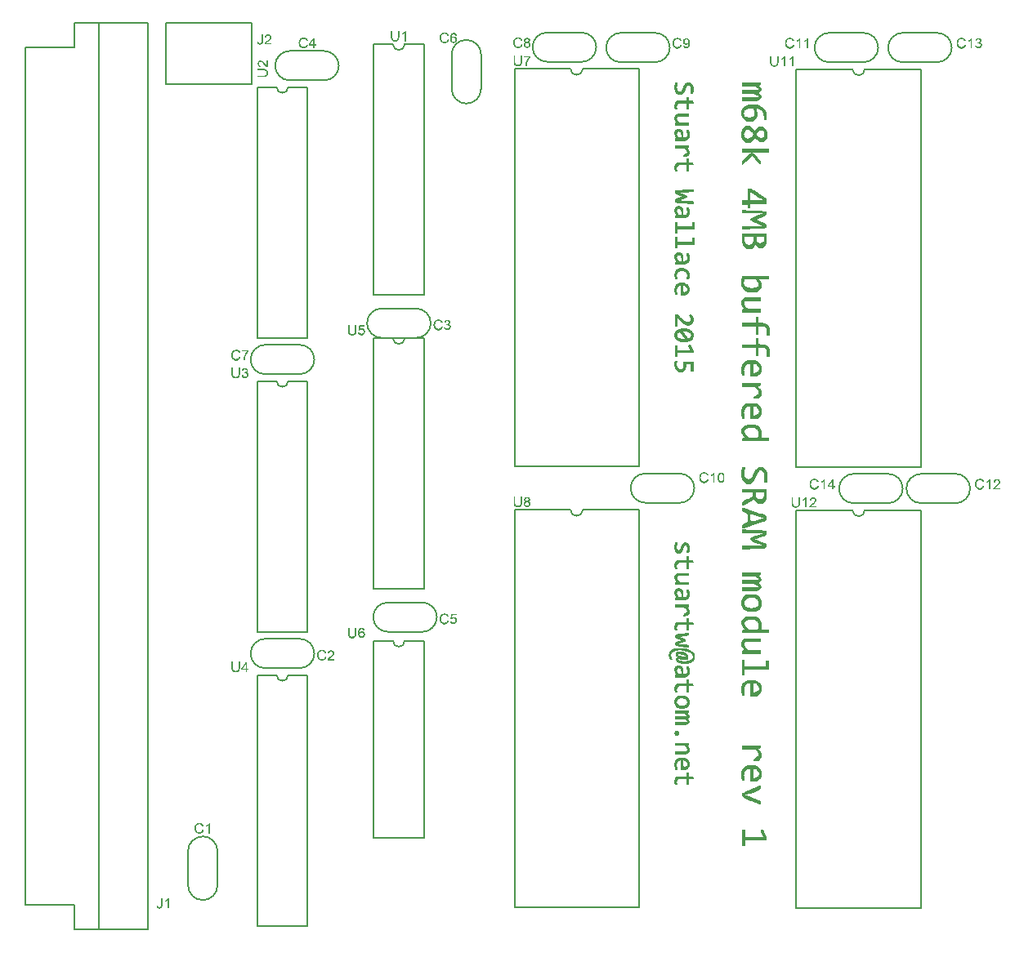
<source format=gbr>
G04 DipTrace 2.4.0.2*
%INTopSilk.gbr*%
%MOIN*%
%ADD10C,0.005*%
%ADD12C,0.003*%
%FSLAX44Y44*%
G04*
G70*
G90*
G75*
G01*
%LNTopSilk*%
%LPD*%
X8786Y5738D2*
D10*
Y7136D1*
X7586Y5738D2*
Y7136D1*
X8786D2*
G03X7586Y7136I-600J1D01*
G01*
Y5738D2*
G03X8786Y5738I600J-1D01*
G01*
X12136Y15803D2*
X10738D1*
X12136Y14603D2*
X10738D1*
Y15803D2*
G03X10738Y14603I-1J-600D01*
G01*
X12136D2*
G03X12136Y15803I1J600D01*
G01*
X16886Y29287D2*
X15487D1*
X16886Y28087D2*
X15487D1*
Y29287D2*
G03X15487Y28087I-1J-600D01*
G01*
X16886D2*
G03X16886Y29287I1J600D01*
G01*
X13136Y39795D2*
X11737D1*
X13136Y38595D2*
X11737D1*
Y39795D2*
G03X11737Y38595I-1J-600D01*
G01*
X13136D2*
G03X13136Y39795I1J600D01*
G01*
X17136Y17287D2*
X15737D1*
X17136Y16087D2*
X15737D1*
Y17287D2*
G03X15737Y16087I-1J-600D01*
G01*
X17136D2*
G03X17136Y17287I1J600D01*
G01*
X18337Y39652D2*
Y38253D1*
X19537Y39652D2*
Y38253D1*
X18337D2*
G03X19537Y38253I600J-1D01*
G01*
Y39652D2*
G03X18337Y39652I-600J1D01*
G01*
X12136Y27803D2*
X10738D1*
X12136Y26603D2*
X10738D1*
Y27803D2*
G03X10738Y26603I-1J-600D01*
G01*
X12136D2*
G03X12136Y27803I1J600D01*
G01*
X22238Y39353D2*
X23636D1*
X22238Y40553D2*
X23636D1*
Y39353D2*
G03X23636Y40553I1J600D01*
G01*
X22238D2*
G03X22238Y39353I-1J-600D01*
G01*
X26636Y40537D2*
X25237D1*
X26636Y39337D2*
X25237D1*
Y40537D2*
G03X25237Y39337I-1J-600D01*
G01*
X26636D2*
G03X26636Y40537I1J600D01*
G01*
X26238Y21353D2*
X27636D1*
X26238Y22553D2*
X27636D1*
Y21353D2*
G03X27636Y22553I1J600D01*
G01*
X26238D2*
G03X26238Y21353I-1J-600D01*
G01*
X35136Y40537D2*
X33737D1*
X35136Y39337D2*
X33737D1*
Y40537D2*
G03X33737Y39337I-1J-600D01*
G01*
X35136D2*
G03X35136Y40537I1J600D01*
G01*
X37487Y21337D2*
X38886D1*
X37487Y22537D2*
X38886D1*
Y21337D2*
G03X38886Y22537I1J600D01*
G01*
X37487D2*
G03X37487Y21337I-1J-600D01*
G01*
X38136Y40537D2*
X36737D1*
X38136Y39337D2*
X36737D1*
Y40537D2*
G03X36737Y39337I-1J-600D01*
G01*
X38136D2*
G03X38136Y40537I1J600D01*
G01*
X34737Y21337D2*
X36136D1*
X34737Y22537D2*
X36136D1*
Y21337D2*
G03X36136Y22537I1J600D01*
G01*
X34737D2*
G03X34737Y21337I-1J-600D01*
G01*
X2936Y40929D2*
X5936D1*
X3936D2*
Y3929D1*
X2936Y40929D2*
Y39930D1*
X936D1*
X2936Y3929D2*
Y4928D1*
X936D1*
X5936Y40929D2*
Y3929D1*
X2936D1*
X936Y4928D2*
Y39930D1*
X6687Y40945D2*
X10187D1*
Y38445D1*
X6687D1*
Y40945D1*
X17207Y40071D2*
Y29835D1*
X15160D2*
X17207D1*
X15160Y40071D2*
Y29835D1*
Y40071D2*
X15947D1*
X17207D2*
X16419D1*
X15947D2*
G03X16419Y40071I236J1D01*
G01*
X12457Y38321D2*
Y28085D1*
X10410D2*
X12457D1*
X10410Y38321D2*
Y28085D1*
Y38321D2*
X11197D1*
X12457D2*
X11669D1*
X11197D2*
G03X11669Y38321I236J1D01*
G01*
X12457Y26321D2*
Y16085D1*
X10410D2*
X12457D1*
X10410Y26321D2*
Y16085D1*
Y26321D2*
X11197D1*
X12457D2*
X11669D1*
X11197D2*
G03X11669Y26321I236J1D01*
G01*
X12457Y14321D2*
Y4085D1*
X10410D2*
X12457D1*
X10410Y14321D2*
Y4085D1*
Y14321D2*
X11197D1*
X12457D2*
X11669D1*
X11197D2*
G03X11669Y14321I236J1D01*
G01*
X17207Y28071D2*
Y17835D1*
X15160D2*
X17207D1*
X15160Y28071D2*
Y17835D1*
Y28071D2*
X15947D1*
X17207D2*
X16419D1*
X15947D2*
G03X16419Y28071I236J1D01*
G01*
X17207Y15719D2*
Y7687D1*
X15160D2*
X17207D1*
X15160Y15719D2*
Y7687D1*
Y15719D2*
X15947D1*
X17207D2*
X16419D1*
X15947D2*
G03X16419Y15719I236J0D01*
G01*
X23187Y39063D2*
G03X23687Y39063I250J7D01*
G01*
X20900D2*
X23187D1*
X23687D2*
X25974D1*
X20900Y22843D2*
X25974D1*
X20900Y39063D2*
Y22843D1*
X25974Y39063D2*
Y22843D1*
X23187Y21063D2*
G03X23687Y21063I250J7D01*
G01*
X20900D2*
X23187D1*
X23687D2*
X25974D1*
X20900Y4843D2*
X25974D1*
X20900Y21063D2*
Y4843D1*
X25974Y21063D2*
Y4843D1*
X34686Y39047D2*
G03X35187Y39047I250J7D01*
G01*
X32399D2*
X34686D1*
X35187D2*
X37474D1*
X32399Y22827D2*
X37474D1*
X32399Y39047D2*
Y22827D1*
X37474Y39047D2*
Y22827D1*
X34686Y21047D2*
G03X35187Y21047I250J7D01*
G01*
X32399D2*
X34686D1*
X35187D2*
X37474D1*
X32399Y4827D2*
X37474D1*
X32399Y21047D2*
Y4827D1*
X37474Y21047D2*
Y4827D1*
X8006Y8287D2*
D12*
X8066D1*
X7979Y8277D2*
X8091D1*
X7956Y8267D2*
X8112D1*
X8436D2*
X8446D1*
X7937Y8257D2*
X7977D1*
X8086D2*
X8129D1*
X8426D2*
X8446D1*
X7922Y8247D2*
X7958D1*
X8104D2*
X8142D1*
X8416D2*
X8446D1*
X7909Y8237D2*
X7943D1*
X8120D2*
X8151D1*
X8406D2*
X8446D1*
X7899Y8227D2*
X7929D1*
X8132D2*
X8159D1*
X8396D2*
X8446D1*
X7891Y8217D2*
X7918D1*
X8141D2*
X8166D1*
X8386D2*
X8446D1*
X7885Y8207D2*
X7909D1*
X8147D2*
X8173D1*
X8374D2*
X8446D1*
X7879Y8197D2*
X7902D1*
X8152D2*
X8180D1*
X8361D2*
X8446D1*
X7874Y8187D2*
X7898D1*
X8156D2*
X8186D1*
X8346D2*
X8366D1*
X8416D2*
X8446D1*
X7869Y8177D2*
X7894D1*
X8331D2*
X8352D1*
X8416D2*
X8446D1*
X7864Y8167D2*
X7890D1*
X8316D2*
X8336D1*
X8416D2*
X8446D1*
X7861Y8157D2*
X7888D1*
X8416D2*
X8446D1*
X7858Y8147D2*
X7886D1*
X8416D2*
X8446D1*
X7857Y8137D2*
X7883D1*
X8416D2*
X8446D1*
X7855Y8127D2*
X7880D1*
X8416D2*
X8446D1*
X7852Y8117D2*
X7878D1*
X8416D2*
X8446D1*
X7850Y8107D2*
X7877D1*
X8416D2*
X8446D1*
X7848Y8097D2*
X7877D1*
X8416D2*
X8446D1*
X7848Y8087D2*
X7877D1*
X8416D2*
X8446D1*
X7848Y8077D2*
X7876D1*
X8416D2*
X8446D1*
X7851Y8067D2*
X7876D1*
X8416D2*
X8446D1*
X7853Y8057D2*
X7877D1*
X8416D2*
X8446D1*
X7855Y8047D2*
X7878D1*
X8416D2*
X8446D1*
X7856Y8037D2*
X7880D1*
X8416D2*
X8446D1*
X7858Y8027D2*
X7883D1*
X8416D2*
X8446D1*
X7860Y8017D2*
X7885D1*
X8416D2*
X8446D1*
X7863Y8007D2*
X7887D1*
X8416D2*
X8446D1*
X7866Y7997D2*
X7890D1*
X8166D2*
X8186D1*
X8416D2*
X8446D1*
X7870Y7987D2*
X7893D1*
X8163D2*
X8185D1*
X8416D2*
X8446D1*
X7874Y7977D2*
X7897D1*
X8158D2*
X8182D1*
X8416D2*
X8446D1*
X7879Y7967D2*
X7902D1*
X8154D2*
X8178D1*
X8416D2*
X8446D1*
X7884Y7957D2*
X7909D1*
X8148D2*
X8172D1*
X8416D2*
X8446D1*
X7891Y7947D2*
X7918D1*
X8142D2*
X8166D1*
X8416D2*
X8446D1*
X7898Y7937D2*
X7929D1*
X8132D2*
X8159D1*
X8416D2*
X8446D1*
X7908Y7927D2*
X7947D1*
X8119D2*
X8151D1*
X8416D2*
X8446D1*
X7919Y7917D2*
X7979D1*
X8085D2*
X8140D1*
X8416D2*
X8446D1*
X7933Y7907D2*
X8031D1*
X8032D2*
X8127D1*
X8416D2*
X8446D1*
X7951Y7897D2*
X8110D1*
X8416D2*
X8446D1*
X7973Y7887D2*
X8089D1*
X8416D2*
X8446D1*
X7996Y7877D2*
X8066D1*
X13007Y15353D2*
X13067D1*
X12979Y15343D2*
X13091D1*
X12956Y15333D2*
X13112D1*
X13367D2*
X13427D1*
X12938Y15323D2*
X12977D1*
X13087D2*
X13129D1*
X13349D2*
X13450D1*
X12922Y15313D2*
X12959D1*
X13105D2*
X13142D1*
X13333D2*
X13468D1*
X12910Y15303D2*
X12943D1*
X13120D2*
X13152D1*
X13320D2*
X13358D1*
X13445D2*
X13483D1*
X12900Y15293D2*
X12930D1*
X13133D2*
X13159D1*
X13310D2*
X13341D1*
X13461D2*
X13494D1*
X12892Y15283D2*
X12919D1*
X13141D2*
X13167D1*
X13302D2*
X13328D1*
X13473D2*
X13502D1*
X12885Y15273D2*
X12910D1*
X13148D2*
X13173D1*
X13296D2*
X13319D1*
X13481D2*
X13508D1*
X12880Y15263D2*
X12903D1*
X13153D2*
X13180D1*
X13292D2*
X13312D1*
X13488D2*
X13512D1*
X12875Y15253D2*
X12898D1*
X13157D2*
X13187D1*
X13289D2*
X13309D1*
X13492D2*
X13515D1*
X12870Y15243D2*
X12894D1*
X13288D2*
X13308D1*
X13495D2*
X13516D1*
X12865Y15233D2*
X12891D1*
X13287D2*
X13307D1*
X13496D2*
X13516D1*
X12861Y15223D2*
X12888D1*
X13496D2*
X13515D1*
X12859Y15213D2*
X12886D1*
X13495D2*
X13513D1*
X12857Y15203D2*
X12883D1*
X13493D2*
X13509D1*
X12856Y15193D2*
X12880D1*
X13489D2*
X13504D1*
X12853Y15183D2*
X12879D1*
X13484D2*
X13499D1*
X12850Y15173D2*
X12878D1*
X13479D2*
X13493D1*
X12849Y15163D2*
X12877D1*
X13473D2*
X13485D1*
X12848Y15153D2*
X12877D1*
X13465D2*
X13476D1*
X12849Y15143D2*
X12877D1*
X13456D2*
X13467D1*
X12851Y15133D2*
X12877D1*
X13446D2*
X13457D1*
X12854Y15123D2*
X12877D1*
X13435D2*
X13447D1*
X12855Y15113D2*
X12879D1*
X13423D2*
X13437D1*
X12857Y15103D2*
X12881D1*
X13410D2*
X13427D1*
X12858Y15093D2*
X12884D1*
X13398D2*
X13415D1*
X12861Y15083D2*
X12886D1*
X13386D2*
X13403D1*
X12864Y15073D2*
X12888D1*
X13373D2*
X13390D1*
X12867Y15063D2*
X12891D1*
X13167D2*
X13187D1*
X13360D2*
X13379D1*
X12871Y15053D2*
X12894D1*
X13163D2*
X13185D1*
X13349D2*
X13367D1*
X12875Y15043D2*
X12897D1*
X13159D2*
X13183D1*
X13338D2*
X13356D1*
X12880Y15033D2*
X12902D1*
X13154D2*
X13178D1*
X13327D2*
X13345D1*
X12885Y15023D2*
X12910D1*
X13149D2*
X13173D1*
X13317D2*
X13335D1*
X12891Y15013D2*
X12918D1*
X13142D2*
X13167D1*
X13307D2*
X13327D1*
X12899Y15003D2*
X12930D1*
X13133D2*
X13160D1*
X13299D2*
X13322D1*
X12908Y14993D2*
X12948D1*
X13120D2*
X13152D1*
X13291D2*
X13319D1*
X12919Y14983D2*
X12979D1*
X13085D2*
X13141D1*
X13285D2*
X13318D1*
X12934Y14973D2*
X13032D1*
X13127D1*
X13280D2*
X13517D1*
X12952Y14963D2*
X13110D1*
X13273D2*
X13517D1*
X12973Y14953D2*
X13090D1*
X13267D2*
X13517D1*
X12997Y14943D2*
X13067D1*
X17756Y28837D2*
X17816D1*
X17729Y28827D2*
X17841D1*
X17706Y28817D2*
X17862D1*
X18116D2*
X18166D1*
X17687Y28807D2*
X17727D1*
X17836D2*
X17879D1*
X18098D2*
X18187D1*
X17672Y28797D2*
X17708D1*
X17854D2*
X17892D1*
X18083D2*
X18205D1*
X17659Y28787D2*
X17693D1*
X17870D2*
X17901D1*
X18070D2*
X18095D1*
X18184D2*
X18219D1*
X17649Y28777D2*
X17679D1*
X17882D2*
X17909D1*
X18059D2*
X18084D1*
X18200D2*
X18229D1*
X17641Y28767D2*
X17668D1*
X17891D2*
X17916D1*
X18051D2*
X18074D1*
X18212D2*
X18237D1*
X17635Y28757D2*
X17659D1*
X17897D2*
X17923D1*
X18045D2*
X18067D1*
X18220D2*
X18241D1*
X17629Y28747D2*
X17652D1*
X17902D2*
X17930D1*
X18040D2*
X18061D1*
X18224D2*
X18244D1*
X17624Y28737D2*
X17648D1*
X17906D2*
X17936D1*
X18036D2*
X18056D1*
X18225D2*
X18245D1*
X17619Y28727D2*
X17644D1*
X18226D2*
X18246D1*
X17614Y28717D2*
X17640D1*
X18226D2*
X18244D1*
X17611Y28707D2*
X17638D1*
X18224D2*
X18241D1*
X17608Y28697D2*
X17636D1*
X18220D2*
X18234D1*
X17607Y28687D2*
X17633D1*
X18214D2*
X18224D1*
X17605Y28677D2*
X17630D1*
X18206D2*
X18214D1*
X17602Y28667D2*
X17628D1*
X18176D2*
X18206D1*
X17600Y28657D2*
X17627D1*
X18150D2*
X18200D1*
X17598Y28647D2*
X17627D1*
X18126D2*
X18209D1*
X17598Y28637D2*
X17627D1*
X18163D2*
X18220D1*
X17598Y28627D2*
X17626D1*
X18193D2*
X18232D1*
X17601Y28617D2*
X17626D1*
X18214D2*
X18243D1*
X17603Y28607D2*
X17627D1*
X18229D2*
X18251D1*
X17605Y28597D2*
X17628D1*
X18236D2*
X18257D1*
X17606Y28587D2*
X17630D1*
X18241D2*
X18262D1*
X17608Y28577D2*
X17633D1*
X18244D2*
X18266D1*
X17610Y28567D2*
X17635D1*
X18245D2*
X18269D1*
X17613Y28557D2*
X17637D1*
X18246D2*
X18272D1*
X17616Y28547D2*
X17640D1*
X17916D2*
X17936D1*
X18246D2*
X18271D1*
X17620Y28537D2*
X17643D1*
X17913D2*
X17935D1*
X18246D2*
X18269D1*
X17624Y28527D2*
X17647D1*
X17908D2*
X17932D1*
X18026D2*
X18056D1*
X18245D2*
X18266D1*
X17629Y28517D2*
X17652D1*
X17904D2*
X17928D1*
X18031D2*
X18058D1*
X18242D2*
X18263D1*
X17634Y28507D2*
X17659D1*
X17898D2*
X17922D1*
X18036D2*
X18061D1*
X18238D2*
X18258D1*
X17641Y28497D2*
X17668D1*
X17892D2*
X17916D1*
X18042D2*
X18066D1*
X18231D2*
X18252D1*
X17648Y28487D2*
X17679D1*
X17882D2*
X17909D1*
X18049D2*
X18073D1*
X18222D2*
X18244D1*
X17658Y28477D2*
X17697D1*
X17869D2*
X17901D1*
X18058D2*
X18099D1*
X18195D2*
X18235D1*
X17669Y28467D2*
X17729D1*
X17835D2*
X17890D1*
X18069D2*
X18143D1*
X18151D2*
X18224D1*
X17683Y28457D2*
X17781D1*
X17782D2*
X17877D1*
X18083D2*
X18210D1*
X17701Y28447D2*
X17860D1*
X18099D2*
X18194D1*
X17723Y28437D2*
X17839D1*
X18116D2*
X18176D1*
X17746Y28427D2*
X17816D1*
X12257Y40345D2*
X12317D1*
X12229Y40335D2*
X12341D1*
X12206Y40325D2*
X12362D1*
X12697D2*
X12717D1*
X12188Y40315D2*
X12227D1*
X12336D2*
X12379D1*
X12690D2*
X12717D1*
X12172Y40305D2*
X12209D1*
X12355D2*
X12392D1*
X12683D2*
X12717D1*
X12159Y40295D2*
X12193D1*
X12370D2*
X12401D1*
X12675D2*
X12717D1*
X12149Y40285D2*
X12180D1*
X12382D2*
X12409D1*
X12668D2*
X12717D1*
X12142Y40275D2*
X12168D1*
X12391D2*
X12416D1*
X12660D2*
X12717D1*
X12135Y40265D2*
X12159D1*
X12398D2*
X12423D1*
X12653D2*
X12717D1*
X12130Y40255D2*
X12153D1*
X12403D2*
X12430D1*
X12645D2*
X12717D1*
X12124Y40245D2*
X12148D1*
X12407D2*
X12437D1*
X12636D2*
X12647D1*
X12687D2*
X12717D1*
X12119Y40235D2*
X12144D1*
X12627D2*
X12637D1*
X12687D2*
X12717D1*
X12115Y40225D2*
X12140D1*
X12687D2*
X12717D1*
X12111Y40215D2*
X12138D1*
X12617D2*
X12627D1*
X12687D2*
X12717D1*
X12109Y40205D2*
X12136D1*
X12607D2*
X12617D1*
X12687D2*
X12717D1*
X12107Y40195D2*
X12133D1*
X12597D2*
X12607D1*
X12687D2*
X12717D1*
X12105Y40185D2*
X12130D1*
X12687D2*
X12717D1*
X12103Y40175D2*
X12128D1*
X12587D2*
X12597D1*
X12687D2*
X12717D1*
X12100Y40165D2*
X12127D1*
X12577D2*
X12587D1*
X12687D2*
X12717D1*
X12098Y40155D2*
X12127D1*
X12567D2*
X12577D1*
X12687D2*
X12717D1*
X12098Y40145D2*
X12127D1*
X12687D2*
X12717D1*
X12099Y40135D2*
X12127D1*
X12557D2*
X12567D1*
X12687D2*
X12717D1*
X12101Y40125D2*
X12127D1*
X12547D2*
X12557D1*
X12687D2*
X12717D1*
X12103Y40115D2*
X12127D1*
X12537D2*
X12547D1*
X12687D2*
X12717D1*
X12105Y40105D2*
X12128D1*
X12687D2*
X12717D1*
X12106Y40095D2*
X12131D1*
X12527D2*
X12537D1*
X12687D2*
X12717D1*
X12108Y40085D2*
X12133D1*
X12519D2*
X12537D1*
X12687D2*
X12717D1*
X12111Y40075D2*
X12135D1*
X12513D2*
X12537D1*
X12687D2*
X12717D1*
X12114Y40065D2*
X12138D1*
X12509D2*
X12777D1*
X12117Y40055D2*
X12141D1*
X12417D2*
X12437D1*
X12508D2*
X12777D1*
X12120Y40045D2*
X12144D1*
X12413D2*
X12435D1*
X12507D2*
X12777D1*
X12125Y40035D2*
X12147D1*
X12409D2*
X12432D1*
X12687D2*
X12717D1*
X12129Y40025D2*
X12152D1*
X12404D2*
X12428D1*
X12687D2*
X12717D1*
X12135Y40015D2*
X12159D1*
X12399D2*
X12423D1*
X12687D2*
X12717D1*
X12141Y40005D2*
X12168D1*
X12392D2*
X12416D1*
X12687D2*
X12717D1*
X12149Y39995D2*
X12180D1*
X12382D2*
X12410D1*
X12687D2*
X12717D1*
X12158Y39985D2*
X12197D1*
X12369D2*
X12401D1*
X12687D2*
X12717D1*
X12169Y39975D2*
X12229D1*
X12335D2*
X12390D1*
X12687D2*
X12717D1*
X12183Y39965D2*
X12282D1*
X12377D1*
X12687D2*
X12717D1*
X12201Y39955D2*
X12360D1*
X12687D2*
X12717D1*
X12223Y39945D2*
X12339D1*
X12687D2*
X12717D1*
X12247Y39935D2*
X12317D1*
X18006Y16837D2*
X18066D1*
X17979Y16827D2*
X18091D1*
X17956Y16817D2*
X18112D1*
X18326D2*
X18506D1*
X17937Y16807D2*
X17977D1*
X18086D2*
X18129D1*
X18323D2*
X18506D1*
X17922Y16797D2*
X17958D1*
X18104D2*
X18142D1*
X18320D2*
X18506D1*
X17909Y16787D2*
X17943D1*
X18120D2*
X18151D1*
X18318D2*
X18336D1*
X17899Y16777D2*
X17929D1*
X18132D2*
X18159D1*
X18317D2*
X18335D1*
X17891Y16767D2*
X17918D1*
X18141D2*
X18166D1*
X18315D2*
X18332D1*
X17885Y16757D2*
X17909D1*
X18147D2*
X18173D1*
X18312D2*
X18330D1*
X17879Y16747D2*
X17902D1*
X18152D2*
X18180D1*
X18310D2*
X18328D1*
X17874Y16737D2*
X17898D1*
X18156D2*
X18186D1*
X18308D2*
X18327D1*
X17869Y16727D2*
X17894D1*
X18307D2*
X18325D1*
X17864Y16717D2*
X17890D1*
X18305D2*
X18322D1*
X17861Y16707D2*
X17888D1*
X18302D2*
X18320D1*
X17858Y16697D2*
X17886D1*
X18300D2*
X18318D1*
X17857Y16687D2*
X17883D1*
X18298D2*
X18317D1*
X18386D2*
X18436D1*
X17855Y16677D2*
X17880D1*
X18297D2*
X18316D1*
X18348D2*
X18454D1*
X17852Y16667D2*
X17878D1*
X18295D2*
X18470D1*
X17850Y16657D2*
X17877D1*
X18292D2*
X18348D1*
X18444D2*
X18483D1*
X17848Y16647D2*
X17877D1*
X18289D2*
X18332D1*
X18460D2*
X18494D1*
X17848Y16637D2*
X17877D1*
X18286D2*
X18316D1*
X18473D2*
X18502D1*
X17848Y16627D2*
X17876D1*
X18483D2*
X18508D1*
X17851Y16617D2*
X17876D1*
X18491D2*
X18513D1*
X17853Y16607D2*
X17877D1*
X18494D2*
X18518D1*
X17855Y16597D2*
X17878D1*
X18495D2*
X18522D1*
X17856Y16587D2*
X17880D1*
X18496D2*
X18524D1*
X17858Y16577D2*
X17883D1*
X18496D2*
X18526D1*
X17860Y16567D2*
X17885D1*
X18496D2*
X18526D1*
X17863Y16557D2*
X17887D1*
X18496D2*
X18525D1*
X17866Y16547D2*
X17890D1*
X18166D2*
X18186D1*
X18496D2*
X18522D1*
X17870Y16537D2*
X17893D1*
X18163D2*
X18185D1*
X18496D2*
X18519D1*
X17874Y16527D2*
X17897D1*
X18158D2*
X18182D1*
X18276D2*
X18296D1*
X18495D2*
X18516D1*
X17879Y16517D2*
X17902D1*
X18154D2*
X18178D1*
X18280D2*
X18303D1*
X18492D2*
X18513D1*
X17884Y16507D2*
X17909D1*
X18148D2*
X18172D1*
X18285D2*
X18308D1*
X18488D2*
X18508D1*
X17891Y16497D2*
X17918D1*
X18142D2*
X18166D1*
X18291D2*
X18315D1*
X18481D2*
X18502D1*
X17898Y16487D2*
X17929D1*
X18132D2*
X18159D1*
X18298D2*
X18323D1*
X18472D2*
X18494D1*
X17908Y16477D2*
X17947D1*
X18119D2*
X18151D1*
X18307D2*
X18349D1*
X18443D2*
X18485D1*
X17919Y16467D2*
X17979D1*
X18085D2*
X18140D1*
X18318D2*
X18393D1*
X18395D2*
X18474D1*
X17933Y16457D2*
X18031D1*
X18032D2*
X18127D1*
X18330D2*
X18460D1*
X17951Y16447D2*
X18110D1*
X18347D2*
X18444D1*
X17973Y16437D2*
X18089D1*
X18366D2*
X18426D1*
X17996Y16427D2*
X18066D1*
X18007Y40553D2*
X18067D1*
X17979Y40543D2*
X18091D1*
X17956Y40533D2*
X18112D1*
X18387D2*
X18437D1*
X17938Y40523D2*
X17977D1*
X18087D2*
X18129D1*
X18364D2*
X18455D1*
X17922Y40513D2*
X17959D1*
X18105D2*
X18142D1*
X18346D2*
X18471D1*
X17910Y40503D2*
X17943D1*
X18120D2*
X18152D1*
X18331D2*
X18359D1*
X18445D2*
X18483D1*
X17900Y40493D2*
X17930D1*
X18133D2*
X18159D1*
X18320D2*
X18345D1*
X18460D2*
X18491D1*
X17892Y40483D2*
X17919D1*
X18141D2*
X18167D1*
X18312D2*
X18334D1*
X18472D2*
X18498D1*
X17885Y40473D2*
X17910D1*
X18148D2*
X18173D1*
X18306D2*
X18325D1*
X18481D2*
X18504D1*
X17880Y40463D2*
X17903D1*
X18153D2*
X18180D1*
X18300D2*
X18318D1*
X18484D2*
X18510D1*
X17875Y40453D2*
X17898D1*
X18157D2*
X18187D1*
X18295D2*
X18312D1*
X18487D2*
X18517D1*
X17870Y40443D2*
X17894D1*
X18291D2*
X18308D1*
X17865Y40433D2*
X17891D1*
X18287D2*
X18304D1*
X17861Y40423D2*
X17888D1*
X18284D2*
X18301D1*
X17859Y40413D2*
X17886D1*
X18281D2*
X18299D1*
X17857Y40403D2*
X17883D1*
X18279D2*
X18298D1*
X17856Y40393D2*
X17880D1*
X18278D2*
X18297D1*
X18397D2*
X18437D1*
X17853Y40383D2*
X17879D1*
X18277D2*
X18297D1*
X18376D2*
X18455D1*
X17850Y40373D2*
X17878D1*
X18277D2*
X18298D1*
X18356D2*
X18471D1*
X17849Y40363D2*
X17877D1*
X18277D2*
X18301D1*
X18337D2*
X18357D1*
X18445D2*
X18484D1*
X17848Y40353D2*
X17877D1*
X18277D2*
X18313D1*
X18461D2*
X18494D1*
X17849Y40343D2*
X17877D1*
X18277D2*
X18327D1*
X18474D2*
X18502D1*
X17851Y40333D2*
X17877D1*
X18277D2*
X18319D1*
X18484D2*
X18508D1*
X17854Y40323D2*
X17877D1*
X18277D2*
X18313D1*
X18492D2*
X18512D1*
X17855Y40313D2*
X17879D1*
X18277D2*
X18310D1*
X18494D2*
X18515D1*
X17857Y40303D2*
X17881D1*
X18277D2*
X18308D1*
X18496D2*
X18518D1*
X17858Y40293D2*
X17884D1*
X18277D2*
X18307D1*
X18497D2*
X18521D1*
X17861Y40283D2*
X17886D1*
X18277D2*
X18307D1*
X18497D2*
X18523D1*
X17864Y40273D2*
X17888D1*
X18279D2*
X18307D1*
X18497D2*
X18524D1*
X17867Y40263D2*
X17891D1*
X18167D2*
X18187D1*
X18281D2*
X18307D1*
X18497D2*
X18522D1*
X17871Y40253D2*
X17894D1*
X18163D2*
X18185D1*
X18284D2*
X18307D1*
X18497D2*
X18520D1*
X17875Y40243D2*
X17897D1*
X18159D2*
X18183D1*
X18287D2*
X18309D1*
X18497D2*
X18517D1*
X17880Y40233D2*
X17902D1*
X18154D2*
X18178D1*
X18291D2*
X18312D1*
X18495D2*
X18513D1*
X17885Y40223D2*
X17910D1*
X18149D2*
X18173D1*
X18295D2*
X18316D1*
X18491D2*
X18509D1*
X17891Y40213D2*
X17918D1*
X18142D2*
X18167D1*
X18301D2*
X18322D1*
X18484D2*
X18503D1*
X17899Y40203D2*
X17930D1*
X18133D2*
X18160D1*
X18309D2*
X18331D1*
X18474D2*
X18496D1*
X17908Y40193D2*
X17948D1*
X18120D2*
X18152D1*
X18318D2*
X18359D1*
X18447D2*
X18488D1*
X17919Y40183D2*
X17979D1*
X18085D2*
X18141D1*
X18329D2*
X18403D1*
X18407D2*
X18478D1*
X17934Y40173D2*
X18032D1*
X18127D1*
X18343D2*
X18465D1*
X17952Y40163D2*
X18110D1*
X18360D2*
X18447D1*
X17973Y40153D2*
X18090D1*
X18377D2*
X18427D1*
X17997Y40143D2*
X18067D1*
X9507Y27603D2*
X9567D1*
X9479Y27593D2*
X9591D1*
X9456Y27583D2*
X9612D1*
X9777D2*
X10027D1*
X9438Y27573D2*
X9477D1*
X9587D2*
X9629D1*
X9777D2*
X10022D1*
X9422Y27563D2*
X9459D1*
X9605D2*
X9642D1*
X9777D2*
X10016D1*
X9410Y27553D2*
X9443D1*
X9620D2*
X9652D1*
X9977D2*
X10010D1*
X9400Y27543D2*
X9430D1*
X9633D2*
X9659D1*
X9977D2*
X10003D1*
X9392Y27533D2*
X9419D1*
X9641D2*
X9667D1*
X9975D2*
X9996D1*
X9385Y27523D2*
X9410D1*
X9648D2*
X9673D1*
X9971D2*
X9988D1*
X9380Y27513D2*
X9403D1*
X9653D2*
X9680D1*
X9965D2*
X9981D1*
X9375Y27503D2*
X9398D1*
X9657D2*
X9687D1*
X9958D2*
X9974D1*
X9370Y27493D2*
X9394D1*
X9951D2*
X9967D1*
X9365Y27483D2*
X9391D1*
X9944D2*
X9961D1*
X9361Y27473D2*
X9388D1*
X9937D2*
X9955D1*
X9359Y27463D2*
X9386D1*
X9931D2*
X9949D1*
X9357Y27453D2*
X9383D1*
X9925D2*
X9943D1*
X9356Y27443D2*
X9380D1*
X9920D2*
X9937D1*
X9353Y27433D2*
X9379D1*
X9915D2*
X9931D1*
X9350Y27423D2*
X9378D1*
X9910D2*
X9925D1*
X9349Y27413D2*
X9377D1*
X9905D2*
X9920D1*
X9348Y27403D2*
X9377D1*
X9900D2*
X9915D1*
X9349Y27393D2*
X9377D1*
X9895D2*
X9911D1*
X9351Y27383D2*
X9377D1*
X9890D2*
X9907D1*
X9354Y27373D2*
X9377D1*
X9885D2*
X9903D1*
X9355Y27363D2*
X9379D1*
X9880D2*
X9899D1*
X9357Y27353D2*
X9381D1*
X9875D2*
X9895D1*
X9358Y27343D2*
X9384D1*
X9871D2*
X9891D1*
X9361Y27333D2*
X9386D1*
X9869D2*
X9889D1*
X9364Y27323D2*
X9388D1*
X9866D2*
X9886D1*
X9367Y27313D2*
X9391D1*
X9667D2*
X9687D1*
X9863D2*
X9883D1*
X9371Y27303D2*
X9394D1*
X9663D2*
X9685D1*
X9860D2*
X9880D1*
X9375Y27293D2*
X9397D1*
X9659D2*
X9683D1*
X9857D2*
X9877D1*
X9380Y27283D2*
X9402D1*
X9654D2*
X9678D1*
X9854D2*
X9874D1*
X9385Y27273D2*
X9410D1*
X9649D2*
X9673D1*
X9851D2*
X9871D1*
X9391Y27263D2*
X9418D1*
X9642D2*
X9667D1*
X9849D2*
X9869D1*
X9399Y27253D2*
X9430D1*
X9633D2*
X9660D1*
X9847D2*
X9868D1*
X9408Y27243D2*
X9448D1*
X9620D2*
X9652D1*
X9846D2*
X9867D1*
X9419Y27233D2*
X9479D1*
X9585D2*
X9641D1*
X9843D2*
X9867D1*
X9434Y27223D2*
X9532D1*
X9627D1*
X9840D2*
X9867D1*
X9452Y27213D2*
X9610D1*
X9838D2*
X9867D1*
X9473Y27203D2*
X9590D1*
X9837D2*
X9867D1*
X9497Y27193D2*
X9567D1*
X21007Y40353D2*
X21067D1*
X20979Y40343D2*
X21091D1*
X20956Y40333D2*
X21112D1*
X21367D2*
X21427D1*
X20938Y40323D2*
X20977D1*
X21087D2*
X21129D1*
X21349D2*
X21445D1*
X20922Y40313D2*
X20959D1*
X21105D2*
X21142D1*
X21334D2*
X21461D1*
X20910Y40303D2*
X20943D1*
X21120D2*
X21152D1*
X21321D2*
X21359D1*
X21447D2*
X21474D1*
X20900Y40293D2*
X20930D1*
X21133D2*
X21159D1*
X21313D2*
X21344D1*
X21457D2*
X21484D1*
X20892Y40283D2*
X20919D1*
X21141D2*
X21167D1*
X21306D2*
X21332D1*
X21465D2*
X21492D1*
X20885Y40273D2*
X20910D1*
X21148D2*
X21173D1*
X21301D2*
X21323D1*
X21471D2*
X21498D1*
X20880Y40263D2*
X20903D1*
X21153D2*
X21180D1*
X21297D2*
X21320D1*
X21474D2*
X21502D1*
X20875Y40253D2*
X20898D1*
X21157D2*
X21187D1*
X21292D2*
X21318D1*
X21476D2*
X21505D1*
X20870Y40243D2*
X20894D1*
X21287D2*
X21318D1*
X21477D2*
X21504D1*
X20865Y40233D2*
X20891D1*
X21292D2*
X21318D1*
X21476D2*
X21502D1*
X20861Y40223D2*
X20888D1*
X21297D2*
X21319D1*
X21475D2*
X21498D1*
X20859Y40213D2*
X20886D1*
X21302D2*
X21322D1*
X21472D2*
X21492D1*
X20857Y40203D2*
X20883D1*
X21311D2*
X21332D1*
X21464D2*
X21485D1*
X20856Y40193D2*
X20880D1*
X21322D2*
X21357D1*
X21441D2*
X21475D1*
X20853Y40183D2*
X20879D1*
X21332D2*
X21397D1*
X21404D2*
X21465D1*
X20850Y40173D2*
X20878D1*
X21340D2*
X21457D1*
X20849Y40163D2*
X20877D1*
X21344D2*
X21451D1*
X20848Y40153D2*
X20877D1*
X21335D2*
X21459D1*
X20849Y40143D2*
X20877D1*
X21324D2*
X21347D1*
X21447D2*
X21471D1*
X20851Y40133D2*
X20877D1*
X21311D2*
X21333D1*
X21462D2*
X21483D1*
X20854Y40123D2*
X20877D1*
X21301D2*
X21321D1*
X21474D2*
X21493D1*
X20855Y40113D2*
X20879D1*
X21292D2*
X21313D1*
X21484D2*
X21502D1*
X20857Y40103D2*
X20881D1*
X21286D2*
X21306D1*
X21492D2*
X21508D1*
X20858Y40093D2*
X20884D1*
X21282D2*
X21302D1*
X21494D2*
X21513D1*
X20861Y40083D2*
X20886D1*
X21279D2*
X21299D1*
X21496D2*
X21517D1*
X20864Y40073D2*
X20888D1*
X21278D2*
X21298D1*
X21497D2*
X21520D1*
X20867Y40063D2*
X20891D1*
X21167D2*
X21187D1*
X21277D2*
X21297D1*
X21497D2*
X21522D1*
X20871Y40053D2*
X20894D1*
X21163D2*
X21185D1*
X21278D2*
X21298D1*
X21497D2*
X21521D1*
X20875Y40043D2*
X20897D1*
X21159D2*
X21183D1*
X21279D2*
X21299D1*
X21497D2*
X21519D1*
X20880Y40033D2*
X20902D1*
X21154D2*
X21178D1*
X21282D2*
X21302D1*
X21495D2*
X21517D1*
X20885Y40023D2*
X20910D1*
X21149D2*
X21173D1*
X21286D2*
X21306D1*
X21491D2*
X21513D1*
X20891Y40013D2*
X20918D1*
X21142D2*
X21167D1*
X21292D2*
X21311D1*
X21483D2*
X21509D1*
X20899Y40003D2*
X20930D1*
X21133D2*
X21160D1*
X21299D2*
X21322D1*
X21474D2*
X21503D1*
X20908Y39993D2*
X20948D1*
X21120D2*
X21152D1*
X21308D2*
X21353D1*
X21446D2*
X21495D1*
X20919Y39983D2*
X20979D1*
X21085D2*
X21141D1*
X21318D2*
X21400D1*
X21401D2*
X21484D1*
X20934Y39973D2*
X21032D1*
X21127D1*
X21331D2*
X21469D1*
X20952Y39963D2*
X21110D1*
X21348D2*
X21449D1*
X20973Y39953D2*
X21090D1*
X21367D2*
X21427D1*
X20997Y39943D2*
X21067D1*
X27506Y40337D2*
X27566D1*
X27479Y40327D2*
X27591D1*
X27456Y40317D2*
X27612D1*
X27866D2*
X27916D1*
X27437Y40307D2*
X27477D1*
X27586D2*
X27629D1*
X27848D2*
X27937D1*
X27422Y40297D2*
X27458D1*
X27604D2*
X27642D1*
X27833D2*
X27955D1*
X27409Y40287D2*
X27443D1*
X27620D2*
X27651D1*
X27819D2*
X27858D1*
X27944D2*
X27971D1*
X27399Y40277D2*
X27429D1*
X27632D2*
X27659D1*
X27808D2*
X27843D1*
X27960D2*
X27982D1*
X27391Y40267D2*
X27418D1*
X27641D2*
X27666D1*
X27799D2*
X27830D1*
X27972D2*
X27991D1*
X27385Y40257D2*
X27409D1*
X27647D2*
X27673D1*
X27792D2*
X27819D1*
X27979D2*
X27998D1*
X27379Y40247D2*
X27402D1*
X27652D2*
X27680D1*
X27788D2*
X27811D1*
X27985D2*
X28003D1*
X27374Y40237D2*
X27398D1*
X27656D2*
X27686D1*
X27784D2*
X27805D1*
X27989D2*
X28008D1*
X27369Y40227D2*
X27394D1*
X27780D2*
X27801D1*
X27993D2*
X28012D1*
X27364Y40217D2*
X27390D1*
X27778D2*
X27798D1*
X27995D2*
X28014D1*
X27361Y40207D2*
X27388D1*
X27777D2*
X27797D1*
X27996D2*
X28016D1*
X27358Y40197D2*
X27386D1*
X27777D2*
X27797D1*
X27996D2*
X28018D1*
X27357Y40187D2*
X27383D1*
X27777D2*
X27797D1*
X27996D2*
X28020D1*
X27355Y40177D2*
X27380D1*
X27777D2*
X27798D1*
X27996D2*
X28023D1*
X27352Y40167D2*
X27378D1*
X27778D2*
X27801D1*
X27995D2*
X28025D1*
X27350Y40157D2*
X27377D1*
X27781D2*
X27805D1*
X27992D2*
X28026D1*
X27348Y40147D2*
X27377D1*
X27785D2*
X27810D1*
X27988D2*
X28026D1*
X27348Y40137D2*
X27377D1*
X27791D2*
X27817D1*
X27982D2*
X28026D1*
X27348Y40127D2*
X27376D1*
X27798D2*
X27827D1*
X27976D2*
X28026D1*
X27351Y40117D2*
X27376D1*
X27807D2*
X27841D1*
X27966D2*
D3*
X27992D2*
X28026D1*
X27353Y40107D2*
X27377D1*
X27818D2*
X27856D1*
X27946D2*
X27956D1*
X27999D2*
X28026D1*
X27355Y40097D2*
X27378D1*
X27830D2*
X27941D1*
X28000D2*
X28025D1*
X27356Y40087D2*
X27380D1*
X27847D2*
X27924D1*
X27999D2*
X28022D1*
X27358Y40077D2*
X27383D1*
X27866D2*
X27906D1*
X27998D2*
X28020D1*
X27360Y40067D2*
X27385D1*
X27997D2*
X28018D1*
X27363Y40057D2*
X27387D1*
X27996D2*
X28015D1*
X27366Y40047D2*
X27390D1*
X27666D2*
X27686D1*
X27995D2*
X28013D1*
X27370Y40037D2*
X27393D1*
X27663D2*
X27685D1*
X27992D2*
X28009D1*
X27374Y40027D2*
X27397D1*
X27658D2*
X27682D1*
X27988D2*
X28006D1*
X27379Y40017D2*
X27402D1*
X27654D2*
X27678D1*
X27786D2*
X27806D1*
X27984D2*
X28003D1*
X27384Y40007D2*
X27409D1*
X27648D2*
X27672D1*
X27790D2*
X27808D1*
X27978D2*
X27998D1*
X27391Y39997D2*
X27418D1*
X27642D2*
X27666D1*
X27795D2*
X27812D1*
X27971D2*
X27992D1*
X27398Y39987D2*
X27429D1*
X27632D2*
X27659D1*
X27801D2*
X27821D1*
X27962D2*
X27984D1*
X27408Y39977D2*
X27447D1*
X27619D2*
X27651D1*
X27809D2*
X27847D1*
X27935D2*
X27975D1*
X27419Y39967D2*
X27479D1*
X27585D2*
X27640D1*
X27818D2*
X27887D1*
X27891D2*
X27964D1*
X27433Y39957D2*
X27531D1*
X27532D2*
X27627D1*
X27831D2*
X27950D1*
X27451Y39947D2*
X27610D1*
X27847D2*
X27934D1*
X27473Y39937D2*
X27589D1*
X27866D2*
X27916D1*
X27496Y39927D2*
X27566D1*
X28592Y22603D2*
X28652D1*
X28564Y22593D2*
X28676D1*
X28541Y22583D2*
X28697D1*
X29022D2*
X29032D1*
X29292D2*
X29342D1*
X28523Y22573D2*
X28562D1*
X28672D2*
X28714D1*
X29012D2*
X29032D1*
X29273D2*
X29358D1*
X28507Y22563D2*
X28544D1*
X28690D2*
X28727D1*
X29002D2*
X29032D1*
X29257D2*
X29372D1*
X28495Y22553D2*
X28528D1*
X28705D2*
X28737D1*
X28992D2*
X29032D1*
X29244D2*
X29274D1*
X29350D2*
X29383D1*
X28485Y22543D2*
X28515D1*
X28718D2*
X28744D1*
X28982D2*
X29032D1*
X29233D2*
X29259D1*
X29366D2*
X29393D1*
X28477Y22533D2*
X28504D1*
X28726D2*
X28752D1*
X28972D2*
X29032D1*
X29224D2*
X29246D1*
X29378D2*
X29401D1*
X28470Y22523D2*
X28495D1*
X28733D2*
X28758D1*
X28960D2*
X29032D1*
X29217D2*
X29238D1*
X29386D2*
X29408D1*
X28465Y22513D2*
X28488D1*
X28738D2*
X28765D1*
X28946D2*
X29032D1*
X29211D2*
X29231D1*
X29393D2*
X29413D1*
X28460Y22503D2*
X28483D1*
X28742D2*
X28772D1*
X28931D2*
X28952D1*
X29002D2*
X29032D1*
X29207D2*
X29227D1*
X29397D2*
X29418D1*
X28455Y22493D2*
X28479D1*
X28916D2*
X28937D1*
X29002D2*
X29032D1*
X29204D2*
X29224D1*
X29400D2*
X29422D1*
X28450Y22483D2*
X28476D1*
X28902D2*
X28922D1*
X29002D2*
X29032D1*
X29201D2*
X29223D1*
X29403D2*
X29425D1*
X28446Y22473D2*
X28473D1*
X29002D2*
X29032D1*
X29198D2*
X29221D1*
X29406D2*
X29428D1*
X28444Y22463D2*
X28471D1*
X29002D2*
X29032D1*
X29196D2*
X29218D1*
X29409D2*
X29430D1*
X28442Y22453D2*
X28468D1*
X29002D2*
X29032D1*
X29194D2*
X29215D1*
X29410D2*
X29431D1*
X28441Y22443D2*
X28465D1*
X29002D2*
X29032D1*
X29193D2*
X29214D1*
X29411D2*
X29432D1*
X28438Y22433D2*
X28464D1*
X29002D2*
X29032D1*
X29192D2*
X29213D1*
X29412D2*
X29432D1*
X28435Y22423D2*
X28463D1*
X29002D2*
X29032D1*
X29192D2*
X29212D1*
X29412D2*
X29432D1*
X28434Y22413D2*
X28462D1*
X29002D2*
X29032D1*
X29192D2*
X29212D1*
X29412D2*
X29432D1*
X28433Y22403D2*
X28462D1*
X29002D2*
X29032D1*
X29192D2*
X29212D1*
X29412D2*
X29432D1*
X28434Y22393D2*
X28462D1*
X29002D2*
X29032D1*
X29192D2*
X29212D1*
X29412D2*
X29432D1*
X28436Y22383D2*
X28462D1*
X29002D2*
X29032D1*
X29192D2*
X29212D1*
X29412D2*
X29432D1*
X28439Y22373D2*
X28462D1*
X29002D2*
X29032D1*
X29192D2*
X29212D1*
X29412D2*
X29432D1*
X28440Y22363D2*
X28464D1*
X29002D2*
X29032D1*
X29192D2*
X29212D1*
X29412D2*
X29432D1*
X28442Y22353D2*
X28466D1*
X29002D2*
X29032D1*
X29192D2*
X29212D1*
X29412D2*
X29432D1*
X28443Y22343D2*
X28469D1*
X29002D2*
X29032D1*
X29192D2*
X29212D1*
X29412D2*
X29432D1*
X28446Y22333D2*
X28471D1*
X29002D2*
X29032D1*
X29194D2*
X29214D1*
X29410D2*
X29432D1*
X28449Y22323D2*
X28473D1*
X29002D2*
X29032D1*
X29196D2*
X29216D1*
X29408D2*
X29430D1*
X28452Y22313D2*
X28476D1*
X28752D2*
X28772D1*
X29002D2*
X29032D1*
X29199D2*
X29219D1*
X29405D2*
X29428D1*
X28456Y22303D2*
X28479D1*
X28748D2*
X28770D1*
X29002D2*
X29032D1*
X29201D2*
X29221D1*
X29403D2*
X29425D1*
X28460Y22293D2*
X28482D1*
X28744D2*
X28768D1*
X29002D2*
X29032D1*
X29203D2*
X29223D1*
X29401D2*
X29422D1*
X28465Y22283D2*
X28487D1*
X28739D2*
X28763D1*
X29002D2*
X29032D1*
X29206D2*
X29226D1*
X29398D2*
X29418D1*
X28470Y22273D2*
X28495D1*
X28734D2*
X28758D1*
X29002D2*
X29032D1*
X29211D2*
X29231D1*
X29393D2*
X29414D1*
X28476Y22263D2*
X28503D1*
X28727D2*
X28752D1*
X29002D2*
X29032D1*
X29216D2*
X29237D1*
X29387D2*
X29408D1*
X28484Y22253D2*
X28515D1*
X28718D2*
X28745D1*
X29002D2*
X29032D1*
X29223D2*
X29246D1*
X29378D2*
X29401D1*
X28493Y22243D2*
X28533D1*
X28705D2*
X28737D1*
X29002D2*
X29032D1*
X29231D2*
X29272D1*
X29352D2*
X29394D1*
X28504Y22233D2*
X28564D1*
X28670D2*
X28726D1*
X29002D2*
X29032D1*
X29241D2*
X29312D1*
X29384D1*
X28519Y22223D2*
X28617D1*
X28712D1*
X29002D2*
X29032D1*
X29254D2*
X29372D1*
X28537Y22213D2*
X28695D1*
X29002D2*
X29032D1*
X29272D2*
X29357D1*
X28558Y22203D2*
X28675D1*
X29002D2*
X29032D1*
X29292D2*
X29342D1*
X28582Y22193D2*
X28652D1*
X32091Y40337D2*
X32151D1*
X32064Y40327D2*
X32176D1*
X32041Y40317D2*
X32197D1*
X32521D2*
X32531D1*
X32851D2*
X32861D1*
X32022Y40307D2*
X32062D1*
X32171D2*
X32214D1*
X32511D2*
X32531D1*
X32841D2*
X32861D1*
X32007Y40297D2*
X32043D1*
X32189D2*
X32227D1*
X32501D2*
X32531D1*
X32831D2*
X32861D1*
X31994Y40287D2*
X32028D1*
X32205D2*
X32236D1*
X32491D2*
X32531D1*
X32821D2*
X32861D1*
X31984Y40277D2*
X32014D1*
X32217D2*
X32244D1*
X32481D2*
X32531D1*
X32811D2*
X32861D1*
X31976Y40267D2*
X32003D1*
X32226D2*
X32251D1*
X32471D2*
X32531D1*
X32801D2*
X32861D1*
X31970Y40257D2*
X31994D1*
X32232D2*
X32258D1*
X32459D2*
X32531D1*
X32789D2*
X32861D1*
X31964Y40247D2*
X31987D1*
X32237D2*
X32265D1*
X32446D2*
X32531D1*
X32776D2*
X32861D1*
X31959Y40237D2*
X31983D1*
X32241D2*
X32271D1*
X32431D2*
X32451D1*
X32501D2*
X32531D1*
X32761D2*
X32781D1*
X32831D2*
X32861D1*
X31954Y40227D2*
X31979D1*
X32416D2*
X32437D1*
X32501D2*
X32531D1*
X32748D2*
X32766D1*
X32831D2*
X32861D1*
X31949Y40217D2*
X31975D1*
X32401D2*
X32421D1*
X32501D2*
X32531D1*
X32739D2*
X32749D1*
X32831D2*
X32861D1*
X31946Y40207D2*
X31973D1*
X32501D2*
X32531D1*
X32731D2*
D3*
X32831D2*
X32861D1*
X31943Y40197D2*
X31971D1*
X32501D2*
X32531D1*
X32831D2*
X32861D1*
X31942Y40187D2*
X31968D1*
X32501D2*
X32531D1*
X32831D2*
X32861D1*
X31940Y40177D2*
X31965D1*
X32501D2*
X32531D1*
X32831D2*
X32861D1*
X31937Y40167D2*
X31963D1*
X32501D2*
X32531D1*
X32831D2*
X32861D1*
X31935Y40157D2*
X31962D1*
X32501D2*
X32531D1*
X32831D2*
X32861D1*
X31933Y40147D2*
X31962D1*
X32501D2*
X32531D1*
X32831D2*
X32861D1*
X31933Y40137D2*
X31962D1*
X32501D2*
X32531D1*
X32831D2*
X32861D1*
X31933Y40127D2*
X31961D1*
X32501D2*
X32531D1*
X32831D2*
X32861D1*
X31936Y40117D2*
X31961D1*
X32501D2*
X32531D1*
X32831D2*
X32861D1*
X31938Y40107D2*
X31962D1*
X32501D2*
X32531D1*
X32831D2*
X32861D1*
X31940Y40097D2*
X31963D1*
X32501D2*
X32531D1*
X32831D2*
X32861D1*
X31941Y40087D2*
X31965D1*
X32501D2*
X32531D1*
X32831D2*
X32861D1*
X31943Y40077D2*
X31968D1*
X32501D2*
X32531D1*
X32831D2*
X32861D1*
X31945Y40067D2*
X31970D1*
X32501D2*
X32531D1*
X32831D2*
X32861D1*
X31948Y40057D2*
X31972D1*
X32501D2*
X32531D1*
X32831D2*
X32861D1*
X31951Y40047D2*
X31975D1*
X32251D2*
X32271D1*
X32501D2*
X32531D1*
X32831D2*
X32861D1*
X31955Y40037D2*
X31978D1*
X32248D2*
X32270D1*
X32501D2*
X32531D1*
X32831D2*
X32861D1*
X31959Y40027D2*
X31982D1*
X32243D2*
X32267D1*
X32501D2*
X32531D1*
X32831D2*
X32861D1*
X31964Y40017D2*
X31987D1*
X32239D2*
X32263D1*
X32501D2*
X32531D1*
X32831D2*
X32861D1*
X31969Y40007D2*
X31994D1*
X32233D2*
X32257D1*
X32501D2*
X32531D1*
X32831D2*
X32861D1*
X31976Y39997D2*
X32003D1*
X32227D2*
X32251D1*
X32501D2*
X32531D1*
X32831D2*
X32861D1*
X31983Y39987D2*
X32014D1*
X32217D2*
X32244D1*
X32501D2*
X32531D1*
X32831D2*
X32861D1*
X31993Y39977D2*
X32032D1*
X32204D2*
X32236D1*
X32501D2*
X32531D1*
X32831D2*
X32861D1*
X32004Y39967D2*
X32064D1*
X32170D2*
X32225D1*
X32501D2*
X32531D1*
X32831D2*
X32861D1*
X32018Y39957D2*
X32116D1*
X32117D2*
X32212D1*
X32501D2*
X32531D1*
X32831D2*
X32861D1*
X32036Y39947D2*
X32195D1*
X32501D2*
X32531D1*
X32831D2*
X32861D1*
X32058Y39937D2*
X32174D1*
X32501D2*
X32531D1*
X32831D2*
X32861D1*
X32081Y39927D2*
X32151D1*
X39841Y22337D2*
X39901D1*
X39814Y22327D2*
X39926D1*
X39791Y22317D2*
X39947D1*
X40271D2*
X40281D1*
X40531D2*
X40591D1*
X39772Y22307D2*
X39812D1*
X39921D2*
X39964D1*
X40261D2*
X40281D1*
X40513D2*
X40614D1*
X39757Y22297D2*
X39793D1*
X39939D2*
X39977D1*
X40251D2*
X40281D1*
X40498D2*
X40633D1*
X39744Y22287D2*
X39778D1*
X39955D2*
X39986D1*
X40241D2*
X40281D1*
X40485D2*
X40522D1*
X40609D2*
X40647D1*
X39734Y22277D2*
X39764D1*
X39967D2*
X39994D1*
X40231D2*
X40281D1*
X40474D2*
X40505D1*
X40625D2*
X40658D1*
X39726Y22267D2*
X39753D1*
X39976D2*
X40001D1*
X40221D2*
X40281D1*
X40466D2*
X40492D1*
X40637D2*
X40666D1*
X39720Y22257D2*
X39744D1*
X39982D2*
X40008D1*
X40209D2*
X40281D1*
X40460D2*
X40483D1*
X40646D2*
X40672D1*
X39714Y22247D2*
X39737D1*
X39987D2*
X40015D1*
X40196D2*
X40281D1*
X40456D2*
X40476D1*
X40652D2*
X40677D1*
X39709Y22237D2*
X39733D1*
X39991D2*
X40021D1*
X40181D2*
X40201D1*
X40251D2*
X40281D1*
X40453D2*
X40474D1*
X40657D2*
X40679D1*
X39704Y22227D2*
X39729D1*
X40166D2*
X40187D1*
X40251D2*
X40281D1*
X40452D2*
X40472D1*
X40659D2*
X40680D1*
X39699Y22217D2*
X39725D1*
X40151D2*
X40171D1*
X40251D2*
X40281D1*
X40451D2*
X40471D1*
X40660D2*
X40681D1*
X39696Y22207D2*
X39723D1*
X40251D2*
X40281D1*
X40661D2*
X40680D1*
X39693Y22197D2*
X39721D1*
X40251D2*
X40281D1*
X40660D2*
X40677D1*
X39692Y22187D2*
X39718D1*
X40251D2*
X40281D1*
X40657D2*
X40673D1*
X39690Y22177D2*
X39715D1*
X40251D2*
X40281D1*
X40653D2*
X40669D1*
X39687Y22167D2*
X39713D1*
X40251D2*
X40281D1*
X40649D2*
X40663D1*
X39685Y22157D2*
X39712D1*
X40251D2*
X40281D1*
X40643D2*
X40657D1*
X39683Y22147D2*
X39712D1*
X40251D2*
X40281D1*
X40637D2*
X40649D1*
X39683Y22137D2*
X39712D1*
X40251D2*
X40281D1*
X40629D2*
X40641D1*
X39683Y22127D2*
X39711D1*
X40251D2*
X40281D1*
X40621D2*
X40631D1*
X39686Y22117D2*
X39711D1*
X40251D2*
X40281D1*
X40611D2*
X40621D1*
X39688Y22107D2*
X39712D1*
X40251D2*
X40281D1*
X40600D2*
X40611D1*
X39690Y22097D2*
X39713D1*
X40251D2*
X40281D1*
X40587D2*
X40601D1*
X39691Y22087D2*
X39715D1*
X40251D2*
X40281D1*
X40575D2*
X40591D1*
X39693Y22077D2*
X39718D1*
X40251D2*
X40281D1*
X40563D2*
X40580D1*
X39695Y22067D2*
X39720D1*
X40251D2*
X40281D1*
X40550D2*
X40567D1*
X39698Y22057D2*
X39722D1*
X40251D2*
X40281D1*
X40538D2*
X40555D1*
X39701Y22047D2*
X39725D1*
X40001D2*
X40021D1*
X40251D2*
X40281D1*
X40525D2*
X40543D1*
X39705Y22037D2*
X39728D1*
X39998D2*
X40020D1*
X40251D2*
X40281D1*
X40513D2*
X40532D1*
X39709Y22027D2*
X39732D1*
X39993D2*
X40017D1*
X40251D2*
X40281D1*
X40502D2*
X40520D1*
X39714Y22017D2*
X39737D1*
X39989D2*
X40013D1*
X40251D2*
X40281D1*
X40492D2*
X40509D1*
X39719Y22007D2*
X39744D1*
X39983D2*
X40007D1*
X40251D2*
X40281D1*
X40482D2*
X40499D1*
X39726Y21997D2*
X39753D1*
X39977D2*
X40001D1*
X40251D2*
X40281D1*
X40472D2*
X40492D1*
X39733Y21987D2*
X39764D1*
X39967D2*
X39994D1*
X40251D2*
X40281D1*
X40463D2*
X40487D1*
X39743Y21977D2*
X39782D1*
X39954D2*
X39986D1*
X40251D2*
X40281D1*
X40456D2*
X40484D1*
X39754Y21967D2*
X39814D1*
X39920D2*
X39975D1*
X40251D2*
X40281D1*
X40450D2*
X40482D1*
X39768Y21957D2*
X39866D1*
X39867D2*
X39962D1*
X40251D2*
X40281D1*
X40444D2*
X40681D1*
X39786Y21947D2*
X39945D1*
X40251D2*
X40281D1*
X40438D2*
X40681D1*
X39808Y21937D2*
X39924D1*
X40251D2*
X40281D1*
X40431D2*
X40681D1*
X39831Y21927D2*
X39901D1*
X39091Y40337D2*
X39151D1*
X39064Y40327D2*
X39176D1*
X39041Y40317D2*
X39197D1*
X39521D2*
X39531D1*
X39781D2*
X39831D1*
X39022Y40307D2*
X39062D1*
X39171D2*
X39214D1*
X39511D2*
X39531D1*
X39763D2*
X39852D1*
X39007Y40297D2*
X39043D1*
X39189D2*
X39227D1*
X39501D2*
X39531D1*
X39748D2*
X39870D1*
X38994Y40287D2*
X39028D1*
X39205D2*
X39236D1*
X39491D2*
X39531D1*
X39735D2*
X39760D1*
X39849D2*
X39884D1*
X38984Y40277D2*
X39014D1*
X39217D2*
X39244D1*
X39481D2*
X39531D1*
X39724D2*
X39749D1*
X39865D2*
X39894D1*
X38976Y40267D2*
X39003D1*
X39226D2*
X39251D1*
X39471D2*
X39531D1*
X39716D2*
X39739D1*
X39877D2*
X39902D1*
X38970Y40257D2*
X38994D1*
X39232D2*
X39258D1*
X39459D2*
X39531D1*
X39710D2*
X39732D1*
X39885D2*
X39906D1*
X38964Y40247D2*
X38987D1*
X39237D2*
X39265D1*
X39446D2*
X39531D1*
X39705D2*
X39726D1*
X39889D2*
X39909D1*
X38959Y40237D2*
X38983D1*
X39241D2*
X39271D1*
X39431D2*
X39451D1*
X39501D2*
X39531D1*
X39701D2*
X39721D1*
X39890D2*
X39910D1*
X38954Y40227D2*
X38979D1*
X39416D2*
X39437D1*
X39501D2*
X39531D1*
X39891D2*
X39911D1*
X38949Y40217D2*
X38975D1*
X39401D2*
X39421D1*
X39501D2*
X39531D1*
X39891D2*
X39909D1*
X38946Y40207D2*
X38973D1*
X39501D2*
X39531D1*
X39889D2*
X39906D1*
X38943Y40197D2*
X38971D1*
X39501D2*
X39531D1*
X39885D2*
X39899D1*
X38942Y40187D2*
X38968D1*
X39501D2*
X39531D1*
X39879D2*
X39889D1*
X38940Y40177D2*
X38965D1*
X39501D2*
X39531D1*
X39871D2*
X39879D1*
X38937Y40167D2*
X38963D1*
X39501D2*
X39531D1*
X39841D2*
X39871D1*
X38935Y40157D2*
X38962D1*
X39501D2*
X39531D1*
X39815D2*
X39865D1*
X38933Y40147D2*
X38962D1*
X39501D2*
X39531D1*
X39791D2*
X39874D1*
X38933Y40137D2*
X38962D1*
X39501D2*
X39531D1*
X39828D2*
X39885D1*
X38933Y40127D2*
X38961D1*
X39501D2*
X39531D1*
X39858D2*
X39897D1*
X38936Y40117D2*
X38961D1*
X39501D2*
X39531D1*
X39879D2*
X39908D1*
X38938Y40107D2*
X38962D1*
X39501D2*
X39531D1*
X39894D2*
X39916D1*
X38940Y40097D2*
X38963D1*
X39501D2*
X39531D1*
X39901D2*
X39922D1*
X38941Y40087D2*
X38965D1*
X39501D2*
X39531D1*
X39906D2*
X39927D1*
X38943Y40077D2*
X38968D1*
X39501D2*
X39531D1*
X39909D2*
X39931D1*
X38945Y40067D2*
X38970D1*
X39501D2*
X39531D1*
X39910D2*
X39934D1*
X38948Y40057D2*
X38972D1*
X39501D2*
X39531D1*
X39911D2*
X39937D1*
X38951Y40047D2*
X38975D1*
X39251D2*
X39271D1*
X39501D2*
X39531D1*
X39911D2*
X39936D1*
X38955Y40037D2*
X38978D1*
X39248D2*
X39270D1*
X39501D2*
X39531D1*
X39911D2*
X39934D1*
X38959Y40027D2*
X38982D1*
X39243D2*
X39267D1*
X39501D2*
X39531D1*
X39691D2*
X39721D1*
X39910D2*
X39931D1*
X38964Y40017D2*
X38987D1*
X39239D2*
X39263D1*
X39501D2*
X39531D1*
X39696D2*
X39723D1*
X39907D2*
X39928D1*
X38969Y40007D2*
X38994D1*
X39233D2*
X39257D1*
X39501D2*
X39531D1*
X39701D2*
X39726D1*
X39903D2*
X39923D1*
X38976Y39997D2*
X39003D1*
X39227D2*
X39251D1*
X39501D2*
X39531D1*
X39707D2*
X39731D1*
X39896D2*
X39917D1*
X38983Y39987D2*
X39014D1*
X39217D2*
X39244D1*
X39501D2*
X39531D1*
X39714D2*
X39738D1*
X39887D2*
X39909D1*
X38993Y39977D2*
X39032D1*
X39204D2*
X39236D1*
X39501D2*
X39531D1*
X39723D2*
X39764D1*
X39860D2*
X39900D1*
X39004Y39967D2*
X39064D1*
X39170D2*
X39225D1*
X39501D2*
X39531D1*
X39734D2*
X39808D1*
X39816D2*
X39889D1*
X39018Y39957D2*
X39116D1*
X39117D2*
X39212D1*
X39501D2*
X39531D1*
X39748D2*
X39875D1*
X39036Y39947D2*
X39195D1*
X39501D2*
X39531D1*
X39764D2*
X39859D1*
X39058Y39937D2*
X39174D1*
X39501D2*
X39531D1*
X39781D2*
X39841D1*
X39081Y39927D2*
X39151D1*
X33091Y22337D2*
X33151D1*
X33064Y22327D2*
X33176D1*
X33041Y22317D2*
X33197D1*
X33521D2*
X33531D1*
X33861D2*
X33881D1*
X33022Y22307D2*
X33062D1*
X33171D2*
X33214D1*
X33511D2*
X33531D1*
X33855D2*
X33881D1*
X33007Y22297D2*
X33043D1*
X33189D2*
X33227D1*
X33501D2*
X33531D1*
X33848D2*
X33881D1*
X32994Y22287D2*
X33028D1*
X33205D2*
X33236D1*
X33491D2*
X33531D1*
X33840D2*
X33881D1*
X32984Y22277D2*
X33014D1*
X33217D2*
X33244D1*
X33481D2*
X33531D1*
X33832D2*
X33881D1*
X32976Y22267D2*
X33003D1*
X33226D2*
X33251D1*
X33471D2*
X33531D1*
X33825D2*
X33881D1*
X32970Y22257D2*
X32994D1*
X33232D2*
X33258D1*
X33459D2*
X33531D1*
X33818D2*
X33881D1*
X32964Y22247D2*
X32987D1*
X33237D2*
X33265D1*
X33446D2*
X33531D1*
X33810D2*
X33881D1*
X32959Y22237D2*
X32983D1*
X33241D2*
X33271D1*
X33431D2*
X33451D1*
X33501D2*
X33531D1*
X33801D2*
X33811D1*
X33851D2*
X33881D1*
X32954Y22227D2*
X32979D1*
X33416D2*
X33437D1*
X33501D2*
X33531D1*
X33791D2*
X33801D1*
X33851D2*
X33881D1*
X32949Y22217D2*
X32975D1*
X33401D2*
X33421D1*
X33501D2*
X33531D1*
X33851D2*
X33881D1*
X32946Y22207D2*
X32973D1*
X33501D2*
X33531D1*
X33781D2*
X33791D1*
X33851D2*
X33881D1*
X32943Y22197D2*
X32971D1*
X33501D2*
X33531D1*
X33771D2*
X33781D1*
X33851D2*
X33881D1*
X32942Y22187D2*
X32968D1*
X33501D2*
X33531D1*
X33761D2*
X33771D1*
X33851D2*
X33881D1*
X32940Y22177D2*
X32965D1*
X33501D2*
X33531D1*
X33851D2*
X33881D1*
X32937Y22167D2*
X32963D1*
X33501D2*
X33531D1*
X33751D2*
X33761D1*
X33851D2*
X33881D1*
X32935Y22157D2*
X32962D1*
X33501D2*
X33531D1*
X33741D2*
X33751D1*
X33851D2*
X33881D1*
X32933Y22147D2*
X32962D1*
X33501D2*
X33531D1*
X33731D2*
X33741D1*
X33851D2*
X33881D1*
X32933Y22137D2*
X32962D1*
X33501D2*
X33531D1*
X33851D2*
X33881D1*
X32933Y22127D2*
X32961D1*
X33501D2*
X33531D1*
X33721D2*
X33731D1*
X33851D2*
X33881D1*
X32936Y22117D2*
X32961D1*
X33501D2*
X33531D1*
X33711D2*
X33721D1*
X33851D2*
X33881D1*
X32938Y22107D2*
X32962D1*
X33501D2*
X33531D1*
X33701D2*
X33711D1*
X33851D2*
X33881D1*
X32940Y22097D2*
X32963D1*
X33501D2*
X33531D1*
X33851D2*
X33881D1*
X32941Y22087D2*
X32965D1*
X33501D2*
X33531D1*
X33691D2*
X33701D1*
X33851D2*
X33881D1*
X32943Y22077D2*
X32968D1*
X33501D2*
X33531D1*
X33683D2*
X33701D1*
X33851D2*
X33881D1*
X32945Y22067D2*
X32970D1*
X33501D2*
X33531D1*
X33678D2*
X33701D1*
X33851D2*
X33881D1*
X32948Y22057D2*
X32972D1*
X33501D2*
X33531D1*
X33674D2*
X33941D1*
X32951Y22047D2*
X32975D1*
X33251D2*
X33271D1*
X33501D2*
X33531D1*
X33672D2*
X33941D1*
X32955Y22037D2*
X32978D1*
X33248D2*
X33270D1*
X33501D2*
X33531D1*
X33671D2*
X33941D1*
X32959Y22027D2*
X32982D1*
X33243D2*
X33267D1*
X33501D2*
X33531D1*
X33851D2*
X33881D1*
X32964Y22017D2*
X32987D1*
X33239D2*
X33263D1*
X33501D2*
X33531D1*
X33851D2*
X33881D1*
X32969Y22007D2*
X32994D1*
X33233D2*
X33257D1*
X33501D2*
X33531D1*
X33851D2*
X33881D1*
X32976Y21997D2*
X33003D1*
X33227D2*
X33251D1*
X33501D2*
X33531D1*
X33851D2*
X33881D1*
X32983Y21987D2*
X33014D1*
X33217D2*
X33244D1*
X33501D2*
X33531D1*
X33851D2*
X33881D1*
X32993Y21977D2*
X33032D1*
X33204D2*
X33236D1*
X33501D2*
X33531D1*
X33851D2*
X33881D1*
X33004Y21967D2*
X33064D1*
X33170D2*
X33225D1*
X33501D2*
X33531D1*
X33851D2*
X33881D1*
X33018Y21957D2*
X33116D1*
X33117D2*
X33212D1*
X33501D2*
X33531D1*
X33851D2*
X33881D1*
X33036Y21947D2*
X33195D1*
X33501D2*
X33531D1*
X33851D2*
X33881D1*
X33058Y21937D2*
X33174D1*
X33501D2*
X33531D1*
X33851D2*
X33881D1*
X33081Y21927D2*
X33151D1*
X6479Y5219D2*
X6509D1*
X6479Y5209D2*
X6509D1*
X6769D2*
X6779D1*
X6479Y5199D2*
X6509D1*
X6759D2*
X6779D1*
X6479Y5189D2*
X6509D1*
X6749D2*
X6779D1*
X6479Y5179D2*
X6509D1*
X6739D2*
X6779D1*
X6479Y5169D2*
X6509D1*
X6729D2*
X6779D1*
X6479Y5159D2*
X6509D1*
X6719D2*
X6779D1*
X6479Y5149D2*
X6509D1*
X6707D2*
X6779D1*
X6479Y5139D2*
X6509D1*
X6693D2*
X6779D1*
X6479Y5129D2*
X6509D1*
X6678D2*
X6699D1*
X6749D2*
X6779D1*
X6479Y5119D2*
X6509D1*
X6663D2*
X6684D1*
X6749D2*
X6779D1*
X6479Y5109D2*
X6509D1*
X6649D2*
X6669D1*
X6749D2*
X6779D1*
X6479Y5099D2*
X6509D1*
X6749D2*
X6779D1*
X6479Y5089D2*
X6509D1*
X6749D2*
X6779D1*
X6479Y5079D2*
X6509D1*
X6749D2*
X6779D1*
X6479Y5069D2*
X6509D1*
X6749D2*
X6779D1*
X6479Y5059D2*
X6509D1*
X6749D2*
X6779D1*
X6479Y5049D2*
X6509D1*
X6749D2*
X6779D1*
X6479Y5039D2*
X6509D1*
X6749D2*
X6779D1*
X6479Y5029D2*
X6509D1*
X6749D2*
X6779D1*
X6479Y5019D2*
X6509D1*
X6749D2*
X6779D1*
X6479Y5009D2*
X6509D1*
X6749D2*
X6779D1*
X6479Y4999D2*
X6509D1*
X6749D2*
X6779D1*
X6479Y4989D2*
X6509D1*
X6749D2*
X6779D1*
X6479Y4979D2*
X6509D1*
X6749D2*
X6779D1*
X6479Y4969D2*
X6509D1*
X6749D2*
X6779D1*
X6479Y4959D2*
X6509D1*
X6749D2*
X6779D1*
X6479Y4949D2*
X6509D1*
X6749D2*
X6779D1*
X6479Y4939D2*
X6509D1*
X6749D2*
X6779D1*
X6479Y4929D2*
X6507D1*
X6749D2*
X6779D1*
X6309Y4919D2*
X6319D1*
X6479D2*
X6505D1*
X6749D2*
X6779D1*
X6305Y4909D2*
X6321D1*
X6479D2*
X6502D1*
X6749D2*
X6779D1*
X6305Y4899D2*
X6323D1*
X6477D2*
X6500D1*
X6749D2*
X6779D1*
X6307Y4889D2*
X6326D1*
X6475D2*
X6498D1*
X6749D2*
X6779D1*
X6310Y4879D2*
X6330D1*
X6470D2*
X6495D1*
X6749D2*
X6779D1*
X6315Y4869D2*
X6336D1*
X6463D2*
X6490D1*
X6749D2*
X6779D1*
X6322Y4859D2*
X6361D1*
X6438D2*
X6484D1*
X6749D2*
X6779D1*
X6331Y4849D2*
X6400D1*
X6398D2*
X6475D1*
X6749D2*
X6779D1*
X6341Y4839D2*
X6462D1*
X6749D2*
X6779D1*
X6355Y4829D2*
X6446D1*
X6749D2*
X6779D1*
X6369Y4819D2*
X6429D1*
X10582Y40485D2*
X10612D1*
X10582Y40475D2*
X10612D1*
X10802D2*
X10862D1*
X10582Y40465D2*
X10612D1*
X10784D2*
X10884D1*
X10582Y40455D2*
X10612D1*
X10768D2*
X10903D1*
X10582Y40445D2*
X10612D1*
X10755D2*
X10793D1*
X10880D2*
X10917D1*
X10582Y40435D2*
X10612D1*
X10745D2*
X10776D1*
X10895D2*
X10928D1*
X10582Y40425D2*
X10612D1*
X10737D2*
X10762D1*
X10907D2*
X10937D1*
X10582Y40415D2*
X10612D1*
X10731D2*
X10753D1*
X10916D2*
X10943D1*
X10582Y40405D2*
X10612D1*
X10726D2*
X10746D1*
X10923D2*
X10947D1*
X10582Y40395D2*
X10612D1*
X10724D2*
X10744D1*
X10927D2*
X10950D1*
X10582Y40385D2*
X10612D1*
X10723D2*
X10743D1*
X10930D2*
X10951D1*
X10582Y40375D2*
X10612D1*
X10722D2*
X10742D1*
X10931D2*
X10951D1*
X10582Y40365D2*
X10612D1*
X10931D2*
X10950D1*
X10582Y40355D2*
X10612D1*
X10930D2*
X10947D1*
X10582Y40345D2*
X10612D1*
X10927D2*
X10943D1*
X10582Y40335D2*
X10612D1*
X10923D2*
X10939D1*
X10582Y40325D2*
X10612D1*
X10919D2*
X10934D1*
X10582Y40315D2*
X10612D1*
X10914D2*
X10927D1*
X10582Y40305D2*
X10612D1*
X10907D2*
X10920D1*
X10582Y40295D2*
X10612D1*
X10900D2*
X10911D1*
X10582Y40285D2*
X10612D1*
X10891D2*
X10901D1*
X10582Y40275D2*
X10612D1*
X10881D2*
X10892D1*
X10582Y40265D2*
X10612D1*
X10870D2*
X10882D1*
X10582Y40255D2*
X10612D1*
X10858D2*
X10872D1*
X10582Y40245D2*
X10612D1*
X10845D2*
X10861D1*
X10582Y40235D2*
X10612D1*
X10833D2*
X10850D1*
X10582Y40225D2*
X10612D1*
X10821D2*
X10838D1*
X10582Y40215D2*
X10612D1*
X10808D2*
X10825D1*
X10582Y40205D2*
X10611D1*
X10795D2*
X10813D1*
X10582Y40195D2*
X10610D1*
X10783D2*
X10802D1*
X10412Y40185D2*
X10422D1*
X10582D2*
X10608D1*
X10772D2*
X10791D1*
X10408Y40175D2*
X10423D1*
X10581D2*
X10605D1*
X10762D2*
X10779D1*
X10408Y40165D2*
X10426D1*
X10580D2*
X10603D1*
X10752D2*
X10770D1*
X10410Y40155D2*
X10429D1*
X10577D2*
X10601D1*
X10742D2*
X10762D1*
X10413Y40145D2*
X10433D1*
X10572D2*
X10597D1*
X10733D2*
X10757D1*
X10417Y40135D2*
X10439D1*
X10565D2*
X10593D1*
X10726D2*
X10754D1*
X10424Y40125D2*
X10463D1*
X10541D2*
X10587D1*
X10720D2*
X10753D1*
X10433Y40115D2*
X10503D1*
X10501D2*
X10578D1*
X10714D2*
X10952D1*
X10444Y40105D2*
X10565D1*
X10708D2*
X10952D1*
X10457Y40095D2*
X10549D1*
X10702D2*
X10952D1*
X10472Y40085D2*
X10532D1*
X15863Y40611D2*
X15893D1*
X16143D2*
X16173D1*
X15863Y40601D2*
X15893D1*
X16143D2*
X16173D1*
X16433D2*
X16443D1*
X15863Y40591D2*
X15893D1*
X16143D2*
X16173D1*
X16423D2*
X16443D1*
X15863Y40581D2*
X15893D1*
X16143D2*
X16173D1*
X16413D2*
X16443D1*
X15863Y40571D2*
X15893D1*
X16143D2*
X16173D1*
X16403D2*
X16443D1*
X15863Y40561D2*
X15893D1*
X16143D2*
X16173D1*
X16393D2*
X16443D1*
X15863Y40551D2*
X15893D1*
X16143D2*
X16173D1*
X16383D2*
X16443D1*
X15863Y40541D2*
X15893D1*
X16143D2*
X16173D1*
X16371D2*
X16443D1*
X15863Y40531D2*
X15893D1*
X16143D2*
X16173D1*
X16357D2*
X16443D1*
X15863Y40521D2*
X15893D1*
X16143D2*
X16173D1*
X16342D2*
X16363D1*
X16413D2*
X16443D1*
X15863Y40511D2*
X15893D1*
X16143D2*
X16173D1*
X16327D2*
X16348D1*
X16413D2*
X16443D1*
X15863Y40501D2*
X15893D1*
X16143D2*
X16173D1*
X16313D2*
X16333D1*
X16413D2*
X16443D1*
X15863Y40491D2*
X15893D1*
X16143D2*
X16173D1*
X16413D2*
X16443D1*
X15863Y40481D2*
X15893D1*
X16143D2*
X16173D1*
X16413D2*
X16443D1*
X15863Y40471D2*
X15893D1*
X16143D2*
X16173D1*
X16413D2*
X16443D1*
X15863Y40461D2*
X15893D1*
X16143D2*
X16173D1*
X16413D2*
X16443D1*
X15863Y40451D2*
X15893D1*
X16143D2*
X16173D1*
X16413D2*
X16443D1*
X15863Y40441D2*
X15893D1*
X16143D2*
X16173D1*
X16413D2*
X16443D1*
X15863Y40431D2*
X15893D1*
X16143D2*
X16173D1*
X16413D2*
X16443D1*
X15863Y40421D2*
X15893D1*
X16143D2*
X16173D1*
X16413D2*
X16443D1*
X15863Y40411D2*
X15893D1*
X16143D2*
X16173D1*
X16413D2*
X16443D1*
X15863Y40401D2*
X15893D1*
X16143D2*
X16173D1*
X16413D2*
X16443D1*
X15863Y40391D2*
X15893D1*
X16143D2*
X16173D1*
X16413D2*
X16443D1*
X15863Y40381D2*
X15893D1*
X16143D2*
X16173D1*
X16413D2*
X16443D1*
X15863Y40371D2*
X15893D1*
X16143D2*
X16171D1*
X16413D2*
X16443D1*
X15863Y40361D2*
X15893D1*
X16143D2*
X16169D1*
X16413D2*
X16443D1*
X15863Y40351D2*
X15893D1*
X16143D2*
X16166D1*
X16413D2*
X16443D1*
X15865Y40341D2*
X15893D1*
X16141D2*
X16165D1*
X16413D2*
X16443D1*
X15867Y40331D2*
X15893D1*
X16139D2*
X16164D1*
X16413D2*
X16443D1*
X15870Y40321D2*
X15895D1*
X16136D2*
X16163D1*
X16413D2*
X16443D1*
X15872Y40311D2*
X15897D1*
X16134D2*
X16161D1*
X16413D2*
X16443D1*
X15874Y40301D2*
X15900D1*
X16132D2*
X16159D1*
X16413D2*
X16443D1*
X15877Y40291D2*
X15904D1*
X16129D2*
X16154D1*
X16413D2*
X16443D1*
X15882Y40281D2*
X15909D1*
X16124D2*
X16149D1*
X16413D2*
X16443D1*
X15888Y40271D2*
X15917D1*
X16119D2*
X16143D1*
X16413D2*
X16443D1*
X15895Y40261D2*
X15928D1*
X16107D2*
X16136D1*
X16413D2*
X16443D1*
X15904Y40251D2*
X15962D1*
X16071D2*
X16127D1*
X16413D2*
X16443D1*
X15916Y40241D2*
X16016D1*
X16014D2*
X16115D1*
X16413D2*
X16443D1*
X15931Y40231D2*
X16098D1*
X16413D2*
X16443D1*
X15951Y40221D2*
X16076D1*
X16413D2*
X16443D1*
X15973Y40211D2*
X16053D1*
X10503Y39411D2*
X10543D1*
X10783D2*
X10803D1*
X10488Y39401D2*
X10561D1*
X10783D2*
X10803D1*
X10476Y39391D2*
X10577D1*
X10783D2*
X10803D1*
X10465Y39381D2*
X10483D1*
X10561D2*
X10592D1*
X10783D2*
X10803D1*
X10455Y39371D2*
X10473D1*
X10579D2*
X10604D1*
X10783D2*
X10803D1*
X10448Y39361D2*
X10464D1*
X10594D2*
X10615D1*
X10783D2*
X10803D1*
X10442Y39351D2*
X10455D1*
X10608D2*
X10625D1*
X10783D2*
X10803D1*
X10437Y39341D2*
X10449D1*
X10619D2*
X10634D1*
X10783D2*
X10803D1*
X10433Y39331D2*
X10446D1*
X10628D2*
X10643D1*
X10783D2*
X10803D1*
X10430Y39321D2*
X10444D1*
X10636D2*
X10653D1*
X10783D2*
X10803D1*
X10427Y39311D2*
X10444D1*
X10645D2*
X10663D1*
X10783D2*
X10803D1*
X10425Y39301D2*
X10443D1*
X10654D2*
X10673D1*
X10783D2*
X10803D1*
X10425Y39291D2*
X10443D1*
X10663D2*
X10681D1*
X10783D2*
X10803D1*
X10427Y39281D2*
X10443D1*
X10673D2*
X10689D1*
X10783D2*
X10803D1*
X10430Y39271D2*
X10443D1*
X10681D2*
X10696D1*
X10783D2*
X10803D1*
X10432Y39261D2*
X10445D1*
X10689D2*
X10705D1*
X10783D2*
X10803D1*
X10434Y39251D2*
X10448D1*
X10696D2*
X10714D1*
X10783D2*
X10803D1*
X10437Y39241D2*
X10452D1*
X10705D2*
X10725D1*
X10782D2*
X10803D1*
X10442Y39231D2*
X10458D1*
X10714D2*
X10739D1*
X10779D2*
X10803D1*
X10448Y39221D2*
X10468D1*
X10723D2*
X10759D1*
X10767D2*
X10803D1*
X10456Y39211D2*
X10481D1*
X10733D2*
X10803D1*
X10466Y39201D2*
X10496D1*
X10744D2*
X10803D1*
X10479Y39191D2*
X10511D1*
X10755D2*
X10803D1*
X10493Y39181D2*
X10523D1*
X10768D2*
X10803D1*
X10783Y39171D2*
X10803D1*
X10413Y39061D2*
X10693D1*
X10413Y39051D2*
X10720D1*
X10413Y39041D2*
X10742D1*
X10413Y39031D2*
X10758D1*
X10719Y39021D2*
X10771D1*
X10741Y39011D2*
X10782D1*
X10757Y39001D2*
X10791D1*
X10769Y38991D2*
X10797D1*
X10778Y38981D2*
X10802D1*
X10784Y38971D2*
X10806D1*
X10788Y38961D2*
X10809D1*
X10791Y38951D2*
X10811D1*
X10792Y38941D2*
X10812D1*
X10793Y38931D2*
X10813D1*
X10793Y38921D2*
X10813D1*
X10793Y38911D2*
X10813D1*
X10793Y38901D2*
X10813D1*
X10793Y38891D2*
X10813D1*
X10793Y38881D2*
X10813D1*
X10791Y38871D2*
X10811D1*
X10789Y38861D2*
X10809D1*
X10784Y38851D2*
X10806D1*
X10778Y38841D2*
X10803D1*
X10770Y38831D2*
X10798D1*
X10758Y38821D2*
X10792D1*
X10741Y38811D2*
X10786D1*
X10718Y38801D2*
X10777D1*
X10413Y38791D2*
X10765D1*
X10413Y38781D2*
X10748D1*
X10413Y38771D2*
X10726D1*
X10413Y38761D2*
X10703D1*
X9363Y26861D2*
X9393D1*
X9643D2*
X9673D1*
X9363Y26851D2*
X9393D1*
X9643D2*
X9673D1*
X9863D2*
X9913D1*
X9363Y26841D2*
X9393D1*
X9643D2*
X9673D1*
X9845D2*
X9934D1*
X9363Y26831D2*
X9393D1*
X9643D2*
X9673D1*
X9829D2*
X9952D1*
X9363Y26821D2*
X9393D1*
X9643D2*
X9673D1*
X9816D2*
X9842D1*
X9931D2*
X9966D1*
X9363Y26811D2*
X9393D1*
X9643D2*
X9673D1*
X9806D2*
X9831D1*
X9947D2*
X9976D1*
X9363Y26801D2*
X9393D1*
X9643D2*
X9673D1*
X9798D2*
X9821D1*
X9958D2*
X9983D1*
X9363Y26791D2*
X9393D1*
X9643D2*
X9673D1*
X9792D2*
X9813D1*
X9967D2*
X9988D1*
X9363Y26781D2*
X9393D1*
X9643D2*
X9673D1*
X9787D2*
X9808D1*
X9970D2*
X9991D1*
X9363Y26771D2*
X9393D1*
X9643D2*
X9673D1*
X9783D2*
X9803D1*
X9972D2*
X9992D1*
X9363Y26761D2*
X9393D1*
X9643D2*
X9673D1*
X9973D2*
X9992D1*
X9363Y26751D2*
X9393D1*
X9643D2*
X9673D1*
X9972D2*
X9991D1*
X9363Y26741D2*
X9393D1*
X9643D2*
X9673D1*
X9971D2*
X9988D1*
X9363Y26731D2*
X9393D1*
X9643D2*
X9673D1*
X9967D2*
X9980D1*
X9363Y26721D2*
X9393D1*
X9643D2*
X9673D1*
X9961D2*
X9971D1*
X9363Y26711D2*
X9393D1*
X9643D2*
X9673D1*
X9953D2*
X9961D1*
X9363Y26701D2*
X9393D1*
X9643D2*
X9673D1*
X9923D2*
X9953D1*
X9363Y26691D2*
X9393D1*
X9643D2*
X9673D1*
X9897D2*
X9947D1*
X9363Y26681D2*
X9393D1*
X9643D2*
X9673D1*
X9873D2*
X9955D1*
X9363Y26671D2*
X9393D1*
X9643D2*
X9673D1*
X9910D2*
X9967D1*
X9363Y26661D2*
X9393D1*
X9643D2*
X9673D1*
X9939D2*
X9979D1*
X9363Y26651D2*
X9393D1*
X9643D2*
X9673D1*
X9960D2*
X9990D1*
X9363Y26641D2*
X9393D1*
X9643D2*
X9673D1*
X9976D2*
X9998D1*
X9363Y26631D2*
X9393D1*
X9643D2*
X9673D1*
X9983D2*
X10004D1*
X9363Y26621D2*
X9393D1*
X9643D2*
X9671D1*
X9988D2*
X10009D1*
X9363Y26611D2*
X9393D1*
X9643D2*
X9669D1*
X9991D2*
X10013D1*
X9363Y26601D2*
X9393D1*
X9643D2*
X9666D1*
X9992D2*
X10016D1*
X9365Y26591D2*
X9393D1*
X9641D2*
X9665D1*
X9993D2*
X10019D1*
X9367Y26581D2*
X9393D1*
X9639D2*
X9664D1*
X9993D2*
X10017D1*
X9370Y26571D2*
X9395D1*
X9636D2*
X9663D1*
X9993D2*
X10015D1*
X9372Y26561D2*
X9397D1*
X9634D2*
X9661D1*
X9773D2*
X9803D1*
X9991D2*
X10013D1*
X9374Y26551D2*
X9400D1*
X9632D2*
X9659D1*
X9778D2*
X9805D1*
X9989D2*
X10009D1*
X9377Y26541D2*
X9404D1*
X9629D2*
X9654D1*
X9783D2*
X9808D1*
X9984D2*
X10005D1*
X9382Y26531D2*
X9409D1*
X9624D2*
X9649D1*
X9788D2*
X9813D1*
X9978D2*
X9999D1*
X9388Y26521D2*
X9417D1*
X9619D2*
X9643D1*
X9795D2*
X9820D1*
X9969D2*
X9991D1*
X9395Y26511D2*
X9428D1*
X9607D2*
X9636D1*
X9804D2*
X9846D1*
X9941D2*
X9982D1*
X9404Y26501D2*
X9462D1*
X9571D2*
X9627D1*
X9816D2*
X9889D1*
X9897D2*
X9971D1*
X9416Y26491D2*
X9516D1*
X9514D2*
X9615D1*
X9829D2*
X9957D1*
X9431Y26481D2*
X9598D1*
X9846D2*
X9941D1*
X9451Y26471D2*
X9576D1*
X9863D2*
X9923D1*
X9473Y26461D2*
X9553D1*
X9363Y14861D2*
X9393D1*
X9643D2*
X9673D1*
X9363Y14851D2*
X9393D1*
X9643D2*
X9673D1*
X9943D2*
X9963D1*
X9363Y14841D2*
X9393D1*
X9643D2*
X9673D1*
X9936D2*
X9963D1*
X9363Y14831D2*
X9393D1*
X9643D2*
X9673D1*
X9930D2*
X9963D1*
X9363Y14821D2*
X9393D1*
X9643D2*
X9673D1*
X9922D2*
X9963D1*
X9363Y14811D2*
X9393D1*
X9643D2*
X9673D1*
X9914D2*
X9963D1*
X9363Y14801D2*
X9393D1*
X9643D2*
X9673D1*
X9907D2*
X9963D1*
X9363Y14791D2*
X9393D1*
X9643D2*
X9673D1*
X9900D2*
X9963D1*
X9363Y14781D2*
X9393D1*
X9643D2*
X9673D1*
X9891D2*
X9963D1*
X9363Y14771D2*
X9393D1*
X9643D2*
X9673D1*
X9882D2*
X9893D1*
X9933D2*
X9963D1*
X9363Y14761D2*
X9393D1*
X9643D2*
X9673D1*
X9873D2*
X9883D1*
X9933D2*
X9963D1*
X9363Y14751D2*
X9393D1*
X9643D2*
X9673D1*
X9933D2*
X9963D1*
X9363Y14741D2*
X9393D1*
X9643D2*
X9673D1*
X9863D2*
X9873D1*
X9933D2*
X9963D1*
X9363Y14731D2*
X9393D1*
X9643D2*
X9673D1*
X9853D2*
X9863D1*
X9933D2*
X9963D1*
X9363Y14721D2*
X9393D1*
X9643D2*
X9673D1*
X9843D2*
X9853D1*
X9933D2*
X9963D1*
X9363Y14711D2*
X9393D1*
X9643D2*
X9673D1*
X9933D2*
X9963D1*
X9363Y14701D2*
X9393D1*
X9643D2*
X9673D1*
X9833D2*
X9843D1*
X9933D2*
X9963D1*
X9363Y14691D2*
X9393D1*
X9643D2*
X9673D1*
X9823D2*
X9833D1*
X9933D2*
X9963D1*
X9363Y14681D2*
X9393D1*
X9643D2*
X9673D1*
X9813D2*
X9823D1*
X9933D2*
X9963D1*
X9363Y14671D2*
X9393D1*
X9643D2*
X9673D1*
X9933D2*
X9963D1*
X9363Y14661D2*
X9393D1*
X9643D2*
X9673D1*
X9803D2*
X9813D1*
X9933D2*
X9963D1*
X9363Y14651D2*
X9393D1*
X9643D2*
X9673D1*
X9793D2*
X9803D1*
X9933D2*
X9963D1*
X9363Y14641D2*
X9393D1*
X9643D2*
X9673D1*
X9783D2*
X9793D1*
X9933D2*
X9963D1*
X9363Y14631D2*
X9393D1*
X9643D2*
X9673D1*
X9933D2*
X9963D1*
X9363Y14621D2*
X9393D1*
X9643D2*
X9671D1*
X9773D2*
X9783D1*
X9933D2*
X9963D1*
X9363Y14611D2*
X9393D1*
X9643D2*
X9669D1*
X9765D2*
X9783D1*
X9933D2*
X9963D1*
X9363Y14601D2*
X9393D1*
X9643D2*
X9666D1*
X9759D2*
X9783D1*
X9933D2*
X9963D1*
X9365Y14591D2*
X9393D1*
X9641D2*
X9665D1*
X9756D2*
X10023D1*
X9367Y14581D2*
X9393D1*
X9639D2*
X9664D1*
X9754D2*
X10023D1*
X9370Y14571D2*
X9395D1*
X9636D2*
X9663D1*
X9753D2*
X10023D1*
X9372Y14561D2*
X9397D1*
X9634D2*
X9661D1*
X9933D2*
X9963D1*
X9374Y14551D2*
X9400D1*
X9632D2*
X9659D1*
X9933D2*
X9963D1*
X9377Y14541D2*
X9404D1*
X9629D2*
X9654D1*
X9933D2*
X9963D1*
X9382Y14531D2*
X9409D1*
X9624D2*
X9649D1*
X9933D2*
X9963D1*
X9388Y14521D2*
X9417D1*
X9619D2*
X9643D1*
X9933D2*
X9963D1*
X9395Y14511D2*
X9428D1*
X9607D2*
X9636D1*
X9933D2*
X9963D1*
X9404Y14501D2*
X9462D1*
X9571D2*
X9627D1*
X9933D2*
X9963D1*
X9416Y14491D2*
X9516D1*
X9514D2*
X9615D1*
X9933D2*
X9963D1*
X9431Y14481D2*
X9598D1*
X9933D2*
X9963D1*
X9451Y14471D2*
X9576D1*
X9933D2*
X9963D1*
X9473Y14461D2*
X9553D1*
X14113Y28611D2*
X14143D1*
X14393D2*
X14423D1*
X14113Y28601D2*
X14143D1*
X14393D2*
X14423D1*
X14573D2*
X14753D1*
X14113Y28591D2*
X14143D1*
X14393D2*
X14423D1*
X14570D2*
X14753D1*
X14113Y28581D2*
X14143D1*
X14393D2*
X14423D1*
X14567D2*
X14753D1*
X14113Y28571D2*
X14143D1*
X14393D2*
X14423D1*
X14565D2*
X14583D1*
X14113Y28561D2*
X14143D1*
X14393D2*
X14423D1*
X14563D2*
X14581D1*
X14113Y28551D2*
X14143D1*
X14393D2*
X14423D1*
X14562D2*
X14579D1*
X14113Y28541D2*
X14143D1*
X14393D2*
X14423D1*
X14559D2*
X14576D1*
X14113Y28531D2*
X14143D1*
X14393D2*
X14423D1*
X14556D2*
X14575D1*
X14113Y28521D2*
X14143D1*
X14393D2*
X14423D1*
X14555D2*
X14573D1*
X14113Y28511D2*
X14143D1*
X14393D2*
X14423D1*
X14553D2*
X14572D1*
X14113Y28501D2*
X14143D1*
X14393D2*
X14423D1*
X14552D2*
X14569D1*
X14113Y28491D2*
X14143D1*
X14393D2*
X14423D1*
X14549D2*
X14566D1*
X14113Y28481D2*
X14143D1*
X14393D2*
X14423D1*
X14546D2*
X14565D1*
X14113Y28471D2*
X14143D1*
X14393D2*
X14423D1*
X14545D2*
X14564D1*
X14633D2*
X14683D1*
X14113Y28461D2*
X14143D1*
X14393D2*
X14423D1*
X14543D2*
X14563D1*
X14594D2*
X14701D1*
X14113Y28451D2*
X14143D1*
X14393D2*
X14423D1*
X14542D2*
X14717D1*
X14113Y28441D2*
X14143D1*
X14393D2*
X14423D1*
X14539D2*
X14595D1*
X14691D2*
X14730D1*
X14113Y28431D2*
X14143D1*
X14393D2*
X14423D1*
X14536D2*
X14578D1*
X14707D2*
X14740D1*
X14113Y28421D2*
X14143D1*
X14393D2*
X14423D1*
X14533D2*
X14563D1*
X14720D2*
X14748D1*
X14113Y28411D2*
X14143D1*
X14393D2*
X14423D1*
X14730D2*
X14755D1*
X14113Y28401D2*
X14143D1*
X14393D2*
X14423D1*
X14738D2*
X14760D1*
X14113Y28391D2*
X14143D1*
X14393D2*
X14423D1*
X14740D2*
X14765D1*
X14113Y28381D2*
X14143D1*
X14393D2*
X14423D1*
X14742D2*
X14769D1*
X14113Y28371D2*
X14143D1*
X14393D2*
X14421D1*
X14743D2*
X14771D1*
X14113Y28361D2*
X14143D1*
X14393D2*
X14419D1*
X14743D2*
X14772D1*
X14113Y28351D2*
X14143D1*
X14393D2*
X14416D1*
X14743D2*
X14772D1*
X14115Y28341D2*
X14143D1*
X14391D2*
X14415D1*
X14743D2*
X14771D1*
X14117Y28331D2*
X14143D1*
X14389D2*
X14414D1*
X14743D2*
X14769D1*
X14120Y28321D2*
X14145D1*
X14386D2*
X14413D1*
X14743D2*
X14766D1*
X14122Y28311D2*
X14147D1*
X14384D2*
X14411D1*
X14523D2*
X14543D1*
X14741D2*
X14763D1*
X14124Y28301D2*
X14150D1*
X14382D2*
X14409D1*
X14527D2*
X14549D1*
X14739D2*
X14759D1*
X14127Y28291D2*
X14154D1*
X14379D2*
X14404D1*
X14532D2*
X14555D1*
X14734D2*
X14755D1*
X14132Y28281D2*
X14159D1*
X14374D2*
X14399D1*
X14538D2*
X14561D1*
X14728D2*
X14749D1*
X14138Y28271D2*
X14167D1*
X14369D2*
X14393D1*
X14545D2*
X14569D1*
X14719D2*
X14741D1*
X14145Y28261D2*
X14178D1*
X14357D2*
X14386D1*
X14554D2*
X14596D1*
X14689D2*
X14732D1*
X14154Y28251D2*
X14212D1*
X14321D2*
X14377D1*
X14564D2*
X14639D1*
X14642D2*
X14721D1*
X14166Y28241D2*
X14266D1*
X14264D2*
X14365D1*
X14577D2*
X14707D1*
X14181Y28231D2*
X14348D1*
X14594D2*
X14691D1*
X14201Y28221D2*
X14326D1*
X14613D2*
X14673D1*
X14223Y28211D2*
X14303D1*
X14113Y16259D2*
X14143D1*
X14393D2*
X14423D1*
X14113Y16249D2*
X14143D1*
X14393D2*
X14423D1*
X14633D2*
X14683D1*
X14113Y16239D2*
X14143D1*
X14393D2*
X14423D1*
X14610D2*
X14701D1*
X14113Y16229D2*
X14143D1*
X14393D2*
X14423D1*
X14592D2*
X14717D1*
X14113Y16219D2*
X14143D1*
X14393D2*
X14423D1*
X14577D2*
X14605D1*
X14691D2*
X14729D1*
X14113Y16209D2*
X14143D1*
X14393D2*
X14423D1*
X14566D2*
X14591D1*
X14707D2*
X14737D1*
X14113Y16199D2*
X14143D1*
X14393D2*
X14423D1*
X14558D2*
X14580D1*
X14718D2*
X14744D1*
X14113Y16189D2*
X14143D1*
X14393D2*
X14423D1*
X14552D2*
X14571D1*
X14727D2*
X14750D1*
X14113Y16179D2*
X14143D1*
X14393D2*
X14423D1*
X14546D2*
X14564D1*
X14730D2*
X14757D1*
X14113Y16169D2*
X14143D1*
X14393D2*
X14423D1*
X14541D2*
X14558D1*
X14733D2*
X14763D1*
X14113Y16159D2*
X14143D1*
X14393D2*
X14423D1*
X14537D2*
X14554D1*
X14113Y16149D2*
X14143D1*
X14393D2*
X14423D1*
X14533D2*
X14550D1*
X14113Y16139D2*
X14143D1*
X14393D2*
X14423D1*
X14530D2*
X14547D1*
X14113Y16129D2*
X14143D1*
X14393D2*
X14423D1*
X14527D2*
X14545D1*
X14113Y16119D2*
X14143D1*
X14393D2*
X14423D1*
X14525D2*
X14544D1*
X14113Y16109D2*
X14143D1*
X14393D2*
X14423D1*
X14524D2*
X14543D1*
X14643D2*
X14683D1*
X14113Y16099D2*
X14143D1*
X14393D2*
X14423D1*
X14523D2*
X14543D1*
X14622D2*
X14701D1*
X14113Y16089D2*
X14143D1*
X14393D2*
X14423D1*
X14523D2*
X14544D1*
X14602D2*
X14717D1*
X14113Y16079D2*
X14143D1*
X14393D2*
X14423D1*
X14523D2*
X14547D1*
X14583D2*
X14603D1*
X14691D2*
X14730D1*
X14113Y16069D2*
X14143D1*
X14393D2*
X14423D1*
X14523D2*
X14559D1*
X14707D2*
X14740D1*
X14113Y16059D2*
X14143D1*
X14393D2*
X14423D1*
X14523D2*
X14573D1*
X14720D2*
X14748D1*
X14113Y16049D2*
X14143D1*
X14393D2*
X14423D1*
X14523D2*
X14565D1*
X14730D2*
X14754D1*
X14113Y16039D2*
X14143D1*
X14393D2*
X14423D1*
X14523D2*
X14559D1*
X14738D2*
X14759D1*
X14113Y16029D2*
X14143D1*
X14393D2*
X14423D1*
X14523D2*
X14556D1*
X14740D2*
X14761D1*
X14113Y16019D2*
X14143D1*
X14393D2*
X14421D1*
X14523D2*
X14554D1*
X14742D2*
X14764D1*
X14113Y16009D2*
X14143D1*
X14393D2*
X14419D1*
X14523D2*
X14554D1*
X14743D2*
X14767D1*
X14113Y15999D2*
X14143D1*
X14393D2*
X14416D1*
X14523D2*
X14553D1*
X14743D2*
X14769D1*
X14115Y15989D2*
X14143D1*
X14391D2*
X14415D1*
X14525D2*
X14553D1*
X14743D2*
X14770D1*
X14117Y15979D2*
X14143D1*
X14389D2*
X14414D1*
X14527D2*
X14553D1*
X14743D2*
X14768D1*
X14120Y15969D2*
X14145D1*
X14386D2*
X14413D1*
X14530D2*
X14553D1*
X14743D2*
X14766D1*
X14122Y15959D2*
X14147D1*
X14384D2*
X14411D1*
X14533D2*
X14555D1*
X14743D2*
X14763D1*
X14124Y15949D2*
X14150D1*
X14382D2*
X14409D1*
X14537D2*
X14558D1*
X14741D2*
X14759D1*
X14127Y15939D2*
X14154D1*
X14379D2*
X14404D1*
X14542D2*
X14562D1*
X14737D2*
X14755D1*
X14132Y15929D2*
X14159D1*
X14374D2*
X14399D1*
X14547D2*
X14568D1*
X14730D2*
X14749D1*
X14138Y15919D2*
X14167D1*
X14369D2*
X14393D1*
X14555D2*
X14577D1*
X14720D2*
X14742D1*
X14145Y15909D2*
X14178D1*
X14357D2*
X14386D1*
X14564D2*
X14605D1*
X14693D2*
X14735D1*
X14154Y15899D2*
X14212D1*
X14321D2*
X14377D1*
X14575D2*
X14649D1*
X14653D2*
X14724D1*
X14166Y15889D2*
X14266D1*
X14264D2*
X14365D1*
X14589D2*
X14711D1*
X14181Y15879D2*
X14348D1*
X14606D2*
X14693D1*
X14201Y15869D2*
X14326D1*
X14623D2*
X14673D1*
X14223Y15859D2*
X14303D1*
X20867Y39603D2*
X20897D1*
X21147D2*
X21177D1*
X20867Y39593D2*
X20897D1*
X21147D2*
X21177D1*
X21277D2*
X21527D1*
X20867Y39583D2*
X20897D1*
X21147D2*
X21177D1*
X21277D2*
X21522D1*
X20867Y39573D2*
X20897D1*
X21147D2*
X21177D1*
X21277D2*
X21516D1*
X20867Y39563D2*
X20897D1*
X21147D2*
X21177D1*
X21477D2*
X21510D1*
X20867Y39553D2*
X20897D1*
X21147D2*
X21177D1*
X21477D2*
X21503D1*
X20867Y39543D2*
X20897D1*
X21147D2*
X21177D1*
X21475D2*
X21496D1*
X20867Y39533D2*
X20897D1*
X21147D2*
X21177D1*
X21471D2*
X21488D1*
X20867Y39523D2*
X20897D1*
X21147D2*
X21177D1*
X21465D2*
X21481D1*
X20867Y39513D2*
X20897D1*
X21147D2*
X21177D1*
X21458D2*
X21474D1*
X20867Y39503D2*
X20897D1*
X21147D2*
X21177D1*
X21451D2*
X21467D1*
X20867Y39493D2*
X20897D1*
X21147D2*
X21177D1*
X21444D2*
X21461D1*
X20867Y39483D2*
X20897D1*
X21147D2*
X21177D1*
X21437D2*
X21455D1*
X20867Y39473D2*
X20897D1*
X21147D2*
X21177D1*
X21431D2*
X21449D1*
X20867Y39463D2*
X20897D1*
X21147D2*
X21177D1*
X21425D2*
X21443D1*
X20867Y39453D2*
X20897D1*
X21147D2*
X21177D1*
X21420D2*
X21437D1*
X20867Y39443D2*
X20897D1*
X21147D2*
X21177D1*
X21415D2*
X21431D1*
X20867Y39433D2*
X20897D1*
X21147D2*
X21177D1*
X21410D2*
X21425D1*
X20867Y39423D2*
X20897D1*
X21147D2*
X21177D1*
X21405D2*
X21420D1*
X20867Y39413D2*
X20897D1*
X21147D2*
X21177D1*
X21400D2*
X21415D1*
X20867Y39403D2*
X20897D1*
X21147D2*
X21177D1*
X21395D2*
X21411D1*
X20867Y39393D2*
X20897D1*
X21147D2*
X21177D1*
X21390D2*
X21407D1*
X20867Y39383D2*
X20897D1*
X21147D2*
X21177D1*
X21385D2*
X21403D1*
X20867Y39373D2*
X20897D1*
X21147D2*
X21177D1*
X21380D2*
X21399D1*
X20867Y39363D2*
X20897D1*
X21147D2*
X21175D1*
X21375D2*
X21395D1*
X20867Y39353D2*
X20897D1*
X21147D2*
X21173D1*
X21371D2*
X21391D1*
X20867Y39343D2*
X20897D1*
X21147D2*
X21170D1*
X21369D2*
X21389D1*
X20869Y39333D2*
X20897D1*
X21145D2*
X21169D1*
X21366D2*
X21386D1*
X20871Y39323D2*
X20897D1*
X21143D2*
X21168D1*
X21363D2*
X21383D1*
X20874Y39313D2*
X20899D1*
X21140D2*
X21167D1*
X21360D2*
X21380D1*
X20876Y39303D2*
X20901D1*
X21138D2*
X21165D1*
X21357D2*
X21377D1*
X20878Y39293D2*
X20904D1*
X21136D2*
X21163D1*
X21354D2*
X21374D1*
X20881Y39283D2*
X20907D1*
X21133D2*
X21158D1*
X21351D2*
X21371D1*
X20886Y39273D2*
X20913D1*
X21128D2*
X21153D1*
X21349D2*
X21369D1*
X20891Y39263D2*
X20921D1*
X21123D2*
X21147D1*
X21347D2*
X21368D1*
X20899Y39253D2*
X20932D1*
X21111D2*
X21140D1*
X21346D2*
X21367D1*
X20908Y39243D2*
X20966D1*
X21075D2*
X21131D1*
X21343D2*
X21367D1*
X20920Y39233D2*
X21020D1*
X21018D2*
X21119D1*
X21340D2*
X21367D1*
X20935Y39223D2*
X21102D1*
X21338D2*
X21367D1*
X20955Y39213D2*
X21080D1*
X21337D2*
X21367D1*
X20977Y39203D2*
X21057D1*
X20867Y21603D2*
X20897D1*
X21147D2*
X21177D1*
X20867Y21593D2*
X20897D1*
X21147D2*
X21177D1*
X21367D2*
X21427D1*
X20867Y21583D2*
X20897D1*
X21147D2*
X21177D1*
X21349D2*
X21445D1*
X20867Y21573D2*
X20897D1*
X21147D2*
X21177D1*
X21334D2*
X21461D1*
X20867Y21563D2*
X20897D1*
X21147D2*
X21177D1*
X21321D2*
X21359D1*
X21447D2*
X21474D1*
X20867Y21553D2*
X20897D1*
X21147D2*
X21177D1*
X21313D2*
X21344D1*
X21457D2*
X21484D1*
X20867Y21543D2*
X20897D1*
X21147D2*
X21177D1*
X21306D2*
X21332D1*
X21465D2*
X21492D1*
X20867Y21533D2*
X20897D1*
X21147D2*
X21177D1*
X21301D2*
X21323D1*
X21471D2*
X21498D1*
X20867Y21523D2*
X20897D1*
X21147D2*
X21177D1*
X21297D2*
X21320D1*
X21474D2*
X21502D1*
X20867Y21513D2*
X20897D1*
X21147D2*
X21177D1*
X21292D2*
X21318D1*
X21476D2*
X21505D1*
X20867Y21503D2*
X20897D1*
X21147D2*
X21177D1*
X21287D2*
X21318D1*
X21477D2*
X21504D1*
X20867Y21493D2*
X20897D1*
X21147D2*
X21177D1*
X21292D2*
X21318D1*
X21476D2*
X21502D1*
X20867Y21483D2*
X20897D1*
X21147D2*
X21177D1*
X21297D2*
X21319D1*
X21475D2*
X21498D1*
X20867Y21473D2*
X20897D1*
X21147D2*
X21177D1*
X21302D2*
X21322D1*
X21472D2*
X21492D1*
X20867Y21463D2*
X20897D1*
X21147D2*
X21177D1*
X21311D2*
X21332D1*
X21464D2*
X21485D1*
X20867Y21453D2*
X20897D1*
X21147D2*
X21177D1*
X21322D2*
X21357D1*
X21441D2*
X21475D1*
X20867Y21443D2*
X20897D1*
X21147D2*
X21177D1*
X21332D2*
X21397D1*
X21404D2*
X21465D1*
X20867Y21433D2*
X20897D1*
X21147D2*
X21177D1*
X21340D2*
X21457D1*
X20867Y21423D2*
X20897D1*
X21147D2*
X21177D1*
X21344D2*
X21451D1*
X20867Y21413D2*
X20897D1*
X21147D2*
X21177D1*
X21335D2*
X21459D1*
X20867Y21403D2*
X20897D1*
X21147D2*
X21177D1*
X21324D2*
X21347D1*
X21447D2*
X21471D1*
X20867Y21393D2*
X20897D1*
X21147D2*
X21177D1*
X21311D2*
X21333D1*
X21462D2*
X21483D1*
X20867Y21383D2*
X20897D1*
X21147D2*
X21177D1*
X21301D2*
X21321D1*
X21474D2*
X21493D1*
X20867Y21373D2*
X20897D1*
X21147D2*
X21177D1*
X21292D2*
X21313D1*
X21484D2*
X21502D1*
X20867Y21363D2*
X20897D1*
X21147D2*
X21175D1*
X21286D2*
X21306D1*
X21492D2*
X21508D1*
X20867Y21353D2*
X20897D1*
X21147D2*
X21173D1*
X21282D2*
X21302D1*
X21494D2*
X21513D1*
X20867Y21343D2*
X20897D1*
X21147D2*
X21170D1*
X21279D2*
X21299D1*
X21496D2*
X21517D1*
X20869Y21333D2*
X20897D1*
X21145D2*
X21169D1*
X21278D2*
X21298D1*
X21497D2*
X21520D1*
X20871Y21323D2*
X20897D1*
X21143D2*
X21168D1*
X21277D2*
X21297D1*
X21497D2*
X21522D1*
X20874Y21313D2*
X20899D1*
X21140D2*
X21167D1*
X21278D2*
X21298D1*
X21497D2*
X21521D1*
X20876Y21303D2*
X20901D1*
X21138D2*
X21165D1*
X21279D2*
X21299D1*
X21497D2*
X21519D1*
X20878Y21293D2*
X20904D1*
X21136D2*
X21163D1*
X21282D2*
X21302D1*
X21495D2*
X21517D1*
X20881Y21283D2*
X20907D1*
X21133D2*
X21158D1*
X21286D2*
X21306D1*
X21491D2*
X21513D1*
X20886Y21273D2*
X20913D1*
X21128D2*
X21153D1*
X21292D2*
X21311D1*
X21483D2*
X21509D1*
X20891Y21263D2*
X20921D1*
X21123D2*
X21147D1*
X21299D2*
X21322D1*
X21474D2*
X21503D1*
X20899Y21253D2*
X20932D1*
X21111D2*
X21140D1*
X21308D2*
X21353D1*
X21446D2*
X21495D1*
X20908Y21243D2*
X20966D1*
X21075D2*
X21131D1*
X21318D2*
X21400D1*
X21401D2*
X21484D1*
X20920Y21233D2*
X21020D1*
X21018D2*
X21119D1*
X21331D2*
X21469D1*
X20935Y21223D2*
X21102D1*
X21348D2*
X21449D1*
X20955Y21213D2*
X21080D1*
X21367D2*
X21427D1*
X20977Y21203D2*
X21057D1*
X31326Y39587D2*
X31356D1*
X31606D2*
X31636D1*
X31326Y39577D2*
X31356D1*
X31606D2*
X31636D1*
X31896D2*
X31906D1*
X32226D2*
X32236D1*
X31326Y39567D2*
X31356D1*
X31606D2*
X31636D1*
X31886D2*
X31906D1*
X32216D2*
X32236D1*
X31326Y39557D2*
X31356D1*
X31606D2*
X31636D1*
X31876D2*
X31906D1*
X32206D2*
X32236D1*
X31326Y39547D2*
X31356D1*
X31606D2*
X31636D1*
X31866D2*
X31906D1*
X32196D2*
X32236D1*
X31326Y39537D2*
X31356D1*
X31606D2*
X31636D1*
X31856D2*
X31906D1*
X32186D2*
X32236D1*
X31326Y39527D2*
X31356D1*
X31606D2*
X31636D1*
X31846D2*
X31906D1*
X32176D2*
X32236D1*
X31326Y39517D2*
X31356D1*
X31606D2*
X31636D1*
X31834D2*
X31906D1*
X32164D2*
X32236D1*
X31326Y39507D2*
X31356D1*
X31606D2*
X31636D1*
X31821D2*
X31906D1*
X32151D2*
X32236D1*
X31326Y39497D2*
X31356D1*
X31606D2*
X31636D1*
X31806D2*
X31826D1*
X31876D2*
X31906D1*
X32136D2*
X32156D1*
X32206D2*
X32236D1*
X31326Y39487D2*
X31356D1*
X31606D2*
X31636D1*
X31791D2*
X31812D1*
X31876D2*
X31906D1*
X32123D2*
X32141D1*
X32206D2*
X32236D1*
X31326Y39477D2*
X31356D1*
X31606D2*
X31636D1*
X31776D2*
X31796D1*
X31876D2*
X31906D1*
X32114D2*
X32124D1*
X32206D2*
X32236D1*
X31326Y39467D2*
X31356D1*
X31606D2*
X31636D1*
X31876D2*
X31906D1*
X32106D2*
D3*
X32206D2*
X32236D1*
X31326Y39457D2*
X31356D1*
X31606D2*
X31636D1*
X31876D2*
X31906D1*
X32206D2*
X32236D1*
X31326Y39447D2*
X31356D1*
X31606D2*
X31636D1*
X31876D2*
X31906D1*
X32206D2*
X32236D1*
X31326Y39437D2*
X31356D1*
X31606D2*
X31636D1*
X31876D2*
X31906D1*
X32206D2*
X32236D1*
X31326Y39427D2*
X31356D1*
X31606D2*
X31636D1*
X31876D2*
X31906D1*
X32206D2*
X32236D1*
X31326Y39417D2*
X31356D1*
X31606D2*
X31636D1*
X31876D2*
X31906D1*
X32206D2*
X32236D1*
X31326Y39407D2*
X31356D1*
X31606D2*
X31636D1*
X31876D2*
X31906D1*
X32206D2*
X32236D1*
X31326Y39397D2*
X31356D1*
X31606D2*
X31636D1*
X31876D2*
X31906D1*
X32206D2*
X32236D1*
X31326Y39387D2*
X31356D1*
X31606D2*
X31636D1*
X31876D2*
X31906D1*
X32206D2*
X32236D1*
X31326Y39377D2*
X31356D1*
X31606D2*
X31636D1*
X31876D2*
X31906D1*
X32206D2*
X32236D1*
X31326Y39367D2*
X31356D1*
X31606D2*
X31636D1*
X31876D2*
X31906D1*
X32206D2*
X32236D1*
X31326Y39357D2*
X31356D1*
X31606D2*
X31636D1*
X31876D2*
X31906D1*
X32206D2*
X32236D1*
X31326Y39347D2*
X31356D1*
X31606D2*
X31635D1*
X31876D2*
X31906D1*
X32206D2*
X32236D1*
X31326Y39337D2*
X31356D1*
X31606D2*
X31632D1*
X31876D2*
X31906D1*
X32206D2*
X32236D1*
X31327Y39327D2*
X31356D1*
X31606D2*
X31630D1*
X31876D2*
X31906D1*
X32206D2*
X32236D1*
X31328Y39317D2*
X31356D1*
X31605D2*
X31628D1*
X31876D2*
X31906D1*
X32206D2*
X32236D1*
X31330Y39307D2*
X31357D1*
X31602D2*
X31627D1*
X31876D2*
X31906D1*
X32206D2*
X32236D1*
X31333Y39297D2*
X31358D1*
X31600D2*
X31626D1*
X31876D2*
X31906D1*
X32206D2*
X32236D1*
X31335Y39287D2*
X31361D1*
X31598D2*
X31625D1*
X31876D2*
X31906D1*
X32206D2*
X32236D1*
X31337Y39277D2*
X31363D1*
X31595D2*
X31622D1*
X31876D2*
X31906D1*
X32206D2*
X32236D1*
X31341Y39267D2*
X31367D1*
X31592D2*
X31618D1*
X31876D2*
X31906D1*
X32206D2*
X32236D1*
X31345Y39257D2*
X31372D1*
X31588D2*
X31612D1*
X31876D2*
X31906D1*
X32206D2*
X32236D1*
X31351Y39247D2*
X31380D1*
X31582D2*
X31606D1*
X31876D2*
X31906D1*
X32206D2*
X32236D1*
X31359Y39237D2*
X31391D1*
X31571D2*
X31599D1*
X31876D2*
X31906D1*
X32206D2*
X32236D1*
X31368Y39227D2*
X31426D1*
X31535D2*
X31591D1*
X31876D2*
X31906D1*
X32206D2*
X32236D1*
X31379Y39217D2*
X31480D1*
X31478D2*
X31578D1*
X31876D2*
X31906D1*
X32206D2*
X32236D1*
X31395Y39207D2*
X31561D1*
X31876D2*
X31906D1*
X32206D2*
X32236D1*
X31414Y39197D2*
X31540D1*
X31876D2*
X31906D1*
X32206D2*
X32236D1*
X31436Y39187D2*
X31516D1*
X32201Y21587D2*
X32231D1*
X32481D2*
X32511D1*
X32201Y21577D2*
X32231D1*
X32481D2*
X32511D1*
X32771D2*
X32781D1*
X33031D2*
X33091D1*
X32201Y21567D2*
X32231D1*
X32481D2*
X32511D1*
X32761D2*
X32781D1*
X33013D2*
X33114D1*
X32201Y21557D2*
X32231D1*
X32481D2*
X32511D1*
X32751D2*
X32781D1*
X32998D2*
X33133D1*
X32201Y21547D2*
X32231D1*
X32481D2*
X32511D1*
X32741D2*
X32781D1*
X32985D2*
X33022D1*
X33109D2*
X33147D1*
X32201Y21537D2*
X32231D1*
X32481D2*
X32511D1*
X32731D2*
X32781D1*
X32974D2*
X33005D1*
X33125D2*
X33158D1*
X32201Y21527D2*
X32231D1*
X32481D2*
X32511D1*
X32721D2*
X32781D1*
X32966D2*
X32992D1*
X33137D2*
X33166D1*
X32201Y21517D2*
X32231D1*
X32481D2*
X32511D1*
X32709D2*
X32781D1*
X32960D2*
X32983D1*
X33146D2*
X33172D1*
X32201Y21507D2*
X32231D1*
X32481D2*
X32511D1*
X32696D2*
X32781D1*
X32956D2*
X32976D1*
X33152D2*
X33177D1*
X32201Y21497D2*
X32231D1*
X32481D2*
X32511D1*
X32681D2*
X32701D1*
X32751D2*
X32781D1*
X32953D2*
X32974D1*
X33157D2*
X33179D1*
X32201Y21487D2*
X32231D1*
X32481D2*
X32511D1*
X32666D2*
X32687D1*
X32751D2*
X32781D1*
X32952D2*
X32972D1*
X33159D2*
X33180D1*
X32201Y21477D2*
X32231D1*
X32481D2*
X32511D1*
X32651D2*
X32671D1*
X32751D2*
X32781D1*
X32951D2*
X32971D1*
X33160D2*
X33181D1*
X32201Y21467D2*
X32231D1*
X32481D2*
X32511D1*
X32751D2*
X32781D1*
X33161D2*
X33180D1*
X32201Y21457D2*
X32231D1*
X32481D2*
X32511D1*
X32751D2*
X32781D1*
X33160D2*
X33177D1*
X32201Y21447D2*
X32231D1*
X32481D2*
X32511D1*
X32751D2*
X32781D1*
X33157D2*
X33173D1*
X32201Y21437D2*
X32231D1*
X32481D2*
X32511D1*
X32751D2*
X32781D1*
X33153D2*
X33169D1*
X32201Y21427D2*
X32231D1*
X32481D2*
X32511D1*
X32751D2*
X32781D1*
X33149D2*
X33163D1*
X32201Y21417D2*
X32231D1*
X32481D2*
X32511D1*
X32751D2*
X32781D1*
X33143D2*
X33157D1*
X32201Y21407D2*
X32231D1*
X32481D2*
X32511D1*
X32751D2*
X32781D1*
X33137D2*
X33149D1*
X32201Y21397D2*
X32231D1*
X32481D2*
X32511D1*
X32751D2*
X32781D1*
X33129D2*
X33141D1*
X32201Y21387D2*
X32231D1*
X32481D2*
X32511D1*
X32751D2*
X32781D1*
X33121D2*
X33131D1*
X32201Y21377D2*
X32231D1*
X32481D2*
X32511D1*
X32751D2*
X32781D1*
X33111D2*
X33121D1*
X32201Y21367D2*
X32231D1*
X32481D2*
X32511D1*
X32751D2*
X32781D1*
X33100D2*
X33111D1*
X32201Y21357D2*
X32231D1*
X32481D2*
X32511D1*
X32751D2*
X32781D1*
X33087D2*
X33101D1*
X32201Y21347D2*
X32231D1*
X32481D2*
X32510D1*
X32751D2*
X32781D1*
X33075D2*
X33091D1*
X32201Y21337D2*
X32231D1*
X32481D2*
X32507D1*
X32751D2*
X32781D1*
X33063D2*
X33080D1*
X32202Y21327D2*
X32231D1*
X32481D2*
X32505D1*
X32751D2*
X32781D1*
X33050D2*
X33067D1*
X32203Y21317D2*
X32231D1*
X32480D2*
X32503D1*
X32751D2*
X32781D1*
X33038D2*
X33055D1*
X32205Y21307D2*
X32232D1*
X32477D2*
X32502D1*
X32751D2*
X32781D1*
X33025D2*
X33043D1*
X32208Y21297D2*
X32233D1*
X32475D2*
X32501D1*
X32751D2*
X32781D1*
X33013D2*
X33032D1*
X32210Y21287D2*
X32236D1*
X32473D2*
X32500D1*
X32751D2*
X32781D1*
X33002D2*
X33020D1*
X32212Y21277D2*
X32238D1*
X32470D2*
X32497D1*
X32751D2*
X32781D1*
X32992D2*
X33009D1*
X32216Y21267D2*
X32242D1*
X32467D2*
X32493D1*
X32751D2*
X32781D1*
X32982D2*
X32999D1*
X32220Y21257D2*
X32247D1*
X32463D2*
X32487D1*
X32751D2*
X32781D1*
X32972D2*
X32992D1*
X32226Y21247D2*
X32255D1*
X32457D2*
X32481D1*
X32751D2*
X32781D1*
X32963D2*
X32987D1*
X32234Y21237D2*
X32266D1*
X32446D2*
X32474D1*
X32751D2*
X32781D1*
X32956D2*
X32984D1*
X32243Y21227D2*
X32301D1*
X32410D2*
X32466D1*
X32751D2*
X32781D1*
X32950D2*
X32982D1*
X32254Y21217D2*
X32355D1*
X32353D2*
X32453D1*
X32751D2*
X32781D1*
X32944D2*
X33181D1*
X32270Y21207D2*
X32436D1*
X32751D2*
X32781D1*
X32938D2*
X33181D1*
X32289Y21197D2*
X32415D1*
X32751D2*
X32781D1*
X32931D2*
X33181D1*
X32311Y21187D2*
X32391D1*
X30169Y38507D2*
X30919D1*
X30169Y38477D2*
X30915D1*
X30169Y38447D2*
X30907D1*
X30169Y38417D2*
X30872D1*
X30169Y38387D2*
X30829D1*
X30762Y38357D2*
X30871D1*
X30804Y38327D2*
X30905D1*
X30837Y38297D2*
X30931D1*
X30848Y38267D2*
X30940D1*
X30855Y38237D2*
X30944D1*
X30169Y38207D2*
X30943D1*
X30169Y38177D2*
X30929D1*
X30169Y38147D2*
X30899D1*
X30169Y38117D2*
X30864D1*
X30169Y38087D2*
X30829D1*
X30726Y38057D2*
X30871D1*
X30786Y38027D2*
X30905D1*
X30830Y37997D2*
X30931D1*
X30845Y37967D2*
X30940D1*
X30853Y37937D2*
X30944D1*
X30169Y37907D2*
X30944D1*
X30169Y37877D2*
X30931D1*
X30169Y37847D2*
X30888D1*
X30169Y37817D2*
X30821D1*
X30169Y37787D2*
X30739D1*
X30439Y37607D2*
X30769D1*
X30363Y37577D2*
X30847D1*
X30300Y37547D2*
X30912D1*
X30253Y37517D2*
X30962D1*
X30221Y37487D2*
X31002D1*
X30198Y37457D2*
X30356D1*
X30653D2*
X30740D1*
X30883D2*
X31035D1*
X30182Y37427D2*
X30312D1*
X30661D2*
X30744D1*
X30929D2*
X31063D1*
X30170Y37397D2*
X30280D1*
X30669D2*
X30751D1*
X30965D2*
X31085D1*
X30159Y37367D2*
X30258D1*
X30674D2*
X30759D1*
X30992D2*
X31104D1*
X30150Y37337D2*
X30244D1*
X30677D2*
X30764D1*
X31012D2*
X31120D1*
X30144Y37307D2*
X30235D1*
X30678D2*
X30767D1*
X31030D2*
X31135D1*
X30142Y37277D2*
X30232D1*
X30678D2*
X30768D1*
X31044D2*
X31146D1*
X30145Y37247D2*
X30231D1*
X30678D2*
X30768D1*
X31056D2*
X31153D1*
X30151Y37217D2*
X30234D1*
X30677D2*
X30769D1*
X31063D2*
X31156D1*
X30160Y37187D2*
X30243D1*
X30672D2*
X30769D1*
X31066D2*
X31158D1*
X30169Y37157D2*
X30257D1*
X30663D2*
X30767D1*
X31068D2*
X31158D1*
X30180Y37127D2*
X30285D1*
X30639D2*
X30763D1*
X31068D2*
X31159D1*
X30194Y37097D2*
X30354D1*
X30576D2*
X30751D1*
X31069D2*
X31159D1*
X30212Y37067D2*
X30459D1*
X30475D2*
X30735D1*
X31069D2*
X31159D1*
X30236Y37037D2*
X30716D1*
X31069D2*
X31159D1*
X30267Y37007D2*
X30691D1*
X31069D2*
X31159D1*
X30306Y36977D2*
X30658D1*
X30349Y36947D2*
X30619D1*
X30319Y36737D2*
X30469D1*
X30276Y36707D2*
X30513D1*
X30859D2*
X31009D1*
X30241Y36677D2*
X30551D1*
X30820D2*
X31058D1*
X30215Y36647D2*
X30584D1*
X30784D2*
X31097D1*
X30196Y36617D2*
X30612D1*
X30755D2*
X31125D1*
X30182Y36587D2*
X30320D1*
X30499D2*
X30636D1*
X30725D2*
X31147D1*
X30170Y36557D2*
X30294D1*
X30529D2*
X30657D1*
X30689D2*
X30859D1*
X31063D2*
X31163D1*
X30159Y36527D2*
X30272D1*
X30558D2*
X30830D1*
X31080D2*
X31175D1*
X30150Y36497D2*
X30255D1*
X30584D2*
X30804D1*
X31090D2*
X31183D1*
X30144Y36467D2*
X30242D1*
X30606D2*
X30781D1*
X31095D2*
X31186D1*
X30141Y36437D2*
X30235D1*
X30627D2*
X30760D1*
X31097D2*
X31188D1*
X30141Y36407D2*
X30232D1*
X30649D2*
X30739D1*
X31098D2*
X31188D1*
X30144Y36377D2*
X30235D1*
X30623D2*
X30758D1*
X31097D2*
X31189D1*
X30151Y36347D2*
X30243D1*
X30601D2*
X30780D1*
X31093D2*
X31189D1*
X30159Y36317D2*
X30256D1*
X30578D2*
X30811D1*
X31084D2*
X31188D1*
X30165Y36287D2*
X30273D1*
X30547D2*
X30866D1*
X31054D2*
X31184D1*
X30173Y36257D2*
X30323D1*
X30497D2*
X30956D1*
X30979D2*
X31175D1*
X30185Y36227D2*
X30401D1*
X30417D2*
X30643D1*
X30739D2*
X31162D1*
X30203Y36197D2*
X30630D1*
X30770D2*
X31144D1*
X30225Y36167D2*
X30609D1*
X30805D2*
X31117D1*
X30252Y36137D2*
X30579D1*
X30845D2*
X31080D1*
X30285Y36107D2*
X30541D1*
X30889D2*
X31039D1*
X30319Y36077D2*
X30499D1*
X30169Y35807D2*
X31249D1*
X30169Y35777D2*
X31249D1*
X30169Y35747D2*
X31249D1*
X30169Y35717D2*
X31249D1*
X30169Y35687D2*
X31249D1*
X30559Y35657D2*
X30589D1*
X30529Y35627D2*
X30619D1*
X30498Y35597D2*
X30649D1*
X30464Y35567D2*
X30679D1*
X30427Y35537D2*
X30709D1*
X30389Y35507D2*
X30558D1*
X30619D2*
X30739D1*
X30354Y35477D2*
X30524D1*
X30649D2*
X30769D1*
X30321Y35447D2*
X30487D1*
X30678D2*
X30799D1*
X30290Y35417D2*
X30449D1*
X30704D2*
X30829D1*
X30259Y35387D2*
X30414D1*
X30727D2*
X30857D1*
X30230Y35357D2*
X30381D1*
X30749D2*
X30882D1*
X30205Y35327D2*
X30350D1*
X30774D2*
X30900D1*
X30187Y35297D2*
X30319D1*
X30801D2*
X30910D1*
X30177Y35267D2*
X30289D1*
X30830D2*
X30915D1*
X30172Y35237D2*
X30259D1*
X30859D2*
X30917D1*
X30170Y35207D2*
X30229D1*
X30889D2*
X30919D1*
X30169Y35177D2*
X30199D1*
X30409Y34187D2*
X30529D1*
X30409Y34157D2*
X30570D1*
X30409Y34127D2*
X30614D1*
X30409Y34097D2*
X30661D1*
X30409Y34067D2*
X30710D1*
X30409Y34037D2*
X30499D1*
X30554D2*
X30758D1*
X30409Y34007D2*
X30499D1*
X30605D2*
X30805D1*
X30409Y33977D2*
X30499D1*
X30654D2*
X30851D1*
X30409Y33947D2*
X30499D1*
X30701D2*
X30896D1*
X30409Y33917D2*
X30499D1*
X30750D2*
X30942D1*
X30409Y33887D2*
X30499D1*
X30799D2*
X30990D1*
X30409Y33857D2*
X30499D1*
X30848D2*
X31038D1*
X30409Y33827D2*
X30499D1*
X30895D2*
X31081D1*
X30409Y33797D2*
X30499D1*
X30942D2*
X31115D1*
X30409Y33767D2*
X30499D1*
X30991D2*
X31141D1*
X30409Y33737D2*
X30499D1*
X31044D2*
X31150D1*
X30169Y33707D2*
X31155D1*
X30169Y33677D2*
X31157D1*
X30169Y33647D2*
X31158D1*
X30169Y33617D2*
X31159D1*
X30169Y33587D2*
X31159D1*
X30409Y33557D2*
X30499D1*
X30409Y33527D2*
X30499D1*
X30409Y33497D2*
X30499D1*
X30409Y33467D2*
X30499D1*
X30409Y33437D2*
X30499D1*
X30409Y33407D2*
X30499D1*
X30169Y33317D2*
X30319D1*
X30169Y33287D2*
X30859D1*
X30169Y33257D2*
X31159D1*
X30169Y33227D2*
X31159D1*
X30169Y33197D2*
X31158D1*
X31039Y33167D2*
X31156D1*
X30950Y33137D2*
X31150D1*
X30864Y33107D2*
X31123D1*
X30781Y33077D2*
X31066D1*
X30701Y33047D2*
X30994D1*
X30628Y33017D2*
X30913D1*
X30570Y32987D2*
X30826D1*
X30527Y32957D2*
X30738D1*
X30509Y32927D2*
X30649D1*
X30541Y32897D2*
X30734D1*
X30589Y32867D2*
X30817D1*
X30652Y32837D2*
X30898D1*
X30725Y32807D2*
X30980D1*
X30805Y32777D2*
X31052D1*
X30885Y32747D2*
X31112D1*
X30961Y32717D2*
X31140D1*
X31032Y32687D2*
X31150D1*
X30169Y32657D2*
X31155D1*
X30169Y32627D2*
X31146D1*
X30169Y32597D2*
X31111D1*
X30169Y32567D2*
X31069D1*
X30169Y32537D2*
X30469D1*
X30169Y32357D2*
X31159D1*
X30169Y32327D2*
X31159D1*
X30169Y32297D2*
X31159D1*
X30169Y32267D2*
X31159D1*
X30169Y32237D2*
X31159D1*
X30169Y32207D2*
X30259D1*
X30649D2*
X30739D1*
X31069D2*
X31159D1*
X30169Y32177D2*
X30259D1*
X30649D2*
X30739D1*
X31069D2*
X31159D1*
X30169Y32147D2*
X30259D1*
X30649D2*
X30739D1*
X31069D2*
X31159D1*
X30169Y32117D2*
X30259D1*
X30649D2*
X30739D1*
X31069D2*
X31159D1*
X30170Y32087D2*
X30260D1*
X30648D2*
X30739D1*
X31069D2*
X31159D1*
X30174Y32057D2*
X30264D1*
X30644D2*
X30740D1*
X31067D2*
X31159D1*
X30181Y32027D2*
X30271D1*
X30636D2*
X30743D1*
X31065D2*
X31159D1*
X30189Y31997D2*
X30280D1*
X30627D2*
X30757D1*
X31050D2*
X31158D1*
X30195Y31967D2*
X30292D1*
X30616D2*
X30810D1*
X30997D2*
X31154D1*
X30203Y31937D2*
X30309D1*
X30599D2*
X30898D1*
X30909D2*
X31145D1*
X30215Y31907D2*
X30366D1*
X30541D2*
X31132D1*
X30232Y31877D2*
X30453D1*
X30454D2*
X30683D1*
X30740D2*
X31114D1*
X30251Y31847D2*
X30661D1*
X30775D2*
X31087D1*
X30276Y31817D2*
X30639D1*
X30815D2*
X31050D1*
X30310Y31787D2*
X30614D1*
X30859D2*
X31009D1*
X30349Y31757D2*
X30589D1*
X30199Y30617D2*
X31249D1*
X30188Y30587D2*
X31249D1*
X30179Y30557D2*
X31249D1*
X30173Y30527D2*
X31249D1*
X30166Y30497D2*
X30829D1*
X30979D2*
X31249D1*
X30157Y30467D2*
X30265D1*
X30739D2*
X30858D1*
X30149Y30437D2*
X30247D1*
X30769D2*
X30884D1*
X30144Y30407D2*
X30237D1*
X30797D2*
X30905D1*
X30141Y30377D2*
X30232D1*
X30822D2*
X30923D1*
X30141Y30347D2*
X30230D1*
X30840D2*
X30935D1*
X30144Y30317D2*
X30230D1*
X30850D2*
X30942D1*
X30151Y30287D2*
X30234D1*
X30855D2*
X30946D1*
X30159Y30257D2*
X30242D1*
X30856D2*
X30948D1*
X30165Y30227D2*
X30256D1*
X30854D2*
X30948D1*
X30173Y30197D2*
X30274D1*
X30842D2*
X30947D1*
X30186Y30167D2*
X30323D1*
X30810D2*
X30944D1*
X30207Y30137D2*
X30412D1*
X30709D2*
X30935D1*
X30232Y30107D2*
X30558D1*
X30548D2*
X30921D1*
X30261Y30077D2*
X30899D1*
X30295Y30047D2*
X30864D1*
X30335Y30017D2*
X30819D1*
X30379Y29987D2*
X30769D1*
X30319Y29747D2*
X30919D1*
X30262Y29717D2*
X30919D1*
X30220Y29687D2*
X30919D1*
X30188Y29657D2*
X30919D1*
X30173Y29627D2*
X30919D1*
X30161Y29597D2*
X30290D1*
X30151Y29567D2*
X30265D1*
X30145Y29537D2*
X30245D1*
X30146Y29507D2*
X30239D1*
X30153Y29477D2*
X30245D1*
X30164Y29447D2*
X30256D1*
X30177Y29417D2*
X30273D1*
X30193Y29387D2*
X30295D1*
X30211Y29357D2*
X30321D1*
X30234Y29327D2*
X30350D1*
X30259Y29297D2*
X30379D1*
X30217Y29267D2*
X30919D1*
X30186Y29237D2*
X30919D1*
X30177Y29207D2*
X30919D1*
X30172Y29177D2*
X30919D1*
X30169Y29147D2*
X30919D1*
X30739Y28937D2*
X30829D1*
X30739Y28907D2*
X30829D1*
X30739Y28877D2*
X30829D1*
X30739Y28847D2*
X30829D1*
X30739Y28817D2*
X30829D1*
X30739Y28787D2*
X30829D1*
X30739Y28757D2*
X30829D1*
X30739Y28727D2*
X30829D1*
X30169Y28697D2*
X30980D1*
X30169Y28667D2*
X31088D1*
X30169Y28637D2*
X31158D1*
X30169Y28607D2*
X31205D1*
X30169Y28577D2*
X31238D1*
X30739Y28547D2*
X30829D1*
X31127D2*
X31262D1*
X30739Y28517D2*
X30829D1*
X31152D2*
X31271D1*
X30739Y28487D2*
X30829D1*
X31170D2*
X31275D1*
X30739Y28457D2*
X30829D1*
X31180D2*
X31277D1*
X30739Y28427D2*
X30829D1*
X31185D2*
X31278D1*
X30739Y28397D2*
X30829D1*
X31187D2*
X31279D1*
X30739Y28367D2*
X30829D1*
X31188D2*
X31279D1*
X30739Y28337D2*
X30829D1*
X31189D2*
X31279D1*
X30739Y28307D2*
X30829D1*
X31189D2*
X31279D1*
X30739Y28277D2*
X30829D1*
X31189D2*
X31279D1*
X30739Y28247D2*
X30829D1*
X31189D2*
X31279D1*
X31189Y28217D2*
X31279D1*
X30739Y28067D2*
X30829D1*
X30739Y28037D2*
X30829D1*
X30739Y28007D2*
X30829D1*
X30739Y27977D2*
X30829D1*
X30739Y27947D2*
X30829D1*
X30739Y27917D2*
X30829D1*
X30739Y27887D2*
X30829D1*
X30739Y27857D2*
X30829D1*
X30169Y27827D2*
X30980D1*
X30169Y27797D2*
X31088D1*
X30169Y27767D2*
X31158D1*
X30169Y27737D2*
X31205D1*
X30169Y27707D2*
X31238D1*
X30739Y27677D2*
X30829D1*
X31127D2*
X31262D1*
X30739Y27647D2*
X30829D1*
X31152D2*
X31271D1*
X30739Y27617D2*
X30829D1*
X31170D2*
X31275D1*
X30739Y27587D2*
X30829D1*
X31180D2*
X31277D1*
X30739Y27557D2*
X30829D1*
X31185D2*
X31278D1*
X30739Y27527D2*
X30829D1*
X31187D2*
X31279D1*
X30739Y27497D2*
X30829D1*
X31188D2*
X31279D1*
X30739Y27467D2*
X30829D1*
X31189D2*
X31279D1*
X30739Y27437D2*
X30829D1*
X31189D2*
X31279D1*
X30739Y27407D2*
X30829D1*
X31189D2*
X31279D1*
X30739Y27377D2*
X30829D1*
X31189D2*
X31279D1*
X31189Y27347D2*
X31279D1*
X30409Y27167D2*
X30679D1*
X30341Y27137D2*
X30747D1*
X30286Y27107D2*
X30803D1*
X30245Y27077D2*
X30846D1*
X30217Y27047D2*
X30879D1*
X30197Y27017D2*
X30349D1*
X30529D2*
X30619D1*
X30769D2*
X30903D1*
X30182Y26987D2*
X30320D1*
X30529D2*
X30619D1*
X30798D2*
X30922D1*
X30170Y26957D2*
X30295D1*
X30529D2*
X30619D1*
X30824D2*
X30935D1*
X30159Y26927D2*
X30276D1*
X30529D2*
X30619D1*
X30845D2*
X30942D1*
X30150Y26897D2*
X30262D1*
X30529D2*
X30619D1*
X30862D2*
X30946D1*
X30144Y26867D2*
X30250D1*
X30529D2*
X30619D1*
X30874D2*
X30948D1*
X30141Y26837D2*
X30240D1*
X30529D2*
X30619D1*
X30880D2*
X30948D1*
X30140Y26807D2*
X30234D1*
X30529D2*
X30619D1*
X30873D2*
X30948D1*
X30140Y26777D2*
X30232D1*
X30529D2*
X30619D1*
X30862D2*
X30947D1*
X30144Y26747D2*
X30235D1*
X30529D2*
X30619D1*
X30843D2*
X30944D1*
X30151Y26717D2*
X30241D1*
X30529D2*
X30622D1*
X30818D2*
X30935D1*
X30159Y26687D2*
X30249D1*
X30529D2*
X30631D1*
X30762D2*
X30923D1*
X30165Y26657D2*
X30254D1*
X30529D2*
X30666D1*
X30682D2*
X30905D1*
X30172Y26627D2*
X30257D1*
X30529D2*
X30881D1*
X30184Y26597D2*
X30258D1*
X30529D2*
X30850D1*
X30199Y26567D2*
X30259D1*
X30529D2*
X30812D1*
X30529Y26537D2*
X30769D1*
X30169Y26237D2*
X30919D1*
X30169Y26207D2*
X30917D1*
X30169Y26177D2*
X30903D1*
X30169Y26147D2*
X30856D1*
X30169Y26117D2*
X30799D1*
X30712Y26087D2*
X30829D1*
X30746Y26057D2*
X30858D1*
X30776Y26027D2*
X30884D1*
X30803Y25997D2*
X30905D1*
X30825Y25967D2*
X30923D1*
X30841Y25937D2*
X30935D1*
X30851Y25907D2*
X30942D1*
X30854Y25877D2*
X30946D1*
X30854Y25847D2*
X30948D1*
X30841Y25817D2*
X30947D1*
X30803Y25787D2*
X30943D1*
X30753Y25757D2*
X30935D1*
X30706Y25727D2*
X30921D1*
X30671Y25697D2*
X30899D1*
X30658Y25667D2*
X30867D1*
X30649Y25637D2*
X30829D1*
X30409Y25427D2*
X30679D1*
X30341Y25397D2*
X30747D1*
X30286Y25367D2*
X30803D1*
X30245Y25337D2*
X30846D1*
X30217Y25307D2*
X30879D1*
X30197Y25277D2*
X30349D1*
X30529D2*
X30619D1*
X30769D2*
X30903D1*
X30182Y25247D2*
X30320D1*
X30529D2*
X30619D1*
X30798D2*
X30922D1*
X30170Y25217D2*
X30295D1*
X30529D2*
X30619D1*
X30824D2*
X30935D1*
X30159Y25187D2*
X30276D1*
X30529D2*
X30619D1*
X30845D2*
X30942D1*
X30150Y25157D2*
X30262D1*
X30529D2*
X30619D1*
X30862D2*
X30946D1*
X30144Y25127D2*
X30250D1*
X30529D2*
X30619D1*
X30874D2*
X30948D1*
X30141Y25097D2*
X30240D1*
X30529D2*
X30619D1*
X30880D2*
X30948D1*
X30140Y25067D2*
X30234D1*
X30529D2*
X30619D1*
X30873D2*
X30948D1*
X30140Y25037D2*
X30232D1*
X30529D2*
X30619D1*
X30862D2*
X30947D1*
X30144Y25007D2*
X30235D1*
X30529D2*
X30619D1*
X30843D2*
X30944D1*
X30151Y24977D2*
X30241D1*
X30529D2*
X30622D1*
X30818D2*
X30935D1*
X30159Y24947D2*
X30249D1*
X30529D2*
X30631D1*
X30762D2*
X30923D1*
X30165Y24917D2*
X30254D1*
X30529D2*
X30666D1*
X30682D2*
X30905D1*
X30172Y24887D2*
X30257D1*
X30529D2*
X30881D1*
X30184Y24857D2*
X30258D1*
X30529D2*
X30850D1*
X30199Y24827D2*
X30259D1*
X30529D2*
X30812D1*
X30529Y24797D2*
X30769D1*
X30409Y24557D2*
X30679D1*
X30337Y24527D2*
X30741D1*
X30281Y24497D2*
X30795D1*
X30239Y24467D2*
X30837D1*
X30208Y24437D2*
X30868D1*
X30184Y24407D2*
X30356D1*
X30732D2*
X30891D1*
X30165Y24377D2*
X30312D1*
X30775D2*
X30909D1*
X30153Y24347D2*
X30281D1*
X30807D2*
X30924D1*
X30146Y24317D2*
X30256D1*
X30829D2*
X30936D1*
X30146Y24287D2*
X30245D1*
X30844D2*
X30943D1*
X30152Y24257D2*
X30248D1*
X30852D2*
X30946D1*
X30160Y24227D2*
X30256D1*
X30856D2*
X30948D1*
X30170Y24197D2*
X30269D1*
X30858D2*
X30948D1*
X30185Y24167D2*
X30288D1*
X30858D2*
X30949D1*
X30206Y24137D2*
X30314D1*
X30857D2*
X30949D1*
X30232Y24107D2*
X30345D1*
X30852D2*
X30949D1*
X30260Y24077D2*
X30376D1*
X30840D2*
X30949D1*
X30289Y24047D2*
X30408D1*
X30821D2*
X30949D1*
X30233Y24017D2*
X31249D1*
X30192Y23987D2*
X31249D1*
X30180Y23957D2*
X31249D1*
X30173Y23927D2*
X31249D1*
X30169Y23897D2*
X31249D1*
X30169Y22817D2*
X30289D1*
X30859D2*
X31009D1*
X30169Y22787D2*
X30278D1*
X30815D2*
X31051D1*
X30169Y22757D2*
X30270D1*
X30777D2*
X31086D1*
X30168Y22727D2*
X30264D1*
X30747D2*
X31112D1*
X30164Y22697D2*
X30261D1*
X30723D2*
X31132D1*
X30157Y22667D2*
X30258D1*
X30704D2*
X30860D1*
X30998D2*
X31150D1*
X30149Y22637D2*
X30254D1*
X30687D2*
X30834D1*
X31037D2*
X31164D1*
X30144Y22607D2*
X30247D1*
X30672D2*
X30812D1*
X31064D2*
X31176D1*
X30141Y22577D2*
X30240D1*
X30656D2*
X30794D1*
X31085D2*
X31183D1*
X30140Y22547D2*
X30239D1*
X30642D2*
X30777D1*
X31092D2*
X31186D1*
X30140Y22517D2*
X30243D1*
X30630D2*
X30762D1*
X31096D2*
X31188D1*
X30144Y22487D2*
X30250D1*
X30619D2*
X30746D1*
X31098D2*
X31188D1*
X30151Y22457D2*
X30255D1*
X30608D2*
X30732D1*
X31098D2*
X31189D1*
X30159Y22427D2*
X30262D1*
X30594D2*
X30720D1*
X31099D2*
X31189D1*
X30165Y22397D2*
X30273D1*
X30575D2*
X30709D1*
X31099D2*
X31189D1*
X30172Y22367D2*
X30289D1*
X30548D2*
X30698D1*
X31099D2*
X31189D1*
X30181Y22337D2*
X30342D1*
X30503D2*
X30684D1*
X31099D2*
X31189D1*
X30195Y22307D2*
X30426D1*
X30433D2*
X30665D1*
X31097D2*
X31189D1*
X30212Y22277D2*
X30642D1*
X31093D2*
X31189D1*
X30236Y22247D2*
X30615D1*
X31083D2*
X31189D1*
X30267Y22217D2*
X30582D1*
X31069D2*
X31189D1*
X30306Y22187D2*
X30542D1*
X30349Y22157D2*
X30499D1*
X30169Y21917D2*
X31159D1*
X30169Y21887D2*
X31159D1*
X30169Y21857D2*
X31159D1*
X30169Y21827D2*
X31159D1*
X30169Y21797D2*
X31159D1*
X30619Y21767D2*
X30709D1*
X31069D2*
X31159D1*
X30619Y21737D2*
X30709D1*
X31069D2*
X31159D1*
X30617Y21707D2*
X30709D1*
X31069D2*
X31159D1*
X30612Y21677D2*
X30710D1*
X31069D2*
X31159D1*
X30603Y21647D2*
X30714D1*
X31068D2*
X31159D1*
X30575Y21617D2*
X30722D1*
X31063D2*
X31159D1*
X30537Y21587D2*
X30735D1*
X31056D2*
X31158D1*
X30489Y21557D2*
X30753D1*
X31038D2*
X31154D1*
X30435Y21527D2*
X30803D1*
X30979D2*
X31145D1*
X30377Y21497D2*
X30623D1*
X30685D2*
X30881D1*
X30885D2*
X31134D1*
X30320Y21467D2*
X30571D1*
X30697D2*
X31120D1*
X30266Y21437D2*
X30519D1*
X30718D2*
X31103D1*
X30223Y21407D2*
X30464D1*
X30748D2*
X31080D1*
X30191Y21377D2*
X30407D1*
X30786D2*
X31047D1*
X30179Y21347D2*
X30348D1*
X30829D2*
X31009D1*
X30173Y21317D2*
X30288D1*
X30169Y21287D2*
X30229D1*
X30169Y21137D2*
X30229D1*
X30170Y21107D2*
X30333D1*
X30174Y21077D2*
X30431D1*
X30193Y21047D2*
X30526D1*
X30243Y21017D2*
X30617D1*
X30302Y20987D2*
X30708D1*
X30351Y20957D2*
X30799D1*
X30388Y20927D2*
X30888D1*
X30399Y20897D2*
X30499D1*
X30593D2*
X30975D1*
X30405Y20867D2*
X30499D1*
X30691D2*
X31050D1*
X30407Y20837D2*
X30499D1*
X30789D2*
X31112D1*
X30408Y20807D2*
X30499D1*
X30884D2*
X31140D1*
X30408Y20777D2*
X30499D1*
X30977D2*
X31150D1*
X30409Y20747D2*
X30499D1*
X31069D2*
X31155D1*
X30409Y20717D2*
X30499D1*
X30974D2*
X31155D1*
X30409Y20687D2*
X30499D1*
X30876D2*
X31150D1*
X30409Y20657D2*
X30501D1*
X30776D2*
X31123D1*
X30407Y20627D2*
X30507D1*
X30672D2*
X31065D1*
X30404Y20597D2*
X30530D1*
X30558D2*
X30993D1*
X30384Y20567D2*
X30908D1*
X30334Y20537D2*
X30814D1*
X30276Y20507D2*
X30718D1*
X30226Y20477D2*
X30623D1*
X30190Y20447D2*
X30531D1*
X30179Y20417D2*
X30439D1*
X30172Y20387D2*
X30349D1*
X30169Y20357D2*
X30259D1*
X30169Y20267D2*
X30319D1*
X30169Y20237D2*
X30859D1*
X30169Y20207D2*
X31159D1*
X30169Y20177D2*
X31159D1*
X30169Y20147D2*
X31158D1*
X31039Y20117D2*
X31156D1*
X30950Y20087D2*
X31150D1*
X30864Y20057D2*
X31123D1*
X30781Y20027D2*
X31066D1*
X30701Y19997D2*
X30994D1*
X30628Y19967D2*
X30913D1*
X30570Y19937D2*
X30826D1*
X30527Y19907D2*
X30738D1*
X30509Y19877D2*
X30649D1*
X30541Y19847D2*
X30734D1*
X30589Y19817D2*
X30817D1*
X30652Y19787D2*
X30898D1*
X30725Y19757D2*
X30980D1*
X30805Y19727D2*
X31052D1*
X30885Y19697D2*
X31112D1*
X30961Y19667D2*
X31140D1*
X31032Y19637D2*
X31150D1*
X30169Y19607D2*
X31155D1*
X30169Y19577D2*
X31146D1*
X30169Y19547D2*
X31111D1*
X30169Y19517D2*
X31069D1*
X30169Y19487D2*
X30469D1*
X30169Y18497D2*
X30919D1*
X30169Y18467D2*
X30915D1*
X30169Y18437D2*
X30907D1*
X30169Y18407D2*
X30872D1*
X30169Y18377D2*
X30829D1*
X30762Y18347D2*
X30871D1*
X30804Y18317D2*
X30905D1*
X30837Y18287D2*
X30931D1*
X30848Y18257D2*
X30940D1*
X30855Y18227D2*
X30944D1*
X30169Y18197D2*
X30943D1*
X30169Y18167D2*
X30929D1*
X30169Y18137D2*
X30899D1*
X30169Y18107D2*
X30864D1*
X30169Y18077D2*
X30829D1*
X30726Y18047D2*
X30871D1*
X30786Y18017D2*
X30905D1*
X30830Y17987D2*
X30931D1*
X30845Y17957D2*
X30940D1*
X30853Y17927D2*
X30944D1*
X30169Y17897D2*
X30944D1*
X30169Y17867D2*
X30931D1*
X30169Y17837D2*
X30888D1*
X30169Y17807D2*
X30821D1*
X30169Y17777D2*
X30739D1*
X30409Y17627D2*
X30679D1*
X30347Y17597D2*
X30741D1*
X30297Y17567D2*
X30795D1*
X30257Y17537D2*
X30837D1*
X30227Y17507D2*
X30868D1*
X30203Y17477D2*
X30385D1*
X30732D2*
X30891D1*
X30185Y17447D2*
X30338D1*
X30775D2*
X30909D1*
X30172Y17417D2*
X30302D1*
X30807D2*
X30924D1*
X30160Y17387D2*
X30276D1*
X30829D2*
X30936D1*
X30150Y17357D2*
X30256D1*
X30844D2*
X30943D1*
X30144Y17327D2*
X30243D1*
X30852D2*
X30946D1*
X30141Y17297D2*
X30236D1*
X30856D2*
X30948D1*
X30141Y17267D2*
X30236D1*
X30858D2*
X30948D1*
X30144Y17237D2*
X30243D1*
X30857D2*
X30949D1*
X30151Y17207D2*
X30254D1*
X30852D2*
X30949D1*
X30160Y17177D2*
X30269D1*
X30840D2*
X30947D1*
X30170Y17147D2*
X30286D1*
X30818D2*
X30943D1*
X30184Y17117D2*
X30320D1*
X30788D2*
X30931D1*
X30202Y17087D2*
X30413D1*
X30699D2*
X30915D1*
X30225Y17057D2*
X30559D1*
X30556D2*
X30896D1*
X30253Y17027D2*
X30871D1*
X30290Y16997D2*
X30835D1*
X30333Y16967D2*
X30789D1*
X30379Y16937D2*
X30739D1*
X30409Y16727D2*
X30679D1*
X30337Y16697D2*
X30741D1*
X30281Y16667D2*
X30795D1*
X30239Y16637D2*
X30837D1*
X30208Y16607D2*
X30868D1*
X30184Y16577D2*
X30356D1*
X30732D2*
X30891D1*
X30165Y16547D2*
X30312D1*
X30775D2*
X30909D1*
X30153Y16517D2*
X30281D1*
X30807D2*
X30924D1*
X30146Y16487D2*
X30256D1*
X30829D2*
X30936D1*
X30146Y16457D2*
X30245D1*
X30844D2*
X30943D1*
X30152Y16427D2*
X30248D1*
X30852D2*
X30946D1*
X30160Y16397D2*
X30256D1*
X30856D2*
X30948D1*
X30170Y16367D2*
X30269D1*
X30858D2*
X30948D1*
X30185Y16337D2*
X30288D1*
X30858D2*
X30949D1*
X30206Y16307D2*
X30314D1*
X30857D2*
X30949D1*
X30232Y16277D2*
X30345D1*
X30852D2*
X30949D1*
X30260Y16247D2*
X30376D1*
X30840D2*
X30949D1*
X30289Y16217D2*
X30408D1*
X30821D2*
X30949D1*
X30233Y16187D2*
X31249D1*
X30192Y16157D2*
X31249D1*
X30180Y16127D2*
X31249D1*
X30173Y16097D2*
X31249D1*
X30169Y16067D2*
X31249D1*
X30319Y15827D2*
X30919D1*
X30262Y15797D2*
X30919D1*
X30220Y15767D2*
X30919D1*
X30188Y15737D2*
X30919D1*
X30173Y15707D2*
X30919D1*
X30161Y15677D2*
X30290D1*
X30151Y15647D2*
X30265D1*
X30145Y15617D2*
X30245D1*
X30146Y15587D2*
X30239D1*
X30153Y15557D2*
X30245D1*
X30164Y15527D2*
X30256D1*
X30177Y15497D2*
X30273D1*
X30193Y15467D2*
X30295D1*
X30211Y15437D2*
X30321D1*
X30234Y15407D2*
X30350D1*
X30259Y15377D2*
X30379D1*
X30217Y15347D2*
X30919D1*
X30186Y15317D2*
X30919D1*
X30177Y15287D2*
X30919D1*
X30172Y15257D2*
X30919D1*
X30169Y15227D2*
X30919D1*
X30169Y14957D2*
X30259D1*
X30169Y14927D2*
X30259D1*
X31159D2*
X31249D1*
X30169Y14897D2*
X30259D1*
X31159D2*
X31249D1*
X30169Y14867D2*
X30259D1*
X31159D2*
X31249D1*
X30169Y14837D2*
X30259D1*
X31159D2*
X31249D1*
X30169Y14807D2*
X30259D1*
X31159D2*
X31249D1*
X30169Y14777D2*
X30259D1*
X31159D2*
X31249D1*
X30169Y14747D2*
X30259D1*
X31159D2*
X31249D1*
X30169Y14717D2*
X30259D1*
X31159D2*
X31249D1*
X30169Y14687D2*
X31249D1*
X30169Y14657D2*
X31249D1*
X30169Y14627D2*
X31249D1*
X30169Y14597D2*
X31249D1*
X30169Y14567D2*
X31249D1*
X30169Y14537D2*
X30259D1*
X30169Y14507D2*
X30259D1*
X30169Y14477D2*
X30259D1*
X30169Y14447D2*
X30259D1*
X30169Y14417D2*
X30259D1*
X30169Y14387D2*
X30259D1*
X30169Y14357D2*
X30259D1*
X30409Y14117D2*
X30679D1*
X30341Y14087D2*
X30747D1*
X30286Y14057D2*
X30803D1*
X30245Y14027D2*
X30846D1*
X30217Y13997D2*
X30879D1*
X30197Y13967D2*
X30349D1*
X30529D2*
X30619D1*
X30769D2*
X30903D1*
X30182Y13937D2*
X30320D1*
X30529D2*
X30619D1*
X30798D2*
X30922D1*
X30170Y13907D2*
X30295D1*
X30529D2*
X30619D1*
X30824D2*
X30935D1*
X30159Y13877D2*
X30276D1*
X30529D2*
X30619D1*
X30845D2*
X30942D1*
X30150Y13847D2*
X30262D1*
X30529D2*
X30619D1*
X30862D2*
X30946D1*
X30144Y13817D2*
X30250D1*
X30529D2*
X30619D1*
X30874D2*
X30948D1*
X30141Y13787D2*
X30240D1*
X30529D2*
X30619D1*
X30880D2*
X30948D1*
X30140Y13757D2*
X30234D1*
X30529D2*
X30619D1*
X30873D2*
X30948D1*
X30140Y13727D2*
X30232D1*
X30529D2*
X30619D1*
X30862D2*
X30947D1*
X30144Y13697D2*
X30235D1*
X30529D2*
X30619D1*
X30843D2*
X30944D1*
X30151Y13667D2*
X30241D1*
X30529D2*
X30622D1*
X30818D2*
X30935D1*
X30159Y13637D2*
X30249D1*
X30529D2*
X30631D1*
X30762D2*
X30923D1*
X30165Y13607D2*
X30254D1*
X30529D2*
X30666D1*
X30682D2*
X30905D1*
X30172Y13577D2*
X30257D1*
X30529D2*
X30881D1*
X30184Y13547D2*
X30258D1*
X30529D2*
X30850D1*
X30199Y13517D2*
X30259D1*
X30529D2*
X30812D1*
X30529Y13487D2*
X30769D1*
X30169Y11447D2*
X30919D1*
X30169Y11417D2*
X30917D1*
X30169Y11387D2*
X30903D1*
X30169Y11357D2*
X30856D1*
X30169Y11327D2*
X30799D1*
X30712Y11297D2*
X30829D1*
X30746Y11267D2*
X30858D1*
X30776Y11237D2*
X30884D1*
X30803Y11207D2*
X30905D1*
X30825Y11177D2*
X30923D1*
X30841Y11147D2*
X30935D1*
X30851Y11117D2*
X30942D1*
X30854Y11087D2*
X30946D1*
X30854Y11057D2*
X30948D1*
X30841Y11027D2*
X30947D1*
X30803Y10997D2*
X30943D1*
X30753Y10967D2*
X30935D1*
X30706Y10937D2*
X30921D1*
X30671Y10907D2*
X30899D1*
X30658Y10877D2*
X30867D1*
X30649Y10847D2*
X30829D1*
X30409Y10637D2*
X30679D1*
X30341Y10607D2*
X30747D1*
X30286Y10577D2*
X30803D1*
X30245Y10547D2*
X30846D1*
X30217Y10517D2*
X30879D1*
X30197Y10487D2*
X30349D1*
X30529D2*
X30619D1*
X30769D2*
X30903D1*
X30182Y10457D2*
X30320D1*
X30529D2*
X30619D1*
X30798D2*
X30922D1*
X30170Y10427D2*
X30295D1*
X30529D2*
X30619D1*
X30824D2*
X30935D1*
X30159Y10397D2*
X30276D1*
X30529D2*
X30619D1*
X30845D2*
X30942D1*
X30150Y10367D2*
X30262D1*
X30529D2*
X30619D1*
X30862D2*
X30946D1*
X30144Y10337D2*
X30250D1*
X30529D2*
X30619D1*
X30874D2*
X30948D1*
X30141Y10307D2*
X30240D1*
X30529D2*
X30619D1*
X30880D2*
X30948D1*
X30140Y10277D2*
X30234D1*
X30529D2*
X30619D1*
X30873D2*
X30948D1*
X30140Y10247D2*
X30232D1*
X30529D2*
X30619D1*
X30862D2*
X30947D1*
X30144Y10217D2*
X30235D1*
X30529D2*
X30619D1*
X30843D2*
X30944D1*
X30151Y10187D2*
X30241D1*
X30529D2*
X30622D1*
X30818D2*
X30935D1*
X30159Y10157D2*
X30249D1*
X30529D2*
X30631D1*
X30762D2*
X30923D1*
X30165Y10127D2*
X30254D1*
X30529D2*
X30666D1*
X30682D2*
X30905D1*
X30172Y10097D2*
X30257D1*
X30529D2*
X30881D1*
X30184Y10067D2*
X30258D1*
X30529D2*
X30850D1*
X30199Y10037D2*
X30259D1*
X30529D2*
X30812D1*
X30529Y10007D2*
X30769D1*
X30889Y9797D2*
X30919D1*
X30810Y9767D2*
X30918D1*
X30733Y9737D2*
X30916D1*
X30657Y9707D2*
X30910D1*
X30581Y9677D2*
X30878D1*
X30506Y9647D2*
X30829D1*
X30431Y9617D2*
X30766D1*
X30358Y9587D2*
X30692D1*
X30290Y9557D2*
X30612D1*
X30236Y9527D2*
X30526D1*
X30195Y9497D2*
X30438D1*
X30182Y9467D2*
X30348D1*
X30173Y9437D2*
X30259D1*
X30178Y9407D2*
X30348D1*
X30205Y9377D2*
X30434D1*
X30246Y9347D2*
X30517D1*
X30301Y9317D2*
X30599D1*
X30365Y9287D2*
X30682D1*
X30435Y9257D2*
X30762D1*
X30507Y9227D2*
X30828D1*
X30582Y9197D2*
X30881D1*
X30656Y9167D2*
X30904D1*
X30732Y9137D2*
X30912D1*
X30810Y9107D2*
X30916D1*
X30889Y9077D2*
X30919D1*
X30979Y8027D2*
X31009D1*
X30169Y7997D2*
X30289D1*
X30951D2*
X31020D1*
X30169Y7967D2*
X30289D1*
X30942D2*
X31033D1*
X30169Y7937D2*
X30289D1*
X30949D2*
X31047D1*
X30169Y7907D2*
X30289D1*
X30959D2*
X31061D1*
X30169Y7877D2*
X30289D1*
X30972D2*
X31076D1*
X30169Y7847D2*
X30289D1*
X30987D2*
X31091D1*
X30169Y7817D2*
X30289D1*
X31003D2*
X31106D1*
X30169Y7787D2*
X30289D1*
X31021D2*
X31121D1*
X30169Y7757D2*
X30289D1*
X31044D2*
X31135D1*
X30169Y7727D2*
X31146D1*
X30169Y7697D2*
X31153D1*
X30169Y7667D2*
X31156D1*
X30169Y7637D2*
X31158D1*
X30169Y7607D2*
X31159D1*
X30169Y7577D2*
X30289D1*
X30169Y7547D2*
X30289D1*
X30169Y7517D2*
X30289D1*
X30169Y7487D2*
X30289D1*
X30169Y7457D2*
X30289D1*
X30169Y7427D2*
X30289D1*
X30169Y7397D2*
X30289D1*
X30169Y7367D2*
X30289D1*
X27451Y38526D2*
X27526D1*
X27446Y38511D2*
X27526D1*
X27931D2*
X28021D1*
X27442Y38496D2*
X27524D1*
X27904D2*
X28050D1*
X27439Y38481D2*
X27520D1*
X27881D2*
X28074D1*
X27437Y38466D2*
X27516D1*
X27863D2*
X28093D1*
X27437Y38451D2*
X27514D1*
X27849D2*
X28110D1*
X27436Y38436D2*
X27512D1*
X27838D2*
X28123D1*
X27434Y38421D2*
X27511D1*
X27827D2*
X28134D1*
X27430Y38406D2*
X27509D1*
X27817D2*
X27946D1*
X28036D2*
X28143D1*
X27426Y38391D2*
X27505D1*
X27809D2*
X27931D1*
X28051D2*
X28150D1*
X27424Y38376D2*
X27501D1*
X27802D2*
X27917D1*
X28064D2*
X28156D1*
X27422Y38361D2*
X27499D1*
X27797D2*
X27904D1*
X28075D2*
X28161D1*
X27422Y38346D2*
X27497D1*
X27791D2*
X27893D1*
X28083D2*
X28166D1*
X27422Y38331D2*
X27497D1*
X27784D2*
X27884D1*
X28090D2*
X28169D1*
X27421Y38316D2*
X27497D1*
X27778D2*
X27876D1*
X28093D2*
X28170D1*
X27421Y38301D2*
X27497D1*
X27772D2*
X27868D1*
X28095D2*
X28171D1*
X27422Y38286D2*
X27499D1*
X27767D2*
X27860D1*
X28096D2*
X28171D1*
X27424Y38271D2*
X27502D1*
X27761D2*
X27853D1*
X28096D2*
X28171D1*
X27427Y38256D2*
X27506D1*
X27754D2*
X27847D1*
X28096D2*
X28171D1*
X27431Y38241D2*
X27510D1*
X27747D2*
X27842D1*
X28096D2*
X28171D1*
X27434Y38226D2*
X27513D1*
X27740D2*
X27836D1*
X28096D2*
X28171D1*
X27436Y38211D2*
X27518D1*
X27733D2*
X27829D1*
X28096D2*
X28171D1*
X27439Y38196D2*
X27524D1*
X27724D2*
X27822D1*
X28096D2*
X28171D1*
X27443Y38181D2*
X27533D1*
X27714D2*
X27815D1*
X28096D2*
X28171D1*
X27449Y38166D2*
X27545D1*
X27701D2*
X27808D1*
X28096D2*
X28171D1*
X27456Y38151D2*
X27572D1*
X27667D2*
X27800D1*
X28096D2*
X28171D1*
X27463Y38136D2*
X27612D1*
X27617D2*
X27793D1*
X28094D2*
X28169D1*
X27472Y38121D2*
X27785D1*
X28090D2*
X28165D1*
X27482Y38106D2*
X27775D1*
X28086D2*
X28161D1*
X27494Y38091D2*
X27763D1*
X28084D2*
X28159D1*
X27509Y38076D2*
X27747D1*
X28081D2*
X28156D1*
X27530Y38061D2*
X27727D1*
X27556Y38046D2*
X27702D1*
X27586Y38031D2*
X27676D1*
X27916Y37926D2*
X27991D1*
X27916Y37911D2*
X27991D1*
X27916Y37896D2*
X27991D1*
X27916Y37881D2*
X27991D1*
X27916Y37866D2*
X27991D1*
X27916Y37851D2*
X27991D1*
X27916Y37836D2*
X27991D1*
X27916Y37821D2*
X27991D1*
X27916Y37806D2*
X27991D1*
X27916Y37791D2*
X27991D1*
X27916Y37776D2*
X27991D1*
X27526Y37761D2*
X28156D1*
X27505Y37746D2*
X28159D1*
X27486Y37731D2*
X28162D1*
X27471Y37716D2*
X28166D1*
X27459Y37701D2*
X28169D1*
X27450Y37686D2*
X28171D1*
X27443Y37671D2*
X27574D1*
X27916D2*
X27991D1*
X27439Y37656D2*
X27551D1*
X27916D2*
X27991D1*
X27435Y37641D2*
X27533D1*
X27916D2*
X27991D1*
X27431Y37626D2*
X27520D1*
X27916D2*
X27991D1*
X27427Y37611D2*
X27510D1*
X27916D2*
X27991D1*
X27424Y37596D2*
X27503D1*
X27916D2*
X27991D1*
X27422Y37581D2*
X27500D1*
X27916D2*
X27991D1*
X27422Y37566D2*
X27498D1*
X27916D2*
X27991D1*
X27422Y37551D2*
X27497D1*
X27916D2*
X27991D1*
X27422Y37536D2*
X27497D1*
X27916D2*
X27991D1*
X27424Y37521D2*
X27497D1*
X27916D2*
X27991D1*
X27427Y37506D2*
X27497D1*
X27916D2*
X27991D1*
X27431Y37491D2*
X27499D1*
X27916D2*
X27991D1*
X27434Y37476D2*
X27502D1*
X27916D2*
X27991D1*
X27435Y37461D2*
X27506D1*
X27916D2*
X27991D1*
X27436Y37446D2*
X27509D1*
X27916D2*
X27991D1*
X27436Y37431D2*
X27511D1*
X27916D2*
X27991D1*
X27556Y37236D2*
X27991D1*
X27522Y37221D2*
X27991D1*
X27495Y37206D2*
X27991D1*
X27475Y37191D2*
X27991D1*
X27460Y37176D2*
X27991D1*
X27450Y37161D2*
X27991D1*
X27443Y37146D2*
X27991D1*
X27437Y37131D2*
X27541D1*
X27432Y37116D2*
X27527D1*
X27427Y37101D2*
X27515D1*
X27424Y37086D2*
X27506D1*
X27423Y37071D2*
X27501D1*
X27422Y37056D2*
X27498D1*
X27424Y37041D2*
X27498D1*
X27428Y37026D2*
X27499D1*
X27432Y37011D2*
X27503D1*
X27437Y36996D2*
X27510D1*
X27444Y36981D2*
X27518D1*
X27453Y36966D2*
X27530D1*
X27462Y36951D2*
X27543D1*
X27472Y36936D2*
X27557D1*
X27483Y36921D2*
X27572D1*
X27494Y36906D2*
X27586D1*
X27503Y36891D2*
X27601D1*
X27508Y36876D2*
X27991D1*
X27436Y36861D2*
X27991D1*
X27436Y36846D2*
X27991D1*
X27436Y36831D2*
X27991D1*
X27436Y36816D2*
X27991D1*
X27436Y36801D2*
X27991D1*
X27436Y36786D2*
X27991D1*
X27541Y36621D2*
X27631D1*
X27513Y36606D2*
X27658D1*
X27490Y36591D2*
X27682D1*
X27472Y36576D2*
X27700D1*
X27901D2*
X27976D1*
X27459Y36561D2*
X27713D1*
X27907D2*
X27983D1*
X27450Y36546D2*
X27723D1*
X27912D2*
X27988D1*
X27443Y36531D2*
X27732D1*
X27916D2*
X27992D1*
X27437Y36516D2*
X27547D1*
X27628D2*
X27739D1*
X27921D2*
X27997D1*
X27432Y36501D2*
X27527D1*
X27652D2*
X27745D1*
X27926D2*
X28001D1*
X27427Y36486D2*
X27514D1*
X27669D2*
X27749D1*
X27929D2*
X28004D1*
X27424Y36471D2*
X27503D1*
X27682D2*
X27753D1*
X27931D2*
X28005D1*
X27423Y36456D2*
X27500D1*
X27688D2*
X27757D1*
X27933D2*
X28006D1*
X27422Y36441D2*
X27498D1*
X27692D2*
X27761D1*
X27937D2*
X28006D1*
X27424Y36426D2*
X27497D1*
X27697D2*
X27764D1*
X27941D2*
X28006D1*
X27428Y36411D2*
X27497D1*
X27701D2*
X27765D1*
X27944D2*
X28006D1*
X27431Y36396D2*
X27499D1*
X27704D2*
X27766D1*
X27945D2*
X28006D1*
X27435Y36381D2*
X27503D1*
X27705D2*
X27766D1*
X27945D2*
X28006D1*
X27438Y36366D2*
X27509D1*
X27706D2*
X27766D1*
X27944D2*
X28006D1*
X27443Y36351D2*
X27516D1*
X27706D2*
X27766D1*
X27940D2*
X28006D1*
X27449Y36336D2*
X27523D1*
X27706D2*
X27766D1*
X27936D2*
X28006D1*
X27458Y36321D2*
X27533D1*
X27706D2*
X27766D1*
X27931D2*
X28006D1*
X27467Y36306D2*
X27544D1*
X27706D2*
X27766D1*
X27924D2*
X28004D1*
X27477Y36291D2*
X27560D1*
X27706D2*
X27766D1*
X27910D2*
X28000D1*
X27487Y36276D2*
X27580D1*
X27706D2*
X27766D1*
X27874D2*
X27996D1*
X27499Y36261D2*
X27631D1*
X27706D2*
X27766D1*
X27819D2*
X27991D1*
X27511Y36246D2*
X27983D1*
X27436Y36231D2*
X27973D1*
X27436Y36216D2*
X27959D1*
X27436Y36201D2*
X27942D1*
X27436Y36186D2*
X27919D1*
X27436Y36171D2*
X27889D1*
X27436Y36156D2*
X27856D1*
X27436Y35946D2*
X27991D1*
X27436Y35931D2*
X27991D1*
X27436Y35916D2*
X27991D1*
X27436Y35901D2*
X27991D1*
X27436Y35886D2*
X27991D1*
X27436Y35871D2*
X27991D1*
X27436Y35856D2*
X27901D1*
X27826Y35841D2*
X27916D1*
X27841Y35826D2*
X27931D1*
X27856Y35811D2*
X27946D1*
X27871Y35796D2*
X27959D1*
X27886Y35781D2*
X27970D1*
X27901Y35766D2*
X27979D1*
X27913Y35751D2*
X27987D1*
X27923Y35736D2*
X27994D1*
X27930Y35721D2*
X28000D1*
X27935Y35706D2*
X28003D1*
X27939Y35691D2*
X28005D1*
X27938Y35676D2*
X28006D1*
X27934Y35661D2*
X28006D1*
X27929Y35646D2*
X28006D1*
X27913Y35631D2*
X28006D1*
X27887Y35616D2*
X28004D1*
X27856Y35601D2*
X28000D1*
X27829Y35586D2*
X27993D1*
X27808Y35571D2*
X27984D1*
X27802Y35556D2*
X27972D1*
X27799Y35541D2*
X27953D1*
X27797Y35526D2*
X27925D1*
X27797Y35511D2*
X27886D1*
X27796Y35496D2*
X27841D1*
X27916Y35406D2*
X27991D1*
X27916Y35391D2*
X27991D1*
X27916Y35376D2*
X27991D1*
X27916Y35361D2*
X27991D1*
X27916Y35346D2*
X27991D1*
X27916Y35331D2*
X27991D1*
X27916Y35316D2*
X27991D1*
X27916Y35301D2*
X27991D1*
X27916Y35286D2*
X27991D1*
X27916Y35271D2*
X27991D1*
X27916Y35256D2*
X27991D1*
X27526Y35241D2*
X28156D1*
X27505Y35226D2*
X28159D1*
X27486Y35211D2*
X28162D1*
X27471Y35196D2*
X28166D1*
X27459Y35181D2*
X28169D1*
X27450Y35166D2*
X28171D1*
X27443Y35151D2*
X27574D1*
X27916D2*
X27991D1*
X27439Y35136D2*
X27551D1*
X27916D2*
X27991D1*
X27435Y35121D2*
X27533D1*
X27916D2*
X27991D1*
X27431Y35106D2*
X27520D1*
X27916D2*
X27991D1*
X27427Y35091D2*
X27510D1*
X27916D2*
X27991D1*
X27424Y35076D2*
X27503D1*
X27916D2*
X27991D1*
X27422Y35061D2*
X27500D1*
X27916D2*
X27991D1*
X27422Y35046D2*
X27498D1*
X27916D2*
X27991D1*
X27422Y35031D2*
X27497D1*
X27916D2*
X27991D1*
X27422Y35016D2*
X27497D1*
X27916D2*
X27991D1*
X27424Y35001D2*
X27497D1*
X27916D2*
X27991D1*
X27427Y34986D2*
X27497D1*
X27916D2*
X27991D1*
X27431Y34971D2*
X27499D1*
X27916D2*
X27991D1*
X27434Y34956D2*
X27502D1*
X27916D2*
X27991D1*
X27435Y34941D2*
X27506D1*
X27916D2*
X27991D1*
X27436Y34926D2*
X27509D1*
X27916D2*
X27991D1*
X27436Y34911D2*
X27511D1*
X27916D2*
X27991D1*
X27961Y34146D2*
X28171D1*
X27751Y34131D2*
X28171D1*
X27541Y34116D2*
X28171D1*
X27436Y34101D2*
X28171D1*
X27436Y34086D2*
X28171D1*
X27436Y34071D2*
X28171D1*
X27436Y34056D2*
X27991D1*
X27436Y34041D2*
X27736D1*
X27437Y34026D2*
X27529D1*
X27439Y34011D2*
X27577D1*
X27448Y33996D2*
X27626D1*
X27473Y33981D2*
X27675D1*
X27506Y33966D2*
X27723D1*
X27546Y33951D2*
X27772D1*
X27591Y33936D2*
X27819D1*
X27639Y33921D2*
X27859D1*
X27690Y33906D2*
X27892D1*
X27742Y33891D2*
X27907D1*
X27796Y33876D2*
X27913D1*
X27744Y33861D2*
X27913D1*
X27695Y33846D2*
X27904D1*
X27649Y33831D2*
X27879D1*
X27605Y33816D2*
X27846D1*
X27563Y33801D2*
X27807D1*
X27523Y33786D2*
X27765D1*
X27488Y33771D2*
X27721D1*
X27459Y33756D2*
X27677D1*
X27446Y33741D2*
X27634D1*
X27441Y33726D2*
X27594D1*
X27438Y33711D2*
X27556D1*
X27437Y33696D2*
X27646D1*
X27437Y33681D2*
X27901D1*
X27436Y33666D2*
X28156D1*
X27436Y33651D2*
X28163D1*
X27436Y33636D2*
X28168D1*
X27541Y33621D2*
X28170D1*
X27751Y33606D2*
X28171D1*
X27961Y33591D2*
X28171D1*
X27541Y33471D2*
X27631D1*
X27513Y33456D2*
X27658D1*
X27490Y33441D2*
X27682D1*
X27472Y33426D2*
X27700D1*
X27901D2*
X27976D1*
X27459Y33411D2*
X27713D1*
X27907D2*
X27983D1*
X27450Y33396D2*
X27723D1*
X27912D2*
X27988D1*
X27443Y33381D2*
X27732D1*
X27916D2*
X27992D1*
X27437Y33366D2*
X27547D1*
X27628D2*
X27739D1*
X27921D2*
X27997D1*
X27432Y33351D2*
X27527D1*
X27652D2*
X27745D1*
X27926D2*
X28001D1*
X27427Y33336D2*
X27514D1*
X27669D2*
X27749D1*
X27929D2*
X28004D1*
X27424Y33321D2*
X27503D1*
X27682D2*
X27753D1*
X27931D2*
X28005D1*
X27423Y33306D2*
X27500D1*
X27688D2*
X27757D1*
X27933D2*
X28006D1*
X27422Y33291D2*
X27498D1*
X27692D2*
X27761D1*
X27937D2*
X28006D1*
X27424Y33276D2*
X27497D1*
X27697D2*
X27764D1*
X27941D2*
X28006D1*
X27428Y33261D2*
X27497D1*
X27701D2*
X27765D1*
X27944D2*
X28006D1*
X27431Y33246D2*
X27499D1*
X27704D2*
X27766D1*
X27945D2*
X28006D1*
X27435Y33231D2*
X27503D1*
X27705D2*
X27766D1*
X27945D2*
X28006D1*
X27438Y33216D2*
X27509D1*
X27706D2*
X27766D1*
X27944D2*
X28006D1*
X27443Y33201D2*
X27516D1*
X27706D2*
X27766D1*
X27940D2*
X28006D1*
X27449Y33186D2*
X27523D1*
X27706D2*
X27766D1*
X27936D2*
X28006D1*
X27458Y33171D2*
X27533D1*
X27706D2*
X27766D1*
X27931D2*
X28006D1*
X27467Y33156D2*
X27544D1*
X27706D2*
X27766D1*
X27924D2*
X28004D1*
X27477Y33141D2*
X27560D1*
X27706D2*
X27766D1*
X27910D2*
X28000D1*
X27487Y33126D2*
X27580D1*
X27706D2*
X27766D1*
X27874D2*
X27996D1*
X27499Y33111D2*
X27631D1*
X27706D2*
X27766D1*
X27819D2*
X27991D1*
X27511Y33096D2*
X27983D1*
X27436Y33081D2*
X27973D1*
X27436Y33066D2*
X27959D1*
X27436Y33051D2*
X27942D1*
X27436Y33036D2*
X27919D1*
X27436Y33021D2*
X27889D1*
X27436Y33006D2*
X27856D1*
X27436Y32826D2*
X27511D1*
X27436Y32811D2*
X27511D1*
X28156D2*
X28231D1*
X27436Y32796D2*
X27511D1*
X28156D2*
X28231D1*
X27436Y32781D2*
X27511D1*
X28156D2*
X28231D1*
X27436Y32766D2*
X27511D1*
X28156D2*
X28231D1*
X27436Y32751D2*
X27511D1*
X28156D2*
X28231D1*
X27436Y32736D2*
X27511D1*
X28156D2*
X28231D1*
X27436Y32721D2*
X27511D1*
X28156D2*
X28231D1*
X27436Y32706D2*
X27511D1*
X28156D2*
X28231D1*
X27436Y32691D2*
X27511D1*
X28156D2*
X28231D1*
X27436Y32676D2*
X27511D1*
X28156D2*
X28231D1*
X27436Y32661D2*
X27511D1*
X28156D2*
X28231D1*
X27436Y32646D2*
X28231D1*
X27436Y32631D2*
X28231D1*
X27436Y32616D2*
X28231D1*
X27436Y32601D2*
X28231D1*
X27436Y32586D2*
X28231D1*
X27436Y32571D2*
X28231D1*
X27436Y32556D2*
X28231D1*
X27436Y32541D2*
X27511D1*
X27436Y32526D2*
X27511D1*
X27436Y32511D2*
X27511D1*
X27436Y32496D2*
X27511D1*
X27436Y32481D2*
X27511D1*
X27436Y32466D2*
X27511D1*
X27436Y32451D2*
X27511D1*
X27436Y32436D2*
X27511D1*
X27436Y32421D2*
X27511D1*
X27436Y32406D2*
X27511D1*
X27436Y32391D2*
X27511D1*
X27436Y32196D2*
X27511D1*
X27436Y32181D2*
X27511D1*
X28156D2*
X28231D1*
X27436Y32166D2*
X27511D1*
X28156D2*
X28231D1*
X27436Y32151D2*
X27511D1*
X28156D2*
X28231D1*
X27436Y32136D2*
X27511D1*
X28156D2*
X28231D1*
X27436Y32121D2*
X27511D1*
X28156D2*
X28231D1*
X27436Y32106D2*
X27511D1*
X28156D2*
X28231D1*
X27436Y32091D2*
X27511D1*
X28156D2*
X28231D1*
X27436Y32076D2*
X27511D1*
X28156D2*
X28231D1*
X27436Y32061D2*
X27511D1*
X28156D2*
X28231D1*
X27436Y32046D2*
X27511D1*
X28156D2*
X28231D1*
X27436Y32031D2*
X27511D1*
X28156D2*
X28231D1*
X27436Y32016D2*
X28231D1*
X27436Y32001D2*
X28231D1*
X27436Y31986D2*
X28231D1*
X27436Y31971D2*
X28231D1*
X27436Y31956D2*
X28231D1*
X27436Y31941D2*
X28231D1*
X27436Y31926D2*
X28231D1*
X27436Y31911D2*
X27511D1*
X27436Y31896D2*
X27511D1*
X27436Y31881D2*
X27511D1*
X27436Y31866D2*
X27511D1*
X27436Y31851D2*
X27511D1*
X27436Y31836D2*
X27511D1*
X27436Y31821D2*
X27511D1*
X27436Y31806D2*
X27511D1*
X27436Y31791D2*
X27511D1*
X27436Y31776D2*
X27511D1*
X27436Y31761D2*
X27511D1*
X27541Y31581D2*
X27631D1*
X27513Y31566D2*
X27658D1*
X27490Y31551D2*
X27682D1*
X27472Y31536D2*
X27700D1*
X27901D2*
X27976D1*
X27459Y31521D2*
X27713D1*
X27907D2*
X27983D1*
X27450Y31506D2*
X27723D1*
X27912D2*
X27988D1*
X27443Y31491D2*
X27732D1*
X27916D2*
X27992D1*
X27437Y31476D2*
X27547D1*
X27628D2*
X27739D1*
X27921D2*
X27997D1*
X27432Y31461D2*
X27527D1*
X27652D2*
X27745D1*
X27926D2*
X28001D1*
X27427Y31446D2*
X27514D1*
X27669D2*
X27749D1*
X27929D2*
X28004D1*
X27424Y31431D2*
X27503D1*
X27682D2*
X27753D1*
X27931D2*
X28005D1*
X27423Y31416D2*
X27500D1*
X27688D2*
X27757D1*
X27933D2*
X28006D1*
X27422Y31401D2*
X27498D1*
X27692D2*
X27761D1*
X27937D2*
X28006D1*
X27424Y31386D2*
X27497D1*
X27697D2*
X27764D1*
X27941D2*
X28006D1*
X27428Y31371D2*
X27497D1*
X27701D2*
X27765D1*
X27944D2*
X28006D1*
X27431Y31356D2*
X27499D1*
X27704D2*
X27766D1*
X27945D2*
X28006D1*
X27435Y31341D2*
X27503D1*
X27705D2*
X27766D1*
X27945D2*
X28006D1*
X27438Y31326D2*
X27509D1*
X27706D2*
X27766D1*
X27944D2*
X28006D1*
X27443Y31311D2*
X27516D1*
X27706D2*
X27766D1*
X27940D2*
X28006D1*
X27449Y31296D2*
X27523D1*
X27706D2*
X27766D1*
X27936D2*
X28006D1*
X27458Y31281D2*
X27533D1*
X27706D2*
X27766D1*
X27931D2*
X28006D1*
X27467Y31266D2*
X27544D1*
X27706D2*
X27766D1*
X27924D2*
X28004D1*
X27477Y31251D2*
X27560D1*
X27706D2*
X27766D1*
X27910D2*
X28000D1*
X27487Y31236D2*
X27580D1*
X27706D2*
X27766D1*
X27874D2*
X27996D1*
X27499Y31221D2*
X27631D1*
X27706D2*
X27766D1*
X27819D2*
X27991D1*
X27511Y31206D2*
X27983D1*
X27436Y31191D2*
X27973D1*
X27436Y31176D2*
X27959D1*
X27436Y31161D2*
X27942D1*
X27436Y31146D2*
X27919D1*
X27436Y31131D2*
X27889D1*
X27436Y31116D2*
X27856D1*
X27631Y30936D2*
X27781D1*
X27592Y30921D2*
X27825D1*
X27560Y30906D2*
X27861D1*
X27535Y30891D2*
X27889D1*
X27515Y30876D2*
X27911D1*
X27498Y30861D2*
X27929D1*
X27483Y30846D2*
X27945D1*
X27470Y30831D2*
X27635D1*
X27793D2*
X27959D1*
X27460Y30816D2*
X27599D1*
X27829D2*
X27970D1*
X27453Y30801D2*
X27570D1*
X27858D2*
X27978D1*
X27447Y30786D2*
X27550D1*
X27880D2*
X27985D1*
X27442Y30771D2*
X27535D1*
X27896D2*
X27991D1*
X27438Y30756D2*
X27525D1*
X27909D2*
X27996D1*
X27435Y30741D2*
X27516D1*
X27918D2*
X28001D1*
X27431Y30726D2*
X27509D1*
X27925D2*
X28004D1*
X27427Y30711D2*
X27503D1*
X27931D2*
X28005D1*
X27424Y30696D2*
X27499D1*
X27936D2*
X28006D1*
X27422Y30681D2*
X27498D1*
X27941D2*
X28006D1*
X27422Y30666D2*
X27497D1*
X27944D2*
X28006D1*
X27422Y30651D2*
X27497D1*
X27945D2*
X28006D1*
X27424Y30636D2*
X27497D1*
X27943D2*
X28006D1*
X27428Y30621D2*
X27497D1*
X27940D2*
X28006D1*
X27431Y30606D2*
X27499D1*
X27936D2*
X28006D1*
X27434Y30591D2*
X27503D1*
X27933D2*
X28006D1*
X27436Y30576D2*
X27507D1*
X27930D2*
X28006D1*
X27438Y30561D2*
X27511D1*
X27925D2*
X28004D1*
X27442Y30546D2*
X27517D1*
X27919D2*
X28000D1*
X27447Y30531D2*
X27522D1*
X27911D2*
X27996D1*
X27451Y30516D2*
X27526D1*
X27901D2*
X27991D1*
X27631Y30336D2*
X27796D1*
X27592Y30321D2*
X27833D1*
X27557Y30306D2*
X27865D1*
X27529Y30291D2*
X27892D1*
X27507Y30276D2*
X27915D1*
X27491Y30261D2*
X27933D1*
X27479Y30246D2*
X27948D1*
X27468Y30231D2*
X27622D1*
X27691D2*
X27766D1*
X27820D2*
X27962D1*
X27459Y30216D2*
X27590D1*
X27691D2*
X27766D1*
X27853D2*
X27974D1*
X27453Y30201D2*
X27565D1*
X27691D2*
X27766D1*
X27878D2*
X27983D1*
X27447Y30186D2*
X27545D1*
X27691D2*
X27766D1*
X27897D2*
X27990D1*
X27442Y30171D2*
X27531D1*
X27691D2*
X27766D1*
X27913D2*
X27996D1*
X27438Y30156D2*
X27521D1*
X27691D2*
X27766D1*
X27924D2*
X28001D1*
X27435Y30141D2*
X27513D1*
X27691D2*
X27766D1*
X27933D2*
X28004D1*
X27431Y30126D2*
X27507D1*
X27691D2*
X27766D1*
X27940D2*
X28005D1*
X27427Y30111D2*
X27502D1*
X27691D2*
X27766D1*
X27943D2*
X28006D1*
X27424Y30096D2*
X27499D1*
X27691D2*
X27766D1*
X27945D2*
X28006D1*
X27422Y30081D2*
X27498D1*
X27691D2*
X27766D1*
X27946D2*
X28006D1*
X27422Y30066D2*
X27497D1*
X27691D2*
X27766D1*
X27946D2*
X28006D1*
X27422Y30051D2*
X27497D1*
X27691D2*
X27766D1*
X27944D2*
X28006D1*
X27422Y30036D2*
X27496D1*
X27691D2*
X27766D1*
X27940D2*
X28006D1*
X27422Y30021D2*
X27496D1*
X27691D2*
X27766D1*
X27933D2*
X28004D1*
X27424Y30006D2*
X27496D1*
X27691D2*
X27766D1*
X27924D2*
X28000D1*
X27427Y29991D2*
X27496D1*
X27691D2*
X27767D1*
X27912D2*
X27996D1*
X27431Y29976D2*
X27497D1*
X27691D2*
X27767D1*
X27891D2*
X27991D1*
X27434Y29961D2*
X27499D1*
X27691D2*
X27774D1*
X27856D2*
X27984D1*
X27435Y29946D2*
X27502D1*
X27691D2*
X27798D1*
X27801D2*
X27975D1*
X27437Y29931D2*
X27506D1*
X27691D2*
X27965D1*
X27439Y29916D2*
X27509D1*
X27691D2*
X27953D1*
X27443Y29901D2*
X27510D1*
X27691D2*
X27937D1*
X27447Y29886D2*
X27511D1*
X27691D2*
X27916D1*
X27451Y29871D2*
X27511D1*
X27691D2*
X27888D1*
X27691Y29856D2*
X27852D1*
X27691Y29841D2*
X27811D1*
X27436Y29046D2*
X27526D1*
X27436Y29031D2*
X27541D1*
X28066D2*
X28096D1*
X27436Y29016D2*
X27556D1*
X28044D2*
X28111D1*
X27436Y29001D2*
X27571D1*
X28021D2*
X28124D1*
X27436Y28986D2*
X27586D1*
X28036D2*
X28135D1*
X27436Y28971D2*
X27601D1*
X28051D2*
X28144D1*
X27436Y28956D2*
X27616D1*
X28064D2*
X28152D1*
X27436Y28941D2*
X27631D1*
X28075D2*
X28159D1*
X27436Y28926D2*
X27646D1*
X28083D2*
X28165D1*
X27436Y28911D2*
X27526D1*
X27556D2*
X27661D1*
X28090D2*
X28168D1*
X27436Y28896D2*
X27526D1*
X27571D2*
X27676D1*
X28093D2*
X28170D1*
X27436Y28881D2*
X27526D1*
X27586D2*
X27691D1*
X28095D2*
X28171D1*
X27436Y28866D2*
X27526D1*
X27601D2*
X27706D1*
X28096D2*
X28171D1*
X27436Y28851D2*
X27526D1*
X27616D2*
X27722D1*
X28096D2*
X28171D1*
X27436Y28836D2*
X27526D1*
X27631D2*
X27739D1*
X28096D2*
X28171D1*
X27436Y28821D2*
X27526D1*
X27646D2*
X27757D1*
X28096D2*
X28171D1*
X27436Y28806D2*
X27526D1*
X27661D2*
X27776D1*
X28093D2*
X28171D1*
X27436Y28791D2*
X27526D1*
X27676D2*
X27795D1*
X28087D2*
X28171D1*
X27436Y28776D2*
X27526D1*
X27691D2*
X27815D1*
X28076D2*
X28169D1*
X27436Y28761D2*
X27526D1*
X27706D2*
X27843D1*
X28062D2*
X28165D1*
X27436Y28746D2*
X27526D1*
X27721D2*
X27890D1*
X28022D2*
X28159D1*
X27436Y28731D2*
X27526D1*
X27736D2*
X27963D1*
X27961D2*
X28152D1*
X27436Y28716D2*
X27526D1*
X27752D2*
X28144D1*
X27436Y28701D2*
X27526D1*
X27770D2*
X28135D1*
X27436Y28686D2*
X27526D1*
X27791D2*
X28123D1*
X27436Y28671D2*
X27526D1*
X27816D2*
X28106D1*
X27436Y28656D2*
X27526D1*
X27843D2*
X28084D1*
X27436Y28641D2*
X27526D1*
X27872D2*
X28054D1*
X27436Y28626D2*
X27526D1*
X27901D2*
X28021D1*
X27436Y28611D2*
X27526D1*
X27436Y28596D2*
X27526D1*
X27436Y28581D2*
X27526D1*
X27691Y28461D2*
X27901D1*
X27636Y28446D2*
X27957D1*
X27591Y28431D2*
X28002D1*
X27555Y28416D2*
X28037D1*
X27527Y28401D2*
X28065D1*
X27505Y28386D2*
X28088D1*
X27487Y28371D2*
X28105D1*
X27475Y28356D2*
X27734D1*
X27943D2*
X28119D1*
X27464Y28341D2*
X27622D1*
X27646D2*
X27745D1*
X27982D2*
X28130D1*
X27456Y28326D2*
X27590D1*
X27661D2*
X27756D1*
X28014D2*
X28141D1*
X27448Y28311D2*
X27565D1*
X27674D2*
X27768D1*
X28040D2*
X28151D1*
X27442Y28296D2*
X27545D1*
X27685D2*
X27780D1*
X28061D2*
X28159D1*
X27437Y28281D2*
X27530D1*
X27696D2*
X27791D1*
X28076D2*
X28165D1*
X27432Y28266D2*
X27519D1*
X27708D2*
X27802D1*
X28087D2*
X28168D1*
X27427Y28251D2*
X27510D1*
X27720D2*
X27814D1*
X28094D2*
X28170D1*
X27424Y28236D2*
X27503D1*
X27731D2*
X27827D1*
X28101D2*
X28171D1*
X27423Y28221D2*
X27500D1*
X27742D2*
X27839D1*
X28105D2*
X28171D1*
X27422Y28206D2*
X27498D1*
X27753D2*
X27850D1*
X28107D2*
X28171D1*
X27422Y28191D2*
X27497D1*
X27765D2*
X27861D1*
X28104D2*
X28171D1*
X27424Y28176D2*
X27499D1*
X27776D2*
X27873D1*
X28100D2*
X28171D1*
X27428Y28161D2*
X27503D1*
X27787D2*
X27885D1*
X28096D2*
X28171D1*
X27432Y28146D2*
X27509D1*
X27798D2*
X27896D1*
X28091D2*
X28171D1*
X27437Y28131D2*
X27518D1*
X27810D2*
X27907D1*
X28083D2*
X28169D1*
X27442Y28116D2*
X27530D1*
X27821D2*
X27918D1*
X28072D2*
X28165D1*
X27448Y28101D2*
X27546D1*
X27832D2*
X27932D1*
X28055D2*
X28159D1*
X27456Y28086D2*
X27569D1*
X27843D2*
X27949D1*
X28028D2*
X28152D1*
X27463Y28071D2*
X27607D1*
X27855D2*
X27975D1*
X27991D2*
X28144D1*
X27473Y28056D2*
X27678D1*
X27864D2*
X28135D1*
X27485Y28041D2*
X27792D1*
X27871D2*
X28123D1*
X27501Y28026D2*
X28108D1*
X27521Y28011D2*
X28089D1*
X27547Y27996D2*
X28065D1*
X27579Y27981D2*
X28033D1*
X27623Y27966D2*
X27987D1*
X27683Y27951D2*
X27926D1*
X27751Y27936D2*
X27856D1*
X28036Y27816D2*
X28051D1*
X28013Y27801D2*
X28057D1*
X27436Y27786D2*
X27526D1*
X27994D2*
X28064D1*
X27436Y27771D2*
X27526D1*
X27989D2*
X28071D1*
X27436Y27756D2*
X27526D1*
X27992D2*
X28078D1*
X27436Y27741D2*
X27526D1*
X27997D2*
X28085D1*
X27436Y27726D2*
X27526D1*
X28003D2*
X28093D1*
X27436Y27711D2*
X27526D1*
X28010D2*
X28100D1*
X27436Y27696D2*
X27526D1*
X28018D2*
X28108D1*
X27436Y27681D2*
X27526D1*
X28025D2*
X28115D1*
X27436Y27666D2*
X27526D1*
X28033D2*
X28123D1*
X27436Y27651D2*
X27526D1*
X28040D2*
X28130D1*
X27436Y27636D2*
X27526D1*
X28048D2*
X28138D1*
X27436Y27621D2*
X27526D1*
X28058D2*
X28145D1*
X27436Y27606D2*
X27526D1*
X28069D2*
X28153D1*
X27436Y27591D2*
X28160D1*
X27436Y27576D2*
X28165D1*
X27436Y27561D2*
X28168D1*
X27436Y27546D2*
X28170D1*
X27436Y27531D2*
X28171D1*
X27436Y27516D2*
X28171D1*
X27436Y27501D2*
X28171D1*
X27436Y27486D2*
X27526D1*
X27436Y27471D2*
X27526D1*
X27436Y27456D2*
X27526D1*
X27436Y27441D2*
X27526D1*
X27436Y27426D2*
X27526D1*
X27436Y27411D2*
X27526D1*
X27436Y27396D2*
X27526D1*
X27436Y27381D2*
X27526D1*
X27436Y27366D2*
X27526D1*
X27436Y27351D2*
X27526D1*
X27436Y27336D2*
X27526D1*
X27436Y27141D2*
X27511D1*
X27436Y27126D2*
X27509D1*
X27796D2*
X28171D1*
X27434Y27111D2*
X27505D1*
X27796D2*
X28171D1*
X27430Y27096D2*
X27501D1*
X27796D2*
X28171D1*
X27426Y27081D2*
X27499D1*
X27796D2*
X28171D1*
X27424Y27066D2*
X27497D1*
X27796D2*
X28171D1*
X27422Y27051D2*
X27497D1*
X27796D2*
X28171D1*
X27422Y27036D2*
X27497D1*
X27796D2*
X27871D1*
X28096D2*
X28171D1*
X27422Y27021D2*
X27496D1*
X27796D2*
X27871D1*
X28096D2*
X28171D1*
X27422Y27006D2*
X27496D1*
X27796D2*
X27871D1*
X28096D2*
X28171D1*
X27422Y26991D2*
X27496D1*
X27796D2*
X27871D1*
X28096D2*
X28171D1*
X27424Y26976D2*
X27497D1*
X27796D2*
X27871D1*
X28096D2*
X28171D1*
X27427Y26961D2*
X27499D1*
X27796D2*
X27871D1*
X28096D2*
X28171D1*
X27431Y26946D2*
X27503D1*
X27796D2*
X27871D1*
X28096D2*
X28171D1*
X27434Y26931D2*
X27507D1*
X27796D2*
X27871D1*
X28096D2*
X28171D1*
X27436Y26916D2*
X27512D1*
X27794D2*
X27871D1*
X28096D2*
X28171D1*
X27439Y26901D2*
X27517D1*
X27790D2*
X27869D1*
X28096D2*
X28171D1*
X27443Y26886D2*
X27524D1*
X27784D2*
X27865D1*
X28096D2*
X28171D1*
X27449Y26871D2*
X27533D1*
X27777D2*
X27861D1*
X28096D2*
X28171D1*
X27456Y26856D2*
X27546D1*
X27766D2*
X27856D1*
X28096D2*
X28171D1*
X27463Y26841D2*
X27561D1*
X27753D2*
X27851D1*
X28096D2*
X28171D1*
X27470Y26826D2*
X27601D1*
X27719D2*
X27846D1*
X28096D2*
X28171D1*
X27478Y26811D2*
X27662D1*
X27666D2*
X27841D1*
X28096D2*
X28171D1*
X27488Y26796D2*
X27833D1*
X28096D2*
X28171D1*
X27500Y26781D2*
X27823D1*
X28096D2*
X28171D1*
X27515Y26766D2*
X27810D1*
X28096D2*
X28171D1*
X27534Y26751D2*
X27795D1*
X28096D2*
X28171D1*
X27557Y26736D2*
X27775D1*
X27585Y26721D2*
X27750D1*
X27616Y26706D2*
X27721D1*
X27451Y19731D2*
X27526D1*
X27811D2*
X27886D1*
X27444Y19716D2*
X27521D1*
X27789D2*
X27915D1*
X27440Y19701D2*
X27517D1*
X27770D2*
X27938D1*
X27438Y19686D2*
X27513D1*
X27754D2*
X27956D1*
X27436Y19671D2*
X27510D1*
X27740D2*
X27968D1*
X27434Y19656D2*
X27506D1*
X27728D2*
X27978D1*
X27430Y19641D2*
X27502D1*
X27719D2*
X27985D1*
X27426Y19626D2*
X27499D1*
X27713D2*
X27814D1*
X27901D2*
X27991D1*
X27424Y19611D2*
X27497D1*
X27707D2*
X27803D1*
X27913D2*
X27996D1*
X27422Y19596D2*
X27497D1*
X27702D2*
X27794D1*
X27923D2*
X28001D1*
X27422Y19581D2*
X27497D1*
X27696D2*
X27786D1*
X27930D2*
X28004D1*
X27422Y19566D2*
X27496D1*
X27692D2*
X27778D1*
X27936D2*
X28005D1*
X27421Y19551D2*
X27496D1*
X27686D2*
X27772D1*
X27941D2*
X28006D1*
X27421Y19536D2*
X27496D1*
X27681D2*
X27767D1*
X27944D2*
X28006D1*
X27422Y19521D2*
X27496D1*
X27676D2*
X27761D1*
X27945D2*
X28006D1*
X27424Y19506D2*
X27497D1*
X27671D2*
X27756D1*
X27946D2*
X28006D1*
X27427Y19491D2*
X27499D1*
X27664D2*
X27752D1*
X27946D2*
X28006D1*
X27431Y19476D2*
X27503D1*
X27657D2*
X27746D1*
X27946D2*
X28006D1*
X27435Y19461D2*
X27510D1*
X27649D2*
X27741D1*
X27944D2*
X28006D1*
X27438Y19446D2*
X27518D1*
X27640D2*
X27736D1*
X27940D2*
X28006D1*
X27443Y19431D2*
X27541D1*
X27617D2*
X27731D1*
X27936D2*
X28006D1*
X27449Y19416D2*
X27575D1*
X27583D2*
X27724D1*
X27934D2*
X28006D1*
X27456Y19401D2*
X27717D1*
X27932D2*
X28006D1*
X27463Y19386D2*
X27709D1*
X27929D2*
X28003D1*
X27473Y19371D2*
X27700D1*
X27923D2*
X27998D1*
X27487Y19356D2*
X27687D1*
X27916D2*
X27991D1*
X27507Y19341D2*
X27669D1*
X27531Y19326D2*
X27645D1*
X27556Y19311D2*
X27616D1*
X27916Y19176D2*
X27991D1*
X27916Y19161D2*
X27991D1*
X27916Y19146D2*
X27991D1*
X27916Y19131D2*
X27991D1*
X27916Y19116D2*
X27991D1*
X27916Y19101D2*
X27991D1*
X27916Y19086D2*
X27991D1*
X27916Y19071D2*
X27991D1*
X27916Y19056D2*
X27991D1*
X27916Y19041D2*
X27991D1*
X27916Y19026D2*
X27991D1*
X27526Y19011D2*
X28156D1*
X27505Y18996D2*
X28159D1*
X27486Y18981D2*
X28162D1*
X27471Y18966D2*
X28166D1*
X27459Y18951D2*
X28169D1*
X27450Y18936D2*
X28171D1*
X27443Y18921D2*
X27574D1*
X27916D2*
X27991D1*
X27439Y18906D2*
X27551D1*
X27916D2*
X27991D1*
X27435Y18891D2*
X27533D1*
X27916D2*
X27991D1*
X27431Y18876D2*
X27520D1*
X27916D2*
X27991D1*
X27427Y18861D2*
X27510D1*
X27916D2*
X27991D1*
X27424Y18846D2*
X27503D1*
X27916D2*
X27991D1*
X27422Y18831D2*
X27500D1*
X27916D2*
X27991D1*
X27422Y18816D2*
X27498D1*
X27916D2*
X27991D1*
X27422Y18801D2*
X27497D1*
X27916D2*
X27991D1*
X27422Y18786D2*
X27497D1*
X27916D2*
X27991D1*
X27424Y18771D2*
X27497D1*
X27916D2*
X27991D1*
X27427Y18756D2*
X27497D1*
X27916D2*
X27991D1*
X27431Y18741D2*
X27499D1*
X27916D2*
X27991D1*
X27434Y18726D2*
X27502D1*
X27916D2*
X27991D1*
X27435Y18711D2*
X27506D1*
X27916D2*
X27991D1*
X27436Y18696D2*
X27509D1*
X27916D2*
X27991D1*
X27436Y18681D2*
X27511D1*
X27916D2*
X27991D1*
X27556Y18486D2*
X27991D1*
X27522Y18471D2*
X27991D1*
X27495Y18456D2*
X27991D1*
X27475Y18441D2*
X27991D1*
X27460Y18426D2*
X27991D1*
X27450Y18411D2*
X27991D1*
X27443Y18396D2*
X27991D1*
X27437Y18381D2*
X27541D1*
X27432Y18366D2*
X27527D1*
X27427Y18351D2*
X27515D1*
X27424Y18336D2*
X27506D1*
X27423Y18321D2*
X27501D1*
X27422Y18306D2*
X27498D1*
X27424Y18291D2*
X27498D1*
X27428Y18276D2*
X27499D1*
X27432Y18261D2*
X27503D1*
X27437Y18246D2*
X27510D1*
X27444Y18231D2*
X27518D1*
X27453Y18216D2*
X27530D1*
X27462Y18201D2*
X27543D1*
X27472Y18186D2*
X27557D1*
X27483Y18171D2*
X27572D1*
X27494Y18156D2*
X27586D1*
X27503Y18141D2*
X27601D1*
X27508Y18126D2*
X27991D1*
X27436Y18111D2*
X27991D1*
X27436Y18096D2*
X27991D1*
X27436Y18081D2*
X27991D1*
X27436Y18066D2*
X27991D1*
X27436Y18051D2*
X27991D1*
X27436Y18036D2*
X27991D1*
X27541Y17871D2*
X27631D1*
X27513Y17856D2*
X27658D1*
X27490Y17841D2*
X27682D1*
X27472Y17826D2*
X27700D1*
X27901D2*
X27976D1*
X27459Y17811D2*
X27713D1*
X27907D2*
X27983D1*
X27450Y17796D2*
X27723D1*
X27912D2*
X27988D1*
X27443Y17781D2*
X27732D1*
X27916D2*
X27992D1*
X27437Y17766D2*
X27547D1*
X27628D2*
X27739D1*
X27921D2*
X27997D1*
X27432Y17751D2*
X27527D1*
X27652D2*
X27745D1*
X27926D2*
X28001D1*
X27427Y17736D2*
X27514D1*
X27669D2*
X27749D1*
X27929D2*
X28004D1*
X27424Y17721D2*
X27503D1*
X27682D2*
X27753D1*
X27931D2*
X28005D1*
X27423Y17706D2*
X27500D1*
X27688D2*
X27757D1*
X27933D2*
X28006D1*
X27422Y17691D2*
X27498D1*
X27692D2*
X27761D1*
X27937D2*
X28006D1*
X27424Y17676D2*
X27497D1*
X27697D2*
X27764D1*
X27941D2*
X28006D1*
X27428Y17661D2*
X27497D1*
X27701D2*
X27765D1*
X27944D2*
X28006D1*
X27431Y17646D2*
X27499D1*
X27704D2*
X27766D1*
X27945D2*
X28006D1*
X27435Y17631D2*
X27503D1*
X27705D2*
X27766D1*
X27945D2*
X28006D1*
X27438Y17616D2*
X27509D1*
X27706D2*
X27766D1*
X27944D2*
X28006D1*
X27443Y17601D2*
X27516D1*
X27706D2*
X27766D1*
X27940D2*
X28006D1*
X27449Y17586D2*
X27523D1*
X27706D2*
X27766D1*
X27936D2*
X28006D1*
X27458Y17571D2*
X27533D1*
X27706D2*
X27766D1*
X27931D2*
X28006D1*
X27467Y17556D2*
X27544D1*
X27706D2*
X27766D1*
X27924D2*
X28004D1*
X27477Y17541D2*
X27560D1*
X27706D2*
X27766D1*
X27910D2*
X28000D1*
X27487Y17526D2*
X27580D1*
X27706D2*
X27766D1*
X27874D2*
X27996D1*
X27499Y17511D2*
X27631D1*
X27706D2*
X27766D1*
X27819D2*
X27991D1*
X27511Y17496D2*
X27983D1*
X27436Y17481D2*
X27973D1*
X27436Y17466D2*
X27959D1*
X27436Y17451D2*
X27942D1*
X27436Y17436D2*
X27919D1*
X27436Y17421D2*
X27889D1*
X27436Y17406D2*
X27856D1*
X27436Y17196D2*
X27991D1*
X27436Y17181D2*
X27991D1*
X27436Y17166D2*
X27991D1*
X27436Y17151D2*
X27991D1*
X27436Y17136D2*
X27991D1*
X27436Y17121D2*
X27991D1*
X27436Y17106D2*
X27901D1*
X27826Y17091D2*
X27916D1*
X27841Y17076D2*
X27931D1*
X27856Y17061D2*
X27946D1*
X27871Y17046D2*
X27959D1*
X27886Y17031D2*
X27970D1*
X27901Y17016D2*
X27979D1*
X27913Y17001D2*
X27987D1*
X27923Y16986D2*
X27994D1*
X27930Y16971D2*
X28000D1*
X27935Y16956D2*
X28003D1*
X27939Y16941D2*
X28005D1*
X27938Y16926D2*
X28006D1*
X27934Y16911D2*
X28006D1*
X27929Y16896D2*
X28006D1*
X27913Y16881D2*
X28006D1*
X27887Y16866D2*
X28004D1*
X27856Y16851D2*
X28000D1*
X27829Y16836D2*
X27993D1*
X27808Y16821D2*
X27984D1*
X27802Y16806D2*
X27972D1*
X27799Y16791D2*
X27953D1*
X27797Y16776D2*
X27925D1*
X27797Y16761D2*
X27886D1*
X27796Y16746D2*
X27841D1*
X27916Y16656D2*
X27991D1*
X27916Y16641D2*
X27991D1*
X27916Y16626D2*
X27991D1*
X27916Y16611D2*
X27991D1*
X27916Y16596D2*
X27991D1*
X27916Y16581D2*
X27991D1*
X27916Y16566D2*
X27991D1*
X27916Y16551D2*
X27991D1*
X27916Y16536D2*
X27991D1*
X27916Y16521D2*
X27991D1*
X27916Y16506D2*
X27991D1*
X27526Y16491D2*
X28156D1*
X27505Y16476D2*
X28159D1*
X27486Y16461D2*
X28162D1*
X27471Y16446D2*
X28166D1*
X27459Y16431D2*
X28169D1*
X27450Y16416D2*
X28171D1*
X27443Y16401D2*
X27574D1*
X27916D2*
X27991D1*
X27439Y16386D2*
X27551D1*
X27916D2*
X27991D1*
X27435Y16371D2*
X27533D1*
X27916D2*
X27991D1*
X27431Y16356D2*
X27520D1*
X27916D2*
X27991D1*
X27427Y16341D2*
X27510D1*
X27916D2*
X27991D1*
X27424Y16326D2*
X27503D1*
X27916D2*
X27991D1*
X27422Y16311D2*
X27500D1*
X27916D2*
X27991D1*
X27422Y16296D2*
X27498D1*
X27916D2*
X27991D1*
X27422Y16281D2*
X27497D1*
X27916D2*
X27991D1*
X27422Y16266D2*
X27497D1*
X27916D2*
X27991D1*
X27424Y16251D2*
X27497D1*
X27916D2*
X27991D1*
X27427Y16236D2*
X27497D1*
X27916D2*
X27991D1*
X27431Y16221D2*
X27499D1*
X27916D2*
X27991D1*
X27434Y16206D2*
X27502D1*
X27916D2*
X27991D1*
X27435Y16191D2*
X27506D1*
X27916D2*
X27991D1*
X27436Y16176D2*
X27509D1*
X27916D2*
X27991D1*
X27436Y16161D2*
X27511D1*
X27916D2*
X27991D1*
X27901Y16041D2*
X27991D1*
X27792Y16026D2*
X27991D1*
X27685Y16011D2*
X27991D1*
X27591Y15996D2*
X27991D1*
X27520Y15981D2*
X27991D1*
X27468Y15966D2*
X27991D1*
X27449Y15951D2*
X27885D1*
X27442Y15936D2*
X27769D1*
X27439Y15921D2*
X27649D1*
X27437Y15906D2*
X27526D1*
X27437Y15891D2*
X27566D1*
X27443Y15876D2*
X27607D1*
X27463Y15861D2*
X27649D1*
X27494Y15846D2*
X27692D1*
X27531Y15831D2*
X27736D1*
X27571Y15816D2*
X27777D1*
X27611Y15801D2*
X27811D1*
X27652Y15786D2*
X27838D1*
X27694Y15771D2*
X27849D1*
X27736Y15756D2*
X27853D1*
X27691Y15741D2*
X27851D1*
X27646Y15726D2*
X27838D1*
X27601Y15711D2*
X27810D1*
X27557Y15696D2*
X27774D1*
X27516Y15681D2*
X27733D1*
X27482Y15666D2*
X27691D1*
X27455Y15651D2*
X27648D1*
X27444Y15636D2*
X27607D1*
X27440Y15621D2*
X27567D1*
X27438Y15606D2*
X27526D1*
X27437Y15591D2*
X27657D1*
X27438Y15576D2*
X27778D1*
X27440Y15561D2*
X27888D1*
X27479Y15546D2*
X27991D1*
X27537Y15531D2*
X27991D1*
X27614Y15516D2*
X27991D1*
X27704Y15501D2*
X27991D1*
X27801Y15486D2*
X27991D1*
X27901Y15471D2*
X27991D1*
X27511Y15426D2*
X27751D1*
X27447Y15411D2*
X27827D1*
X27393Y15396D2*
X27891D1*
X27352Y15381D2*
X27942D1*
X27321Y15366D2*
X27983D1*
X27296Y15351D2*
X27503D1*
X27758D2*
X28018D1*
X27275Y15336D2*
X27444D1*
X27829D2*
X28048D1*
X27259Y15321D2*
X27397D1*
X27888D2*
X28074D1*
X27245Y15306D2*
X27363D1*
X27938D2*
X28098D1*
X27233Y15291D2*
X27339D1*
X27980D2*
X28120D1*
X27225Y15276D2*
X27319D1*
X27556D2*
X27721D1*
X28014D2*
X28138D1*
X27218Y15261D2*
X27303D1*
X27530D2*
X27772D1*
X28043D2*
X28155D1*
X27214Y15246D2*
X27289D1*
X27509D2*
X27814D1*
X28068D2*
X28168D1*
X27210Y15231D2*
X27278D1*
X27492D2*
X27848D1*
X28089D2*
X28180D1*
X27206Y15216D2*
X27270D1*
X27484D2*
X27875D1*
X28108D2*
X28191D1*
X27202Y15201D2*
X27263D1*
X27478D2*
X27896D1*
X28124D2*
X28201D1*
X27199Y15186D2*
X27260D1*
X27473D2*
X27556D1*
X27727D2*
X27912D1*
X28138D2*
X28211D1*
X27197Y15171D2*
X27258D1*
X27475D2*
X27541D1*
X27783D2*
X27924D1*
X28149D2*
X28219D1*
X27197Y15156D2*
X27257D1*
X27478D2*
X27526D1*
X27825D2*
X27933D1*
X28158D2*
X28225D1*
X27197Y15141D2*
X27257D1*
X27483D2*
X27542D1*
X27858D2*
X27940D1*
X28165D2*
X28228D1*
X27199Y15126D2*
X27257D1*
X27490D2*
X27561D1*
X27874D2*
X27943D1*
X28171D2*
X28230D1*
X27203Y15111D2*
X27257D1*
X27501D2*
X27590D1*
X27881D2*
X27945D1*
X28176D2*
X28231D1*
X27206Y15096D2*
X27259D1*
X27516D2*
X27638D1*
X27884D2*
X27946D1*
X28180D2*
X28231D1*
X27209Y15081D2*
X27263D1*
X27535D2*
X27717D1*
X27886D2*
X27946D1*
X28182D2*
X28231D1*
X27211Y15066D2*
X27267D1*
X27556D2*
X27824D1*
X27886D2*
X27946D1*
X28179D2*
X28231D1*
X27213Y15051D2*
X27271D1*
X27528D2*
X27943D1*
X28176D2*
X28231D1*
X27217Y15036D2*
X27276D1*
X27506D2*
X27938D1*
X28173D2*
X28231D1*
X27222Y15021D2*
X27282D1*
X27491D2*
X27931D1*
X28169D2*
X28229D1*
X27227Y15006D2*
X27287D1*
X27481D2*
X27938D1*
X28163D2*
X28225D1*
X27233Y14991D2*
X27293D1*
X27474D2*
X27541D1*
X27694D2*
X27943D1*
X28152D2*
X28221D1*
X27241Y14976D2*
X27301D1*
X27475D2*
X27542D1*
X27804D2*
X27945D1*
X28139D2*
X28216D1*
X27478Y14961D2*
X27544D1*
X27916D2*
X27946D1*
X28122D2*
X28208D1*
X27483Y14946D2*
X27554D1*
X28097D2*
X28198D1*
X27490Y14931D2*
X27584D1*
X28062D2*
X28185D1*
X27500Y14916D2*
X27629D1*
X28012D2*
X28170D1*
X27514Y14901D2*
X27688D1*
X27952D2*
X28153D1*
X27531Y14886D2*
X28131D1*
X27556Y14871D2*
X28103D1*
X27594Y14856D2*
X28065D1*
X27646Y14841D2*
X28016D1*
X27706Y14826D2*
X27961D1*
X27541Y14721D2*
X27631D1*
X27513Y14706D2*
X27658D1*
X27490Y14691D2*
X27682D1*
X27472Y14676D2*
X27700D1*
X27901D2*
X27976D1*
X27459Y14661D2*
X27713D1*
X27907D2*
X27983D1*
X27450Y14646D2*
X27723D1*
X27912D2*
X27988D1*
X27443Y14631D2*
X27732D1*
X27916D2*
X27992D1*
X27437Y14616D2*
X27547D1*
X27628D2*
X27739D1*
X27921D2*
X27997D1*
X27432Y14601D2*
X27527D1*
X27652D2*
X27745D1*
X27926D2*
X28001D1*
X27427Y14586D2*
X27514D1*
X27669D2*
X27749D1*
X27929D2*
X28004D1*
X27424Y14571D2*
X27503D1*
X27682D2*
X27753D1*
X27931D2*
X28005D1*
X27423Y14556D2*
X27500D1*
X27688D2*
X27757D1*
X27933D2*
X28006D1*
X27422Y14541D2*
X27498D1*
X27692D2*
X27761D1*
X27937D2*
X28006D1*
X27424Y14526D2*
X27497D1*
X27697D2*
X27764D1*
X27941D2*
X28006D1*
X27428Y14511D2*
X27497D1*
X27701D2*
X27765D1*
X27944D2*
X28006D1*
X27431Y14496D2*
X27499D1*
X27704D2*
X27766D1*
X27945D2*
X28006D1*
X27435Y14481D2*
X27503D1*
X27705D2*
X27766D1*
X27945D2*
X28006D1*
X27438Y14466D2*
X27509D1*
X27706D2*
X27766D1*
X27944D2*
X28006D1*
X27443Y14451D2*
X27516D1*
X27706D2*
X27766D1*
X27940D2*
X28006D1*
X27449Y14436D2*
X27523D1*
X27706D2*
X27766D1*
X27936D2*
X28006D1*
X27458Y14421D2*
X27533D1*
X27706D2*
X27766D1*
X27931D2*
X28006D1*
X27467Y14406D2*
X27544D1*
X27706D2*
X27766D1*
X27924D2*
X28004D1*
X27477Y14391D2*
X27560D1*
X27706D2*
X27766D1*
X27910D2*
X28000D1*
X27487Y14376D2*
X27580D1*
X27706D2*
X27766D1*
X27874D2*
X27996D1*
X27499Y14361D2*
X27631D1*
X27706D2*
X27766D1*
X27819D2*
X27991D1*
X27511Y14346D2*
X27983D1*
X27436Y14331D2*
X27973D1*
X27436Y14316D2*
X27959D1*
X27436Y14301D2*
X27942D1*
X27436Y14286D2*
X27919D1*
X27436Y14271D2*
X27889D1*
X27436Y14256D2*
X27856D1*
X27916Y14136D2*
X27991D1*
X27916Y14121D2*
X27991D1*
X27916Y14106D2*
X27991D1*
X27916Y14091D2*
X27991D1*
X27916Y14076D2*
X27991D1*
X27916Y14061D2*
X27991D1*
X27916Y14046D2*
X27991D1*
X27916Y14031D2*
X27991D1*
X27916Y14016D2*
X27991D1*
X27916Y14001D2*
X27991D1*
X27916Y13986D2*
X27991D1*
X27526Y13971D2*
X28156D1*
X27505Y13956D2*
X28159D1*
X27486Y13941D2*
X28162D1*
X27471Y13926D2*
X28166D1*
X27459Y13911D2*
X28169D1*
X27450Y13896D2*
X28171D1*
X27443Y13881D2*
X27574D1*
X27916D2*
X27991D1*
X27439Y13866D2*
X27551D1*
X27916D2*
X27991D1*
X27435Y13851D2*
X27533D1*
X27916D2*
X27991D1*
X27431Y13836D2*
X27520D1*
X27916D2*
X27991D1*
X27427Y13821D2*
X27510D1*
X27916D2*
X27991D1*
X27424Y13806D2*
X27503D1*
X27916D2*
X27991D1*
X27422Y13791D2*
X27500D1*
X27916D2*
X27991D1*
X27422Y13776D2*
X27498D1*
X27916D2*
X27991D1*
X27422Y13761D2*
X27497D1*
X27916D2*
X27991D1*
X27422Y13746D2*
X27497D1*
X27916D2*
X27991D1*
X27424Y13731D2*
X27497D1*
X27916D2*
X27991D1*
X27427Y13716D2*
X27497D1*
X27916D2*
X27991D1*
X27431Y13701D2*
X27499D1*
X27916D2*
X27991D1*
X27434Y13686D2*
X27502D1*
X27916D2*
X27991D1*
X27435Y13671D2*
X27506D1*
X27916D2*
X27991D1*
X27436Y13656D2*
X27509D1*
X27916D2*
X27991D1*
X27436Y13641D2*
X27511D1*
X27916D2*
X27991D1*
X27631Y13491D2*
X27796D1*
X27592Y13476D2*
X27833D1*
X27559Y13461D2*
X27864D1*
X27533Y13446D2*
X27891D1*
X27511Y13431D2*
X27912D1*
X27494Y13416D2*
X27929D1*
X27480Y13401D2*
X27945D1*
X27468Y13386D2*
X27622D1*
X27808D2*
X27959D1*
X27458Y13371D2*
X27590D1*
X27844D2*
X27970D1*
X27449Y13356D2*
X27565D1*
X27872D2*
X27979D1*
X27443Y13341D2*
X27545D1*
X27893D2*
X27987D1*
X27439Y13326D2*
X27530D1*
X27907D2*
X27994D1*
X27435Y13311D2*
X27519D1*
X27917D2*
X28000D1*
X27431Y13296D2*
X27510D1*
X27925D2*
X28003D1*
X27427Y13281D2*
X27503D1*
X27931D2*
X28005D1*
X27424Y13266D2*
X27500D1*
X27936D2*
X28006D1*
X27422Y13251D2*
X27498D1*
X27941D2*
X28006D1*
X27422Y13236D2*
X27497D1*
X27943D2*
X28006D1*
X27422Y13221D2*
X27497D1*
X27943D2*
X28006D1*
X27424Y13206D2*
X27499D1*
X27940D2*
X28006D1*
X27428Y13191D2*
X27503D1*
X27936D2*
X28006D1*
X27431Y13176D2*
X27509D1*
X27931D2*
X28006D1*
X27435Y13161D2*
X27516D1*
X27926D2*
X28006D1*
X27438Y13146D2*
X27523D1*
X27918D2*
X28004D1*
X27443Y13131D2*
X27533D1*
X27907D2*
X28000D1*
X27449Y13116D2*
X27549D1*
X27890D2*
X27994D1*
X27458Y13101D2*
X27569D1*
X27859D2*
X27987D1*
X27469Y13086D2*
X27628D1*
X27801D2*
X27979D1*
X27483Y13071D2*
X27717D1*
X27705D2*
X27970D1*
X27497Y13056D2*
X27958D1*
X27512Y13041D2*
X27943D1*
X27530Y13026D2*
X27923D1*
X27554Y13011D2*
X27899D1*
X27588Y12996D2*
X27865D1*
X27630Y12981D2*
X27819D1*
X27676Y12966D2*
X27766D1*
X27436Y12861D2*
X27991D1*
X27436Y12846D2*
X27991D1*
X27436Y12831D2*
X27991D1*
X27436Y12816D2*
X27989D1*
X27436Y12801D2*
X27978D1*
X27436Y12786D2*
X27949D1*
X27436Y12771D2*
X27916D1*
X27841Y12756D2*
X27938D1*
X27868Y12741D2*
X27958D1*
X27892Y12726D2*
X27974D1*
X27911Y12711D2*
X27988D1*
X27926Y12696D2*
X27997D1*
X27938Y12681D2*
X28002D1*
X27929Y12666D2*
X28005D1*
X27909Y12651D2*
X28006D1*
X27436Y12636D2*
X28005D1*
X27436Y12621D2*
X28004D1*
X27436Y12606D2*
X27996D1*
X27436Y12591D2*
X27973D1*
X27436Y12576D2*
X27940D1*
X27436Y12561D2*
X27901D1*
X27436Y12546D2*
X27922D1*
X27841Y12531D2*
X27941D1*
X27868Y12516D2*
X27959D1*
X27892Y12501D2*
X27975D1*
X27912Y12486D2*
X27988D1*
X27928Y12471D2*
X27997D1*
X27936Y12456D2*
X28002D1*
X27935Y12441D2*
X28005D1*
X27927Y12426D2*
X28006D1*
X27436Y12411D2*
X28006D1*
X27436Y12396D2*
X28003D1*
X27436Y12381D2*
X27998D1*
X27436Y12366D2*
X27983D1*
X27436Y12351D2*
X27957D1*
X27436Y12336D2*
X27918D1*
X27436Y12321D2*
X27871D1*
X27481Y12051D2*
X27541D1*
X27462Y12036D2*
X27561D1*
X27447Y12021D2*
X27576D1*
X27436Y12006D2*
X27587D1*
X27429Y11991D2*
X27594D1*
X27425Y11976D2*
X27597D1*
X27425Y11961D2*
X27597D1*
X27429Y11946D2*
X27594D1*
X27435Y11931D2*
X27588D1*
X27443Y11916D2*
X27580D1*
X27454Y11901D2*
X27569D1*
X27466Y11886D2*
X27556D1*
X27436Y11556D2*
X27991D1*
X27436Y11541D2*
X27991D1*
X27436Y11526D2*
X27991D1*
X27436Y11511D2*
X27991D1*
X27436Y11496D2*
X27991D1*
X27436Y11481D2*
X27991D1*
X27436Y11466D2*
X27916D1*
X27841Y11451D2*
X27931D1*
X27856Y11436D2*
X27946D1*
X27871Y11421D2*
X27959D1*
X27886Y11406D2*
X27970D1*
X27901Y11391D2*
X27979D1*
X27913Y11376D2*
X27987D1*
X27923Y11361D2*
X27994D1*
X27930Y11346D2*
X28000D1*
X27936Y11331D2*
X28003D1*
X27940Y11316D2*
X28005D1*
X27942Y11301D2*
X28006D1*
X27939Y11286D2*
X28006D1*
X27933Y11271D2*
X28006D1*
X27924Y11256D2*
X28006D1*
X27910Y11241D2*
X28006D1*
X27891Y11226D2*
X28004D1*
X27867Y11211D2*
X28000D1*
X27436Y11196D2*
X27993D1*
X27436Y11181D2*
X27984D1*
X27436Y11166D2*
X27972D1*
X27436Y11151D2*
X27953D1*
X27436Y11136D2*
X27922D1*
X27436Y11121D2*
X27878D1*
X27436Y11106D2*
X27826D1*
X27631Y10956D2*
X27796D1*
X27592Y10941D2*
X27833D1*
X27557Y10926D2*
X27865D1*
X27529Y10911D2*
X27892D1*
X27507Y10896D2*
X27915D1*
X27491Y10881D2*
X27933D1*
X27479Y10866D2*
X27948D1*
X27468Y10851D2*
X27622D1*
X27691D2*
X27766D1*
X27820D2*
X27962D1*
X27459Y10836D2*
X27590D1*
X27691D2*
X27766D1*
X27853D2*
X27974D1*
X27453Y10821D2*
X27565D1*
X27691D2*
X27766D1*
X27878D2*
X27983D1*
X27447Y10806D2*
X27545D1*
X27691D2*
X27766D1*
X27897D2*
X27990D1*
X27442Y10791D2*
X27531D1*
X27691D2*
X27766D1*
X27913D2*
X27996D1*
X27438Y10776D2*
X27521D1*
X27691D2*
X27766D1*
X27924D2*
X28001D1*
X27435Y10761D2*
X27513D1*
X27691D2*
X27766D1*
X27933D2*
X28004D1*
X27431Y10746D2*
X27507D1*
X27691D2*
X27766D1*
X27940D2*
X28005D1*
X27427Y10731D2*
X27502D1*
X27691D2*
X27766D1*
X27943D2*
X28006D1*
X27424Y10716D2*
X27499D1*
X27691D2*
X27766D1*
X27945D2*
X28006D1*
X27422Y10701D2*
X27498D1*
X27691D2*
X27766D1*
X27946D2*
X28006D1*
X27422Y10686D2*
X27497D1*
X27691D2*
X27766D1*
X27946D2*
X28006D1*
X27422Y10671D2*
X27497D1*
X27691D2*
X27766D1*
X27944D2*
X28006D1*
X27422Y10656D2*
X27496D1*
X27691D2*
X27766D1*
X27940D2*
X28006D1*
X27422Y10641D2*
X27496D1*
X27691D2*
X27766D1*
X27933D2*
X28004D1*
X27424Y10626D2*
X27496D1*
X27691D2*
X27766D1*
X27924D2*
X28000D1*
X27427Y10611D2*
X27496D1*
X27691D2*
X27767D1*
X27912D2*
X27996D1*
X27431Y10596D2*
X27497D1*
X27691D2*
X27767D1*
X27891D2*
X27991D1*
X27434Y10581D2*
X27499D1*
X27691D2*
X27774D1*
X27856D2*
X27984D1*
X27435Y10566D2*
X27502D1*
X27691D2*
X27798D1*
X27801D2*
X27975D1*
X27437Y10551D2*
X27506D1*
X27691D2*
X27965D1*
X27439Y10536D2*
X27509D1*
X27691D2*
X27953D1*
X27443Y10521D2*
X27510D1*
X27691D2*
X27937D1*
X27447Y10506D2*
X27511D1*
X27691D2*
X27916D1*
X27451Y10491D2*
X27511D1*
X27691D2*
X27888D1*
X27691Y10476D2*
X27852D1*
X27691Y10461D2*
X27811D1*
X27916Y10356D2*
X27991D1*
X27916Y10341D2*
X27991D1*
X27916Y10326D2*
X27991D1*
X27916Y10311D2*
X27991D1*
X27916Y10296D2*
X27991D1*
X27916Y10281D2*
X27991D1*
X27916Y10266D2*
X27991D1*
X27916Y10251D2*
X27991D1*
X27916Y10236D2*
X27991D1*
X27916Y10221D2*
X27991D1*
X27916Y10206D2*
X27991D1*
X27526Y10191D2*
X28156D1*
X27505Y10176D2*
X28159D1*
X27486Y10161D2*
X28162D1*
X27471Y10146D2*
X28166D1*
X27459Y10131D2*
X28169D1*
X27450Y10116D2*
X28171D1*
X27443Y10101D2*
X27574D1*
X27916D2*
X27991D1*
X27439Y10086D2*
X27551D1*
X27916D2*
X27991D1*
X27435Y10071D2*
X27533D1*
X27916D2*
X27991D1*
X27431Y10056D2*
X27520D1*
X27916D2*
X27991D1*
X27427Y10041D2*
X27510D1*
X27916D2*
X27991D1*
X27424Y10026D2*
X27503D1*
X27916D2*
X27991D1*
X27422Y10011D2*
X27500D1*
X27916D2*
X27991D1*
X27422Y9996D2*
X27498D1*
X27916D2*
X27991D1*
X27422Y9981D2*
X27497D1*
X27916D2*
X27991D1*
X27422Y9966D2*
X27497D1*
X27916D2*
X27991D1*
X27424Y9951D2*
X27497D1*
X27916D2*
X27991D1*
X27427Y9936D2*
X27497D1*
X27916D2*
X27991D1*
X27431Y9921D2*
X27499D1*
X27916D2*
X27991D1*
X27434Y9906D2*
X27502D1*
X27916D2*
X27991D1*
X27435Y9891D2*
X27506D1*
X27916D2*
X27991D1*
X27436Y9876D2*
X27509D1*
X27916D2*
X27991D1*
X27436Y9861D2*
X27511D1*
X27916D2*
X27991D1*
X8006Y8287D2*
X7979Y8277D1*
X7956Y8267D1*
X7937Y8257D1*
X7922Y8247D1*
X7909Y8237D1*
X7899Y8227D1*
X7891Y8217D1*
X7885Y8207D1*
X7879Y8197D1*
X7874Y8187D1*
X7869Y8177D1*
X7864Y8167D1*
X7861Y8157D1*
X7858Y8147D1*
X7857Y8137D1*
X7855Y8127D1*
X7852Y8117D1*
X7850Y8107D1*
X7848Y8097D1*
Y8087D1*
Y8077D1*
X7851Y8067D1*
X7853Y8057D1*
X7855Y8047D1*
X7856Y8037D1*
X7858Y8027D1*
X7860Y8017D1*
X7863Y8007D1*
X7866Y7997D1*
X7870Y7987D1*
X7874Y7977D1*
X7879Y7967D1*
X7884Y7957D1*
X7891Y7947D1*
X7898Y7937D1*
X7908Y7927D1*
X7919Y7917D1*
X7933Y7907D1*
X7951Y7897D1*
X7973Y7887D1*
X7996Y7877D1*
X8066Y8287D2*
X8091Y8277D1*
X8112Y8267D1*
X8129Y8257D1*
X8142Y8247D1*
X8151Y8237D1*
X8159Y8227D1*
X8166Y8217D1*
X8173Y8207D1*
X8180Y8197D1*
X8186Y8187D1*
X8436Y8267D2*
X8426Y8257D1*
X8416Y8247D1*
X8406Y8237D1*
X8396Y8227D1*
X8386Y8217D1*
X8374Y8207D1*
X8361Y8197D1*
X8346Y8187D1*
X8331Y8177D1*
X8316Y8167D1*
X8446Y8267D2*
Y8257D1*
Y8247D1*
Y8237D1*
Y8227D1*
Y8217D1*
Y8207D1*
Y8197D1*
Y8187D1*
Y8177D1*
Y8167D1*
Y8157D1*
Y8147D1*
Y8137D1*
Y8127D1*
Y8117D1*
Y8107D1*
Y8097D1*
Y8087D1*
Y8077D1*
Y8067D1*
Y8057D1*
Y8047D1*
Y8037D1*
Y8027D1*
Y8017D1*
Y8007D1*
Y7997D1*
Y7987D1*
Y7977D1*
Y7967D1*
Y7957D1*
Y7947D1*
Y7937D1*
Y7927D1*
Y7917D1*
Y7907D1*
Y7897D1*
Y7887D1*
X7996Y8267D2*
X7977Y8257D1*
X7958Y8247D1*
X7943Y8237D1*
X7929Y8227D1*
X7918Y8217D1*
X7909Y8207D1*
X7902Y8197D1*
X7898Y8187D1*
X7894Y8177D1*
X7890Y8167D1*
X7888Y8157D1*
X7886Y8147D1*
X7883Y8137D1*
X7880Y8127D1*
X7878Y8117D1*
X7877Y8107D1*
Y8097D1*
Y8087D1*
X7876Y8077D1*
Y8067D1*
X7877Y8057D1*
X7878Y8047D1*
X7880Y8037D1*
X7883Y8027D1*
X7885Y8017D1*
X7887Y8007D1*
X7890Y7997D1*
X7893Y7987D1*
X7897Y7977D1*
X7902Y7967D1*
X7909Y7957D1*
X7918Y7947D1*
X7929Y7937D1*
X7947Y7927D1*
X7979Y7917D1*
X8031Y7907D1*
X8096Y7897D1*
X8066Y8267D2*
X8086Y8257D1*
X8104Y8247D1*
X8120Y8237D1*
X8132Y8227D1*
X8141Y8217D1*
X8147Y8207D1*
X8152Y8197D1*
X8156Y8187D1*
X8366D2*
X8352Y8177D1*
X8336Y8167D1*
X8416Y8197D2*
Y8187D1*
Y8177D1*
Y8167D1*
Y8157D1*
Y8147D1*
Y8137D1*
Y8127D1*
Y8117D1*
Y8107D1*
Y8097D1*
Y8087D1*
Y8077D1*
Y8067D1*
Y8057D1*
Y8047D1*
Y8037D1*
Y8027D1*
Y8017D1*
Y8007D1*
Y7997D1*
Y7987D1*
Y7977D1*
Y7967D1*
Y7957D1*
Y7947D1*
Y7937D1*
Y7927D1*
Y7917D1*
Y7907D1*
Y7897D1*
Y7887D1*
X8166Y7997D2*
X8163Y7987D1*
X8158Y7977D1*
X8154Y7967D1*
X8148Y7957D1*
X8142Y7947D1*
X8132Y7937D1*
X8119Y7927D1*
X8085Y7917D1*
X8032Y7907D1*
X7966Y7897D1*
X8186Y7997D2*
X8185Y7987D1*
X8182Y7977D1*
X8178Y7967D1*
X8172Y7957D1*
X8166Y7947D1*
X8159Y7937D1*
X8151Y7927D1*
X8140Y7917D1*
X8127Y7907D1*
X8110Y7897D1*
X8089Y7887D1*
X8066Y7877D1*
X13007Y15353D2*
X12979Y15343D1*
X12956Y15333D1*
X12938Y15323D1*
X12922Y15313D1*
X12910Y15303D1*
X12900Y15293D1*
X12892Y15283D1*
X12885Y15273D1*
X12880Y15263D1*
X12875Y15253D1*
X12870Y15243D1*
X12865Y15233D1*
X12861Y15223D1*
X12859Y15213D1*
X12857Y15203D1*
X12856Y15193D1*
X12853Y15183D1*
X12850Y15173D1*
X12849Y15163D1*
X12848Y15153D1*
X12849Y15143D1*
X12851Y15133D1*
X12854Y15123D1*
X12855Y15113D1*
X12857Y15103D1*
X12858Y15093D1*
X12861Y15083D1*
X12864Y15073D1*
X12867Y15063D1*
X12871Y15053D1*
X12875Y15043D1*
X12880Y15033D1*
X12885Y15023D1*
X12891Y15013D1*
X12899Y15003D1*
X12908Y14993D1*
X12919Y14983D1*
X12934Y14973D1*
X12952Y14963D1*
X12973Y14953D1*
X12997Y14943D1*
X13067Y15353D2*
X13091Y15343D1*
X13112Y15333D1*
X13129Y15323D1*
X13142Y15313D1*
X13152Y15303D1*
X13159Y15293D1*
X13167Y15283D1*
X13173Y15273D1*
X13180Y15263D1*
X13187Y15253D1*
X13367Y15333D2*
X13349Y15323D1*
X13333Y15313D1*
X13320Y15303D1*
X13310Y15293D1*
X13302Y15283D1*
X13296Y15273D1*
X13292Y15263D1*
X13289Y15253D1*
X13288Y15243D1*
X13287Y15233D1*
X13427Y15333D2*
X13450Y15323D1*
X13468Y15313D1*
X13483Y15303D1*
X13494Y15293D1*
X13502Y15283D1*
X13508Y15273D1*
X13512Y15263D1*
X13515Y15253D1*
X13516Y15243D1*
Y15233D1*
X13515Y15223D1*
X13513Y15213D1*
X13509Y15203D1*
X13504Y15193D1*
X13499Y15183D1*
X13493Y15173D1*
X13485Y15163D1*
X13476Y15153D1*
X13467Y15143D1*
X13457Y15133D1*
X13447Y15123D1*
X13437Y15113D1*
X13427Y15103D1*
X13415Y15093D1*
X13403Y15083D1*
X13390Y15073D1*
X13379Y15063D1*
X13367Y15053D1*
X13356Y15043D1*
X13345Y15033D1*
X13335Y15023D1*
X13327Y15013D1*
X13322Y15003D1*
X13319Y14993D1*
X13318Y14983D1*
X13317Y14973D1*
X12997Y15333D2*
X12977Y15323D1*
X12959Y15313D1*
X12943Y15303D1*
X12930Y15293D1*
X12919Y15283D1*
X12910Y15273D1*
X12903Y15263D1*
X12898Y15253D1*
X12894Y15243D1*
X12891Y15233D1*
X12888Y15223D1*
X12886Y15213D1*
X12883Y15203D1*
X12880Y15193D1*
X12879Y15183D1*
X12878Y15173D1*
X12877Y15163D1*
Y15153D1*
Y15143D1*
Y15133D1*
Y15123D1*
X12879Y15113D1*
X12881Y15103D1*
X12884Y15093D1*
X12886Y15083D1*
X12888Y15073D1*
X12891Y15063D1*
X12894Y15053D1*
X12897Y15043D1*
X12902Y15033D1*
X12910Y15023D1*
X12918Y15013D1*
X12930Y15003D1*
X12948Y14993D1*
X12979Y14983D1*
X13032Y14973D1*
X13097Y14963D1*
X13067Y15333D2*
X13087Y15323D1*
X13105Y15313D1*
X13120Y15303D1*
X13133Y15293D1*
X13141Y15283D1*
X13148Y15273D1*
X13153Y15263D1*
X13157Y15253D1*
X13377Y15313D2*
X13358Y15303D1*
X13341Y15293D1*
X13328Y15283D1*
X13319Y15273D1*
X13312Y15263D1*
X13309Y15253D1*
X13308Y15243D1*
X13307Y15233D1*
X13427Y15313D2*
X13445Y15303D1*
X13461Y15293D1*
X13473Y15283D1*
X13481Y15273D1*
X13488Y15263D1*
X13492Y15253D1*
X13495Y15243D1*
X13496Y15233D1*
Y15223D1*
X13495Y15213D1*
X13493Y15203D1*
X13489Y15193D1*
X13484Y15183D1*
X13479Y15173D1*
X13473Y15163D1*
X13465Y15153D1*
X13456Y15143D1*
X13446Y15133D1*
X13435Y15123D1*
X13423Y15113D1*
X13410Y15103D1*
X13398Y15093D1*
X13386Y15083D1*
X13373Y15073D1*
X13360Y15063D1*
X13349Y15053D1*
X13338Y15043D1*
X13327Y15033D1*
X13317Y15023D1*
X13307Y15013D1*
X13299Y15003D1*
X13291Y14993D1*
X13285Y14983D1*
X13280Y14973D1*
X13273Y14963D1*
X13267Y14953D1*
X13167Y15063D2*
X13163Y15053D1*
X13159Y15043D1*
X13154Y15033D1*
X13149Y15023D1*
X13142Y15013D1*
X13133Y15003D1*
X13120Y14993D1*
X13085Y14983D1*
X13032Y14973D1*
X12967Y14963D1*
X13187Y15063D2*
X13185Y15053D1*
X13183Y15043D1*
X13178Y15033D1*
X13173Y15023D1*
X13167Y15013D1*
X13160Y15003D1*
X13152Y14993D1*
X13141Y14983D1*
X13127Y14973D1*
X13110Y14963D1*
X13090Y14953D1*
X13067Y14943D1*
X13517Y14973D2*
Y14963D1*
Y14953D1*
X17756Y28837D2*
X17729Y28827D1*
X17706Y28817D1*
X17687Y28807D1*
X17672Y28797D1*
X17659Y28787D1*
X17649Y28777D1*
X17641Y28767D1*
X17635Y28757D1*
X17629Y28747D1*
X17624Y28737D1*
X17619Y28727D1*
X17614Y28717D1*
X17611Y28707D1*
X17608Y28697D1*
X17607Y28687D1*
X17605Y28677D1*
X17602Y28667D1*
X17600Y28657D1*
X17598Y28647D1*
Y28637D1*
Y28627D1*
X17601Y28617D1*
X17603Y28607D1*
X17605Y28597D1*
X17606Y28587D1*
X17608Y28577D1*
X17610Y28567D1*
X17613Y28557D1*
X17616Y28547D1*
X17620Y28537D1*
X17624Y28527D1*
X17629Y28517D1*
X17634Y28507D1*
X17641Y28497D1*
X17648Y28487D1*
X17658Y28477D1*
X17669Y28467D1*
X17683Y28457D1*
X17701Y28447D1*
X17723Y28437D1*
X17746Y28427D1*
X17816Y28837D2*
X17841Y28827D1*
X17862Y28817D1*
X17879Y28807D1*
X17892Y28797D1*
X17901Y28787D1*
X17909Y28777D1*
X17916Y28767D1*
X17923Y28757D1*
X17930Y28747D1*
X17936Y28737D1*
X18116Y28817D2*
X18098Y28807D1*
X18083Y28797D1*
X18070Y28787D1*
X18059Y28777D1*
X18051Y28767D1*
X18045Y28757D1*
X18040Y28747D1*
X18036Y28737D1*
X18166Y28817D2*
X18187Y28807D1*
X18205Y28797D1*
X18219Y28787D1*
X18229Y28777D1*
X18237Y28767D1*
X18241Y28757D1*
X18244Y28747D1*
X18245Y28737D1*
X18246Y28727D1*
X18244Y28717D1*
X18241Y28707D1*
X18234Y28697D1*
X18224Y28687D1*
X18214Y28677D1*
X18206Y28667D1*
X18200Y28657D1*
X18209Y28647D1*
X18220Y28637D1*
X18232Y28627D1*
X18243Y28617D1*
X18251Y28607D1*
X18257Y28597D1*
X18262Y28587D1*
X18266Y28577D1*
X18269Y28567D1*
X18272Y28557D1*
X18271Y28547D1*
X18269Y28537D1*
X18266Y28527D1*
X18263Y28517D1*
X18258Y28507D1*
X18252Y28497D1*
X18244Y28487D1*
X18235Y28477D1*
X18224Y28467D1*
X18210Y28457D1*
X18194Y28447D1*
X18176Y28437D1*
X17746Y28817D2*
X17727Y28807D1*
X17708Y28797D1*
X17693Y28787D1*
X17679Y28777D1*
X17668Y28767D1*
X17659Y28757D1*
X17652Y28747D1*
X17648Y28737D1*
X17644Y28727D1*
X17640Y28717D1*
X17638Y28707D1*
X17636Y28697D1*
X17633Y28687D1*
X17630Y28677D1*
X17628Y28667D1*
X17627Y28657D1*
Y28647D1*
Y28637D1*
X17626Y28627D1*
Y28617D1*
X17627Y28607D1*
X17628Y28597D1*
X17630Y28587D1*
X17633Y28577D1*
X17635Y28567D1*
X17637Y28557D1*
X17640Y28547D1*
X17643Y28537D1*
X17647Y28527D1*
X17652Y28517D1*
X17659Y28507D1*
X17668Y28497D1*
X17679Y28487D1*
X17697Y28477D1*
X17729Y28467D1*
X17781Y28457D1*
X17846Y28447D1*
X17816Y28817D2*
X17836Y28807D1*
X17854Y28797D1*
X17870Y28787D1*
X17882Y28777D1*
X17891Y28767D1*
X17897Y28757D1*
X17902Y28747D1*
X17906Y28737D1*
X18106Y28797D2*
X18095Y28787D1*
X18084Y28777D1*
X18074Y28767D1*
X18067Y28757D1*
X18061Y28747D1*
X18056Y28737D1*
X18166Y28797D2*
X18184Y28787D1*
X18200Y28777D1*
X18212Y28767D1*
X18220Y28757D1*
X18224Y28747D1*
X18225Y28737D1*
X18226Y28727D1*
Y28717D1*
X18224Y28707D1*
X18220Y28697D1*
X18214Y28687D1*
X18206Y28677D1*
X18176Y28667D2*
X18150Y28657D1*
X18126Y28647D1*
X18163Y28637D1*
X18193Y28627D1*
X18214Y28617D1*
X18229Y28607D1*
X18236Y28597D1*
X18241Y28587D1*
X18244Y28577D1*
X18245Y28567D1*
X18246Y28557D1*
Y28547D1*
Y28537D1*
X18245Y28527D1*
X18242Y28517D1*
X18238Y28507D1*
X18231Y28497D1*
X18222Y28487D1*
X18195Y28477D1*
X18151Y28467D1*
X18096Y28457D1*
X17916Y28547D2*
X17913Y28537D1*
X17908Y28527D1*
X17904Y28517D1*
X17898Y28507D1*
X17892Y28497D1*
X17882Y28487D1*
X17869Y28477D1*
X17835Y28467D1*
X17782Y28457D1*
X17716Y28447D1*
X17936Y28547D2*
X17935Y28537D1*
X17932Y28527D1*
X17928Y28517D1*
X17922Y28507D1*
X17916Y28497D1*
X17909Y28487D1*
X17901Y28477D1*
X17890Y28467D1*
X17877Y28457D1*
X17860Y28447D1*
X17839Y28437D1*
X17816Y28427D1*
X18026Y28527D2*
X18031Y28517D1*
X18036Y28507D1*
X18042Y28497D1*
X18049Y28487D1*
X18058Y28477D1*
X18069Y28467D1*
X18083Y28457D1*
X18099Y28447D1*
X18116Y28437D1*
X18056Y28527D2*
X18058Y28517D1*
X18061Y28507D1*
X18066Y28497D1*
X18073Y28487D1*
X18099Y28477D1*
X18143Y28467D1*
X18196Y28457D1*
X12257Y40345D2*
X12229Y40335D1*
X12206Y40325D1*
X12188Y40315D1*
X12172Y40305D1*
X12159Y40295D1*
X12149Y40285D1*
X12142Y40275D1*
X12135Y40265D1*
X12130Y40255D1*
X12124Y40245D1*
X12119Y40235D1*
X12115Y40225D1*
X12111Y40215D1*
X12109Y40205D1*
X12107Y40195D1*
X12105Y40185D1*
X12103Y40175D1*
X12100Y40165D1*
X12098Y40155D1*
Y40145D1*
X12099Y40135D1*
X12101Y40125D1*
X12103Y40115D1*
X12105Y40105D1*
X12106Y40095D1*
X12108Y40085D1*
X12111Y40075D1*
X12114Y40065D1*
X12117Y40055D1*
X12120Y40045D1*
X12125Y40035D1*
X12129Y40025D1*
X12135Y40015D1*
X12141Y40005D1*
X12149Y39995D1*
X12158Y39985D1*
X12169Y39975D1*
X12183Y39965D1*
X12201Y39955D1*
X12223Y39945D1*
X12247Y39935D1*
X12317Y40345D2*
X12341Y40335D1*
X12362Y40325D1*
X12379Y40315D1*
X12392Y40305D1*
X12401Y40295D1*
X12409Y40285D1*
X12416Y40275D1*
X12423Y40265D1*
X12430Y40255D1*
X12437Y40245D1*
X12697Y40325D2*
X12690Y40315D1*
X12683Y40305D1*
X12675Y40295D1*
X12668Y40285D1*
X12660Y40275D1*
X12653Y40265D1*
X12645Y40255D1*
X12636Y40245D1*
X12627Y40235D1*
X12717Y40325D2*
Y40315D1*
Y40305D1*
Y40295D1*
Y40285D1*
Y40275D1*
Y40265D1*
Y40255D1*
Y40245D1*
Y40235D1*
Y40225D1*
Y40215D1*
Y40205D1*
Y40195D1*
Y40185D1*
Y40175D1*
Y40165D1*
Y40155D1*
Y40145D1*
Y40135D1*
Y40125D1*
Y40115D1*
Y40105D1*
Y40095D1*
Y40085D1*
Y40075D1*
Y40065D1*
X12777D1*
Y40055D1*
Y40045D1*
Y40035D1*
X12717D1*
Y40025D1*
Y40015D1*
Y40005D1*
Y39995D1*
Y39985D1*
Y39975D1*
Y39965D1*
Y39955D1*
Y39945D1*
X12247Y40325D2*
X12227Y40315D1*
X12209Y40305D1*
X12193Y40295D1*
X12180Y40285D1*
X12168Y40275D1*
X12159Y40265D1*
X12153Y40255D1*
X12148Y40245D1*
X12144Y40235D1*
X12140Y40225D1*
X12138Y40215D1*
X12136Y40205D1*
X12133Y40195D1*
X12130Y40185D1*
X12128Y40175D1*
X12127Y40165D1*
Y40155D1*
Y40145D1*
Y40135D1*
Y40125D1*
Y40115D1*
X12128Y40105D1*
X12131Y40095D1*
X12133Y40085D1*
X12135Y40075D1*
X12138Y40065D1*
X12141Y40055D1*
X12144Y40045D1*
X12147Y40035D1*
X12152Y40025D1*
X12159Y40015D1*
X12168Y40005D1*
X12180Y39995D1*
X12197Y39985D1*
X12229Y39975D1*
X12282Y39965D1*
X12347Y39955D1*
X12317Y40325D2*
X12336Y40315D1*
X12355Y40305D1*
X12370Y40295D1*
X12382Y40285D1*
X12391Y40275D1*
X12398Y40265D1*
X12403Y40255D1*
X12407Y40245D1*
X12647D2*
X12637Y40235D1*
X12687Y40255D2*
Y40245D1*
Y40235D1*
Y40225D1*
Y40215D1*
Y40205D1*
Y40195D1*
Y40185D1*
Y40175D1*
Y40165D1*
Y40155D1*
Y40145D1*
Y40135D1*
Y40125D1*
Y40115D1*
Y40105D1*
Y40095D1*
Y40085D1*
Y40075D1*
Y40065D1*
X12617Y40215D2*
X12607Y40205D1*
X12597Y40195D1*
X12627Y40215D2*
X12617Y40205D1*
X12607Y40195D1*
X12587Y40175D2*
X12577Y40165D1*
X12567Y40155D1*
X12597Y40175D2*
X12587Y40165D1*
X12577Y40155D1*
X12557Y40135D2*
X12547Y40125D1*
X12537Y40115D1*
X12567Y40135D2*
X12557Y40125D1*
X12547Y40115D1*
X12527Y40095D2*
X12519Y40085D1*
X12513Y40075D1*
X12509Y40065D1*
X12508Y40055D1*
X12507Y40045D1*
X12537Y40095D2*
Y40085D1*
Y40075D1*
Y40065D1*
X12417Y40055D2*
X12413Y40045D1*
X12409Y40035D1*
X12404Y40025D1*
X12399Y40015D1*
X12392Y40005D1*
X12382Y39995D1*
X12369Y39985D1*
X12335Y39975D1*
X12282Y39965D1*
X12217Y39955D1*
X12437Y40055D2*
X12435Y40045D1*
X12432Y40035D1*
X12428Y40025D1*
X12423Y40015D1*
X12416Y40005D1*
X12410Y39995D1*
X12401Y39985D1*
X12390Y39975D1*
X12377Y39965D1*
X12360Y39955D1*
X12339Y39945D1*
X12317Y39935D1*
X12687Y40045D2*
Y40035D1*
Y40025D1*
Y40015D1*
Y40005D1*
Y39995D1*
Y39985D1*
Y39975D1*
Y39965D1*
Y39955D1*
Y39945D1*
X18006Y16837D2*
X17979Y16827D1*
X17956Y16817D1*
X17937Y16807D1*
X17922Y16797D1*
X17909Y16787D1*
X17899Y16777D1*
X17891Y16767D1*
X17885Y16757D1*
X17879Y16747D1*
X17874Y16737D1*
X17869Y16727D1*
X17864Y16717D1*
X17861Y16707D1*
X17858Y16697D1*
X17857Y16687D1*
X17855Y16677D1*
X17852Y16667D1*
X17850Y16657D1*
X17848Y16647D1*
Y16637D1*
Y16627D1*
X17851Y16617D1*
X17853Y16607D1*
X17855Y16597D1*
X17856Y16587D1*
X17858Y16577D1*
X17860Y16567D1*
X17863Y16557D1*
X17866Y16547D1*
X17870Y16537D1*
X17874Y16527D1*
X17879Y16517D1*
X17884Y16507D1*
X17891Y16497D1*
X17898Y16487D1*
X17908Y16477D1*
X17919Y16467D1*
X17933Y16457D1*
X17951Y16447D1*
X17973Y16437D1*
X17996Y16427D1*
X18066Y16837D2*
X18091Y16827D1*
X18112Y16817D1*
X18129Y16807D1*
X18142Y16797D1*
X18151Y16787D1*
X18159Y16777D1*
X18166Y16767D1*
X18173Y16757D1*
X18180Y16747D1*
X18186Y16737D1*
X18326Y16817D2*
X18323Y16807D1*
X18320Y16797D1*
X18318Y16787D1*
X18317Y16777D1*
X18315Y16767D1*
X18312Y16757D1*
X18310Y16747D1*
X18308Y16737D1*
X18307Y16727D1*
X18305Y16717D1*
X18302Y16707D1*
X18300Y16697D1*
X18298Y16687D1*
X18297Y16677D1*
X18295Y16667D1*
X18292Y16657D1*
X18289Y16647D1*
X18286Y16637D1*
X18506Y16817D2*
Y16807D1*
Y16797D1*
X17996Y16817D2*
X17977Y16807D1*
X17958Y16797D1*
X17943Y16787D1*
X17929Y16777D1*
X17918Y16767D1*
X17909Y16757D1*
X17902Y16747D1*
X17898Y16737D1*
X17894Y16727D1*
X17890Y16717D1*
X17888Y16707D1*
X17886Y16697D1*
X17883Y16687D1*
X17880Y16677D1*
X17878Y16667D1*
X17877Y16657D1*
Y16647D1*
Y16637D1*
X17876Y16627D1*
Y16617D1*
X17877Y16607D1*
X17878Y16597D1*
X17880Y16587D1*
X17883Y16577D1*
X17885Y16567D1*
X17887Y16557D1*
X17890Y16547D1*
X17893Y16537D1*
X17897Y16527D1*
X17902Y16517D1*
X17909Y16507D1*
X17918Y16497D1*
X17929Y16487D1*
X17947Y16477D1*
X17979Y16467D1*
X18031Y16457D1*
X18096Y16447D1*
X18066Y16817D2*
X18086Y16807D1*
X18104Y16797D1*
X18120Y16787D1*
X18132Y16777D1*
X18141Y16767D1*
X18147Y16757D1*
X18152Y16747D1*
X18156Y16737D1*
X18336Y16797D2*
Y16787D1*
X18335Y16777D1*
X18332Y16767D1*
X18330Y16757D1*
X18328Y16747D1*
X18327Y16737D1*
X18325Y16727D1*
X18322Y16717D1*
X18320Y16707D1*
X18318Y16697D1*
X18317Y16687D1*
X18316Y16677D1*
X18386Y16687D2*
X18348Y16677D1*
X18306Y16667D1*
X18436Y16687D2*
X18454Y16677D1*
X18470Y16667D1*
X18483Y16657D1*
X18494Y16647D1*
X18502Y16637D1*
X18508Y16627D1*
X18513Y16617D1*
X18518Y16607D1*
X18522Y16597D1*
X18524Y16587D1*
X18526Y16577D1*
Y16567D1*
X18525Y16557D1*
X18522Y16547D1*
X18519Y16537D1*
X18516Y16527D1*
X18513Y16517D1*
X18508Y16507D1*
X18502Y16497D1*
X18494Y16487D1*
X18485Y16477D1*
X18474Y16467D1*
X18460Y16457D1*
X18444Y16447D1*
X18426Y16437D1*
X18366Y16667D2*
X18348Y16657D1*
X18332Y16647D1*
X18316Y16637D1*
X18426Y16667D2*
X18444Y16657D1*
X18460Y16647D1*
X18473Y16637D1*
X18483Y16627D1*
X18491Y16617D1*
X18494Y16607D1*
X18495Y16597D1*
X18496Y16587D1*
Y16577D1*
Y16567D1*
Y16557D1*
Y16547D1*
Y16537D1*
X18495Y16527D1*
X18492Y16517D1*
X18488Y16507D1*
X18481Y16497D1*
X18472Y16487D1*
X18443Y16477D1*
X18395Y16467D1*
X18336Y16457D1*
X18166Y16547D2*
X18163Y16537D1*
X18158Y16527D1*
X18154Y16517D1*
X18148Y16507D1*
X18142Y16497D1*
X18132Y16487D1*
X18119Y16477D1*
X18085Y16467D1*
X18032Y16457D1*
X17966Y16447D1*
X18186Y16547D2*
X18185Y16537D1*
X18182Y16527D1*
X18178Y16517D1*
X18172Y16507D1*
X18166Y16497D1*
X18159Y16487D1*
X18151Y16477D1*
X18140Y16467D1*
X18127Y16457D1*
X18110Y16447D1*
X18089Y16437D1*
X18066Y16427D1*
X18276Y16527D2*
X18280Y16517D1*
X18285Y16507D1*
X18291Y16497D1*
X18298Y16487D1*
X18307Y16477D1*
X18318Y16467D1*
X18330Y16457D1*
X18347Y16447D1*
X18366Y16437D1*
X18296Y16527D2*
X18303Y16517D1*
X18308Y16507D1*
X18315Y16497D1*
X18323Y16487D1*
X18349Y16477D1*
X18393Y16467D1*
X18446Y16457D1*
X18007Y40553D2*
X17979Y40543D1*
X17956Y40533D1*
X17938Y40523D1*
X17922Y40513D1*
X17910Y40503D1*
X17900Y40493D1*
X17892Y40483D1*
X17885Y40473D1*
X17880Y40463D1*
X17875Y40453D1*
X17870Y40443D1*
X17865Y40433D1*
X17861Y40423D1*
X17859Y40413D1*
X17857Y40403D1*
X17856Y40393D1*
X17853Y40383D1*
X17850Y40373D1*
X17849Y40363D1*
X17848Y40353D1*
X17849Y40343D1*
X17851Y40333D1*
X17854Y40323D1*
X17855Y40313D1*
X17857Y40303D1*
X17858Y40293D1*
X17861Y40283D1*
X17864Y40273D1*
X17867Y40263D1*
X17871Y40253D1*
X17875Y40243D1*
X17880Y40233D1*
X17885Y40223D1*
X17891Y40213D1*
X17899Y40203D1*
X17908Y40193D1*
X17919Y40183D1*
X17934Y40173D1*
X17952Y40163D1*
X17973Y40153D1*
X17997Y40143D1*
X18067Y40553D2*
X18091Y40543D1*
X18112Y40533D1*
X18129Y40523D1*
X18142Y40513D1*
X18152Y40503D1*
X18159Y40493D1*
X18167Y40483D1*
X18173Y40473D1*
X18180Y40463D1*
X18187Y40453D1*
X18387Y40533D2*
X18364Y40523D1*
X18346Y40513D1*
X18331Y40503D1*
X18320Y40493D1*
X18312Y40483D1*
X18306Y40473D1*
X18300Y40463D1*
X18295Y40453D1*
X18291Y40443D1*
X18287Y40433D1*
X18284Y40423D1*
X18281Y40413D1*
X18279Y40403D1*
X18278Y40393D1*
X18277Y40383D1*
Y40373D1*
Y40363D1*
Y40353D1*
Y40343D1*
Y40333D1*
Y40323D1*
Y40313D1*
Y40303D1*
Y40293D1*
Y40283D1*
X18279Y40273D1*
X18281Y40263D1*
X18284Y40253D1*
X18287Y40243D1*
X18291Y40233D1*
X18295Y40223D1*
X18301Y40213D1*
X18309Y40203D1*
X18318Y40193D1*
X18329Y40183D1*
X18343Y40173D1*
X18360Y40163D1*
X18377Y40153D1*
X18437Y40533D2*
X18455Y40523D1*
X18471Y40513D1*
X18483Y40503D1*
X18491Y40493D1*
X18498Y40483D1*
X18504Y40473D1*
X18510Y40463D1*
X18517Y40453D1*
X17997Y40533D2*
X17977Y40523D1*
X17959Y40513D1*
X17943Y40503D1*
X17930Y40493D1*
X17919Y40483D1*
X17910Y40473D1*
X17903Y40463D1*
X17898Y40453D1*
X17894Y40443D1*
X17891Y40433D1*
X17888Y40423D1*
X17886Y40413D1*
X17883Y40403D1*
X17880Y40393D1*
X17879Y40383D1*
X17878Y40373D1*
X17877Y40363D1*
Y40353D1*
Y40343D1*
Y40333D1*
Y40323D1*
X17879Y40313D1*
X17881Y40303D1*
X17884Y40293D1*
X17886Y40283D1*
X17888Y40273D1*
X17891Y40263D1*
X17894Y40253D1*
X17897Y40243D1*
X17902Y40233D1*
X17910Y40223D1*
X17918Y40213D1*
X17930Y40203D1*
X17948Y40193D1*
X17979Y40183D1*
X18032Y40173D1*
X18097Y40163D1*
X18067Y40533D2*
X18087Y40523D1*
X18105Y40513D1*
X18120Y40503D1*
X18133Y40493D1*
X18141Y40483D1*
X18148Y40473D1*
X18153Y40463D1*
X18157Y40453D1*
X18377Y40513D2*
X18359Y40503D1*
X18345Y40493D1*
X18334Y40483D1*
X18325Y40473D1*
X18318Y40463D1*
X18312Y40453D1*
X18308Y40443D1*
X18304Y40433D1*
X18301Y40423D1*
X18299Y40413D1*
X18298Y40403D1*
X18297Y40393D1*
Y40383D1*
X18298Y40373D1*
X18301Y40363D1*
X18313Y40353D1*
X18327Y40343D1*
X18319Y40333D1*
X18313Y40323D1*
X18310Y40313D1*
X18308Y40303D1*
X18307Y40293D1*
Y40283D1*
Y40273D1*
Y40263D1*
Y40253D1*
X18309Y40243D1*
X18312Y40233D1*
X18316Y40223D1*
X18322Y40213D1*
X18331Y40203D1*
X18359Y40193D1*
X18403Y40183D1*
X18457Y40173D1*
X18427Y40513D2*
X18445Y40503D1*
X18460Y40493D1*
X18472Y40483D1*
X18481Y40473D1*
X18484Y40463D1*
X18487Y40453D1*
X18397Y40393D2*
X18376Y40383D1*
X18356Y40373D1*
X18337Y40363D1*
X18437Y40393D2*
X18455Y40383D1*
X18471Y40373D1*
X18484Y40363D1*
X18494Y40353D1*
X18502Y40343D1*
X18508Y40333D1*
X18512Y40323D1*
X18515Y40313D1*
X18518Y40303D1*
X18521Y40293D1*
X18523Y40283D1*
X18524Y40273D1*
X18522Y40263D1*
X18520Y40253D1*
X18517Y40243D1*
X18513Y40233D1*
X18509Y40223D1*
X18503Y40213D1*
X18496Y40203D1*
X18488Y40193D1*
X18478Y40183D1*
X18465Y40173D1*
X18447Y40163D1*
X18427Y40153D1*
X18357Y40363D2*
X18427Y40373D2*
X18445Y40363D1*
X18461Y40353D1*
X18474Y40343D1*
X18484Y40333D1*
X18492Y40323D1*
X18494Y40313D1*
X18496Y40303D1*
X18497Y40293D1*
Y40283D1*
Y40273D1*
Y40263D1*
Y40253D1*
Y40243D1*
X18495Y40233D1*
X18491Y40223D1*
X18484Y40213D1*
X18474Y40203D1*
X18447Y40193D1*
X18407Y40183D1*
X18357Y40173D1*
X18167Y40263D2*
X18163Y40253D1*
X18159Y40243D1*
X18154Y40233D1*
X18149Y40223D1*
X18142Y40213D1*
X18133Y40203D1*
X18120Y40193D1*
X18085Y40183D1*
X18032Y40173D1*
X17967Y40163D1*
X18187Y40263D2*
X18185Y40253D1*
X18183Y40243D1*
X18178Y40233D1*
X18173Y40223D1*
X18167Y40213D1*
X18160Y40203D1*
X18152Y40193D1*
X18141Y40183D1*
X18127Y40173D1*
X18110Y40163D1*
X18090Y40153D1*
X18067Y40143D1*
X9507Y27603D2*
X9479Y27593D1*
X9456Y27583D1*
X9438Y27573D1*
X9422Y27563D1*
X9410Y27553D1*
X9400Y27543D1*
X9392Y27533D1*
X9385Y27523D1*
X9380Y27513D1*
X9375Y27503D1*
X9370Y27493D1*
X9365Y27483D1*
X9361Y27473D1*
X9359Y27463D1*
X9357Y27453D1*
X9356Y27443D1*
X9353Y27433D1*
X9350Y27423D1*
X9349Y27413D1*
X9348Y27403D1*
X9349Y27393D1*
X9351Y27383D1*
X9354Y27373D1*
X9355Y27363D1*
X9357Y27353D1*
X9358Y27343D1*
X9361Y27333D1*
X9364Y27323D1*
X9367Y27313D1*
X9371Y27303D1*
X9375Y27293D1*
X9380Y27283D1*
X9385Y27273D1*
X9391Y27263D1*
X9399Y27253D1*
X9408Y27243D1*
X9419Y27233D1*
X9434Y27223D1*
X9452Y27213D1*
X9473Y27203D1*
X9497Y27193D1*
X9567Y27603D2*
X9591Y27593D1*
X9612Y27583D1*
X9629Y27573D1*
X9642Y27563D1*
X9652Y27553D1*
X9659Y27543D1*
X9667Y27533D1*
X9673Y27523D1*
X9680Y27513D1*
X9687Y27503D1*
X9777Y27583D2*
Y27573D1*
Y27563D1*
X10027Y27583D2*
X10022Y27573D1*
X10016Y27563D1*
X10010Y27553D1*
X10003Y27543D1*
X9996Y27533D1*
X9988Y27523D1*
X9981Y27513D1*
X9974Y27503D1*
X9967Y27493D1*
X9961Y27483D1*
X9955Y27473D1*
X9949Y27463D1*
X9943Y27453D1*
X9937Y27443D1*
X9931Y27433D1*
X9925Y27423D1*
X9920Y27413D1*
X9915Y27403D1*
X9911Y27393D1*
X9907Y27383D1*
X9903Y27373D1*
X9899Y27363D1*
X9895Y27353D1*
X9891Y27343D1*
X9889Y27333D1*
X9886Y27323D1*
X9883Y27313D1*
X9880Y27303D1*
X9877Y27293D1*
X9874Y27283D1*
X9871Y27273D1*
X9869Y27263D1*
X9868Y27253D1*
X9867Y27243D1*
Y27233D1*
Y27223D1*
Y27213D1*
Y27203D1*
X9497Y27583D2*
X9477Y27573D1*
X9459Y27563D1*
X9443Y27553D1*
X9430Y27543D1*
X9419Y27533D1*
X9410Y27523D1*
X9403Y27513D1*
X9398Y27503D1*
X9394Y27493D1*
X9391Y27483D1*
X9388Y27473D1*
X9386Y27463D1*
X9383Y27453D1*
X9380Y27443D1*
X9379Y27433D1*
X9378Y27423D1*
X9377Y27413D1*
Y27403D1*
Y27393D1*
Y27383D1*
Y27373D1*
X9379Y27363D1*
X9381Y27353D1*
X9384Y27343D1*
X9386Y27333D1*
X9388Y27323D1*
X9391Y27313D1*
X9394Y27303D1*
X9397Y27293D1*
X9402Y27283D1*
X9410Y27273D1*
X9418Y27263D1*
X9430Y27253D1*
X9448Y27243D1*
X9479Y27233D1*
X9532Y27223D1*
X9597Y27213D1*
X9567Y27583D2*
X9587Y27573D1*
X9605Y27563D1*
X9620Y27553D1*
X9633Y27543D1*
X9641Y27533D1*
X9648Y27523D1*
X9653Y27513D1*
X9657Y27503D1*
X9977Y27563D2*
Y27553D1*
Y27543D1*
X9975Y27533D1*
X9971Y27523D1*
X9965Y27513D1*
X9958Y27503D1*
X9951Y27493D1*
X9944Y27483D1*
X9937Y27473D1*
X9931Y27463D1*
X9925Y27453D1*
X9920Y27443D1*
X9915Y27433D1*
X9910Y27423D1*
X9905Y27413D1*
X9900Y27403D1*
X9895Y27393D1*
X9890Y27383D1*
X9885Y27373D1*
X9880Y27363D1*
X9875Y27353D1*
X9871Y27343D1*
X9869Y27333D1*
X9866Y27323D1*
X9863Y27313D1*
X9860Y27303D1*
X9857Y27293D1*
X9854Y27283D1*
X9851Y27273D1*
X9849Y27263D1*
X9847Y27253D1*
X9846Y27243D1*
X9843Y27233D1*
X9840Y27223D1*
X9838Y27213D1*
X9837Y27203D1*
X9667Y27313D2*
X9663Y27303D1*
X9659Y27293D1*
X9654Y27283D1*
X9649Y27273D1*
X9642Y27263D1*
X9633Y27253D1*
X9620Y27243D1*
X9585Y27233D1*
X9532Y27223D1*
X9467Y27213D1*
X9687Y27313D2*
X9685Y27303D1*
X9683Y27293D1*
X9678Y27283D1*
X9673Y27273D1*
X9667Y27263D1*
X9660Y27253D1*
X9652Y27243D1*
X9641Y27233D1*
X9627Y27223D1*
X9610Y27213D1*
X9590Y27203D1*
X9567Y27193D1*
X21007Y40353D2*
X20979Y40343D1*
X20956Y40333D1*
X20938Y40323D1*
X20922Y40313D1*
X20910Y40303D1*
X20900Y40293D1*
X20892Y40283D1*
X20885Y40273D1*
X20880Y40263D1*
X20875Y40253D1*
X20870Y40243D1*
X20865Y40233D1*
X20861Y40223D1*
X20859Y40213D1*
X20857Y40203D1*
X20856Y40193D1*
X20853Y40183D1*
X20850Y40173D1*
X20849Y40163D1*
X20848Y40153D1*
X20849Y40143D1*
X20851Y40133D1*
X20854Y40123D1*
X20855Y40113D1*
X20857Y40103D1*
X20858Y40093D1*
X20861Y40083D1*
X20864Y40073D1*
X20867Y40063D1*
X20871Y40053D1*
X20875Y40043D1*
X20880Y40033D1*
X20885Y40023D1*
X20891Y40013D1*
X20899Y40003D1*
X20908Y39993D1*
X20919Y39983D1*
X20934Y39973D1*
X20952Y39963D1*
X20973Y39953D1*
X20997Y39943D1*
X21067Y40353D2*
X21091Y40343D1*
X21112Y40333D1*
X21129Y40323D1*
X21142Y40313D1*
X21152Y40303D1*
X21159Y40293D1*
X21167Y40283D1*
X21173Y40273D1*
X21180Y40263D1*
X21187Y40253D1*
X21367Y40333D2*
X21349Y40323D1*
X21334Y40313D1*
X21321Y40303D1*
X21313Y40293D1*
X21306Y40283D1*
X21301Y40273D1*
X21297Y40263D1*
X21292Y40253D1*
X21287Y40243D1*
X21292Y40233D1*
X21297Y40223D1*
X21302Y40213D1*
X21311Y40203D1*
X21322Y40193D1*
X21332Y40183D1*
X21340Y40173D1*
X21344Y40163D1*
X21335Y40153D1*
X21324Y40143D1*
X21311Y40133D1*
X21301Y40123D1*
X21292Y40113D1*
X21286Y40103D1*
X21282Y40093D1*
X21279Y40083D1*
X21278Y40073D1*
X21277Y40063D1*
X21278Y40053D1*
X21279Y40043D1*
X21282Y40033D1*
X21286Y40023D1*
X21292Y40013D1*
X21299Y40003D1*
X21308Y39993D1*
X21318Y39983D1*
X21331Y39973D1*
X21348Y39963D1*
X21367Y39953D1*
X21427Y40333D2*
X21445Y40323D1*
X21461Y40313D1*
X21474Y40303D1*
X21484Y40293D1*
X21492Y40283D1*
X21498Y40273D1*
X21502Y40263D1*
X21505Y40253D1*
X21504Y40243D1*
X21502Y40233D1*
X21498Y40223D1*
X21492Y40213D1*
X21485Y40203D1*
X21475Y40193D1*
X21465Y40183D1*
X21457Y40173D1*
X21451Y40163D1*
X21459Y40153D1*
X21471Y40143D1*
X21483Y40133D1*
X21493Y40123D1*
X21502Y40113D1*
X21508Y40103D1*
X21513Y40093D1*
X21517Y40083D1*
X21520Y40073D1*
X21522Y40063D1*
X21521Y40053D1*
X21519Y40043D1*
X21517Y40033D1*
X21513Y40023D1*
X21509Y40013D1*
X21503Y40003D1*
X21495Y39993D1*
X21484Y39983D1*
X21469Y39973D1*
X21449Y39963D1*
X21427Y39953D1*
X20997Y40333D2*
X20977Y40323D1*
X20959Y40313D1*
X20943Y40303D1*
X20930Y40293D1*
X20919Y40283D1*
X20910Y40273D1*
X20903Y40263D1*
X20898Y40253D1*
X20894Y40243D1*
X20891Y40233D1*
X20888Y40223D1*
X20886Y40213D1*
X20883Y40203D1*
X20880Y40193D1*
X20879Y40183D1*
X20878Y40173D1*
X20877Y40163D1*
Y40153D1*
Y40143D1*
Y40133D1*
Y40123D1*
X20879Y40113D1*
X20881Y40103D1*
X20884Y40093D1*
X20886Y40083D1*
X20888Y40073D1*
X20891Y40063D1*
X20894Y40053D1*
X20897Y40043D1*
X20902Y40033D1*
X20910Y40023D1*
X20918Y40013D1*
X20930Y40003D1*
X20948Y39993D1*
X20979Y39983D1*
X21032Y39973D1*
X21097Y39963D1*
X21067Y40333D2*
X21087Y40323D1*
X21105Y40313D1*
X21120Y40303D1*
X21133Y40293D1*
X21141Y40283D1*
X21148Y40273D1*
X21153Y40263D1*
X21157Y40253D1*
X21377Y40313D2*
X21359Y40303D1*
X21344Y40293D1*
X21332Y40283D1*
X21323Y40273D1*
X21320Y40263D1*
X21318Y40253D1*
Y40243D1*
Y40233D1*
X21319Y40223D1*
X21322Y40213D1*
X21332Y40203D1*
X21357Y40193D1*
X21397Y40183D1*
X21447Y40173D1*
X21437Y40313D2*
X21447Y40303D1*
X21457Y40293D1*
X21465Y40283D1*
X21471Y40273D1*
X21474Y40263D1*
X21476Y40253D1*
X21477Y40243D1*
X21476Y40233D1*
X21475Y40223D1*
X21472Y40213D1*
X21464Y40203D1*
X21441Y40193D1*
X21404Y40183D1*
X21357Y40173D1*
X21347Y40143D2*
X21333Y40133D1*
X21321Y40123D1*
X21313Y40113D1*
X21306Y40103D1*
X21302Y40093D1*
X21299Y40083D1*
X21298Y40073D1*
X21297Y40063D1*
X21298Y40053D1*
X21299Y40043D1*
X21302Y40033D1*
X21306Y40023D1*
X21311Y40013D1*
X21322Y40003D1*
X21353Y39993D1*
X21400Y39983D1*
X21457Y39973D1*
X21447Y40143D2*
X21462Y40133D1*
X21474Y40123D1*
X21484Y40113D1*
X21492Y40103D1*
X21494Y40093D1*
X21496Y40083D1*
X21497Y40073D1*
Y40063D1*
Y40053D1*
Y40043D1*
X21495Y40033D1*
X21491Y40023D1*
X21483Y40013D1*
X21474Y40003D1*
X21446Y39993D1*
X21401Y39983D1*
X21347Y39973D1*
X21167Y40063D2*
X21163Y40053D1*
X21159Y40043D1*
X21154Y40033D1*
X21149Y40023D1*
X21142Y40013D1*
X21133Y40003D1*
X21120Y39993D1*
X21085Y39983D1*
X21032Y39973D1*
X20967Y39963D1*
X21187Y40063D2*
X21185Y40053D1*
X21183Y40043D1*
X21178Y40033D1*
X21173Y40023D1*
X21167Y40013D1*
X21160Y40003D1*
X21152Y39993D1*
X21141Y39983D1*
X21127Y39973D1*
X21110Y39963D1*
X21090Y39953D1*
X21067Y39943D1*
X27506Y40337D2*
X27479Y40327D1*
X27456Y40317D1*
X27437Y40307D1*
X27422Y40297D1*
X27409Y40287D1*
X27399Y40277D1*
X27391Y40267D1*
X27385Y40257D1*
X27379Y40247D1*
X27374Y40237D1*
X27369Y40227D1*
X27364Y40217D1*
X27361Y40207D1*
X27358Y40197D1*
X27357Y40187D1*
X27355Y40177D1*
X27352Y40167D1*
X27350Y40157D1*
X27348Y40147D1*
Y40137D1*
Y40127D1*
X27351Y40117D1*
X27353Y40107D1*
X27355Y40097D1*
X27356Y40087D1*
X27358Y40077D1*
X27360Y40067D1*
X27363Y40057D1*
X27366Y40047D1*
X27370Y40037D1*
X27374Y40027D1*
X27379Y40017D1*
X27384Y40007D1*
X27391Y39997D1*
X27398Y39987D1*
X27408Y39977D1*
X27419Y39967D1*
X27433Y39957D1*
X27451Y39947D1*
X27473Y39937D1*
X27496Y39927D1*
X27566Y40337D2*
X27591Y40327D1*
X27612Y40317D1*
X27629Y40307D1*
X27642Y40297D1*
X27651Y40287D1*
X27659Y40277D1*
X27666Y40267D1*
X27673Y40257D1*
X27680Y40247D1*
X27686Y40237D1*
X27866Y40317D2*
X27848Y40307D1*
X27833Y40297D1*
X27819Y40287D1*
X27808Y40277D1*
X27799Y40267D1*
X27792Y40257D1*
X27788Y40247D1*
X27784Y40237D1*
X27780Y40227D1*
X27778Y40217D1*
X27777Y40207D1*
Y40197D1*
Y40187D1*
Y40177D1*
X27778Y40167D1*
X27781Y40157D1*
X27785Y40147D1*
X27791Y40137D1*
X27798Y40127D1*
X27807Y40117D1*
X27818Y40107D1*
X27830Y40097D1*
X27847Y40087D1*
X27866Y40077D1*
X27916Y40317D2*
X27937Y40307D1*
X27955Y40297D1*
X27971Y40287D1*
X27982Y40277D1*
X27991Y40267D1*
X27998Y40257D1*
X28003Y40247D1*
X28008Y40237D1*
X28012Y40227D1*
X28014Y40217D1*
X28016Y40207D1*
X28018Y40197D1*
X28020Y40187D1*
X28023Y40177D1*
X28025Y40167D1*
X28026Y40157D1*
Y40147D1*
Y40137D1*
Y40127D1*
Y40117D1*
Y40107D1*
X28025Y40097D1*
X28022Y40087D1*
X28020Y40077D1*
X28018Y40067D1*
X28015Y40057D1*
X28013Y40047D1*
X28009Y40037D1*
X28006Y40027D1*
X28003Y40017D1*
X27998Y40007D1*
X27992Y39997D1*
X27984Y39987D1*
X27975Y39977D1*
X27964Y39967D1*
X27950Y39957D1*
X27934Y39947D1*
X27916Y39937D1*
X27496Y40317D2*
X27477Y40307D1*
X27458Y40297D1*
X27443Y40287D1*
X27429Y40277D1*
X27418Y40267D1*
X27409Y40257D1*
X27402Y40247D1*
X27398Y40237D1*
X27394Y40227D1*
X27390Y40217D1*
X27388Y40207D1*
X27386Y40197D1*
X27383Y40187D1*
X27380Y40177D1*
X27378Y40167D1*
X27377Y40157D1*
Y40147D1*
Y40137D1*
X27376Y40127D1*
Y40117D1*
X27377Y40107D1*
X27378Y40097D1*
X27380Y40087D1*
X27383Y40077D1*
X27385Y40067D1*
X27387Y40057D1*
X27390Y40047D1*
X27393Y40037D1*
X27397Y40027D1*
X27402Y40017D1*
X27409Y40007D1*
X27418Y39997D1*
X27429Y39987D1*
X27447Y39977D1*
X27479Y39967D1*
X27531Y39957D1*
X27596Y39947D1*
X27566Y40317D2*
X27586Y40307D1*
X27604Y40297D1*
X27620Y40287D1*
X27632Y40277D1*
X27641Y40267D1*
X27647Y40257D1*
X27652Y40247D1*
X27656Y40237D1*
X27876Y40297D2*
X27858Y40287D1*
X27843Y40277D1*
X27830Y40267D1*
X27819Y40257D1*
X27811Y40247D1*
X27805Y40237D1*
X27801Y40227D1*
X27798Y40217D1*
X27797Y40207D1*
Y40197D1*
Y40187D1*
X27798Y40177D1*
X27801Y40167D1*
X27805Y40157D1*
X27810Y40147D1*
X27817Y40137D1*
X27827Y40127D1*
X27841Y40117D1*
X27856Y40107D1*
X27926Y40297D2*
X27944Y40287D1*
X27960Y40277D1*
X27972Y40267D1*
X27979Y40257D1*
X27985Y40247D1*
X27989Y40237D1*
X27993Y40227D1*
X27995Y40217D1*
X27996Y40207D1*
Y40197D1*
Y40187D1*
Y40177D1*
X27995Y40167D1*
X27992Y40157D1*
X27988Y40147D1*
X27982Y40137D1*
X27976Y40127D1*
X27992Y40117D1*
X27999Y40107D1*
X28000Y40097D1*
X27999Y40087D1*
X27998Y40077D1*
X27997Y40067D1*
X27996Y40057D1*
X27995Y40047D1*
X27992Y40037D1*
X27988Y40027D1*
X27984Y40017D1*
X27978Y40007D1*
X27971Y39997D1*
X27962Y39987D1*
X27935Y39977D1*
X27891Y39967D1*
X27836Y39957D1*
X27966Y40117D2*
X27946Y40107D2*
X27936Y40097D1*
X27956Y40107D2*
X27941Y40097D1*
X27924Y40087D1*
X27906Y40077D1*
X27666Y40047D2*
X27663Y40037D1*
X27658Y40027D1*
X27654Y40017D1*
X27648Y40007D1*
X27642Y39997D1*
X27632Y39987D1*
X27619Y39977D1*
X27585Y39967D1*
X27532Y39957D1*
X27466Y39947D1*
X27686Y40047D2*
X27685Y40037D1*
X27682Y40027D1*
X27678Y40017D1*
X27672Y40007D1*
X27666Y39997D1*
X27659Y39987D1*
X27651Y39977D1*
X27640Y39967D1*
X27627Y39957D1*
X27610Y39947D1*
X27589Y39937D1*
X27566Y39927D1*
X27786Y40017D2*
X27790Y40007D1*
X27795Y39997D1*
X27801Y39987D1*
X27809Y39977D1*
X27818Y39967D1*
X27831Y39957D1*
X27847Y39947D1*
X27866Y39937D1*
X27806Y40017D2*
X27808Y40007D1*
X27812Y39997D1*
X27821Y39987D1*
X27847Y39977D1*
X27887Y39967D1*
X27936Y39957D1*
X28592Y22603D2*
X28564Y22593D1*
X28541Y22583D1*
X28523Y22573D1*
X28507Y22563D1*
X28495Y22553D1*
X28485Y22543D1*
X28477Y22533D1*
X28470Y22523D1*
X28465Y22513D1*
X28460Y22503D1*
X28455Y22493D1*
X28450Y22483D1*
X28446Y22473D1*
X28444Y22463D1*
X28442Y22453D1*
X28441Y22443D1*
X28438Y22433D1*
X28435Y22423D1*
X28434Y22413D1*
X28433Y22403D1*
X28434Y22393D1*
X28436Y22383D1*
X28439Y22373D1*
X28440Y22363D1*
X28442Y22353D1*
X28443Y22343D1*
X28446Y22333D1*
X28449Y22323D1*
X28452Y22313D1*
X28456Y22303D1*
X28460Y22293D1*
X28465Y22283D1*
X28470Y22273D1*
X28476Y22263D1*
X28484Y22253D1*
X28493Y22243D1*
X28504Y22233D1*
X28519Y22223D1*
X28537Y22213D1*
X28558Y22203D1*
X28582Y22193D1*
X28652Y22603D2*
X28676Y22593D1*
X28697Y22583D1*
X28714Y22573D1*
X28727Y22563D1*
X28737Y22553D1*
X28744Y22543D1*
X28752Y22533D1*
X28758Y22523D1*
X28765Y22513D1*
X28772Y22503D1*
X29022Y22583D2*
X29012Y22573D1*
X29002Y22563D1*
X28992Y22553D1*
X28982Y22543D1*
X28972Y22533D1*
X28960Y22523D1*
X28946Y22513D1*
X28931Y22503D1*
X28916Y22493D1*
X28902Y22483D1*
X29032Y22583D2*
Y22573D1*
Y22563D1*
Y22553D1*
Y22543D1*
Y22533D1*
Y22523D1*
Y22513D1*
Y22503D1*
Y22493D1*
Y22483D1*
Y22473D1*
Y22463D1*
Y22453D1*
Y22443D1*
Y22433D1*
Y22423D1*
Y22413D1*
Y22403D1*
Y22393D1*
Y22383D1*
Y22373D1*
Y22363D1*
Y22353D1*
Y22343D1*
Y22333D1*
Y22323D1*
Y22313D1*
Y22303D1*
Y22293D1*
Y22283D1*
Y22273D1*
Y22263D1*
Y22253D1*
Y22243D1*
Y22233D1*
Y22223D1*
Y22213D1*
Y22203D1*
X29292Y22583D2*
X29273Y22573D1*
X29257Y22563D1*
X29244Y22553D1*
X29233Y22543D1*
X29224Y22533D1*
X29217Y22523D1*
X29211Y22513D1*
X29207Y22503D1*
X29204Y22493D1*
X29201Y22483D1*
X29198Y22473D1*
X29196Y22463D1*
X29194Y22453D1*
X29193Y22443D1*
X29192Y22433D1*
Y22423D1*
Y22413D1*
Y22403D1*
Y22393D1*
Y22383D1*
Y22373D1*
Y22363D1*
Y22353D1*
Y22343D1*
X29194Y22333D1*
X29196Y22323D1*
X29199Y22313D1*
X29201Y22303D1*
X29203Y22293D1*
X29206Y22283D1*
X29211Y22273D1*
X29216Y22263D1*
X29223Y22253D1*
X29231Y22243D1*
X29241Y22233D1*
X29254Y22223D1*
X29272Y22213D1*
X29292Y22203D1*
X29342Y22583D2*
X29358Y22573D1*
X29372Y22563D1*
X29383Y22553D1*
X29393Y22543D1*
X29401Y22533D1*
X29408Y22523D1*
X29413Y22513D1*
X29418Y22503D1*
X29422Y22493D1*
X29425Y22483D1*
X29428Y22473D1*
X29430Y22463D1*
X29431Y22453D1*
X29432Y22443D1*
Y22433D1*
Y22423D1*
Y22413D1*
Y22403D1*
Y22393D1*
Y22383D1*
Y22373D1*
Y22363D1*
Y22353D1*
Y22343D1*
Y22333D1*
X29430Y22323D1*
X29428Y22313D1*
X29425Y22303D1*
X29422Y22293D1*
X29418Y22283D1*
X29414Y22273D1*
X29408Y22263D1*
X29401Y22253D1*
X29394Y22243D1*
X29384Y22233D1*
X29372Y22223D1*
X29357Y22213D1*
X29342Y22203D1*
X28582Y22583D2*
X28562Y22573D1*
X28544Y22563D1*
X28528Y22553D1*
X28515Y22543D1*
X28504Y22533D1*
X28495Y22523D1*
X28488Y22513D1*
X28483Y22503D1*
X28479Y22493D1*
X28476Y22483D1*
X28473Y22473D1*
X28471Y22463D1*
X28468Y22453D1*
X28465Y22443D1*
X28464Y22433D1*
X28463Y22423D1*
X28462Y22413D1*
Y22403D1*
Y22393D1*
Y22383D1*
Y22373D1*
X28464Y22363D1*
X28466Y22353D1*
X28469Y22343D1*
X28471Y22333D1*
X28473Y22323D1*
X28476Y22313D1*
X28479Y22303D1*
X28482Y22293D1*
X28487Y22283D1*
X28495Y22273D1*
X28503Y22263D1*
X28515Y22253D1*
X28533Y22243D1*
X28564Y22233D1*
X28617Y22223D1*
X28682Y22213D1*
X28652Y22583D2*
X28672Y22573D1*
X28690Y22563D1*
X28705Y22553D1*
X28718Y22543D1*
X28726Y22533D1*
X28733Y22523D1*
X28738Y22513D1*
X28742Y22503D1*
X29292Y22563D2*
X29274Y22553D1*
X29259Y22543D1*
X29246Y22533D1*
X29238Y22523D1*
X29231Y22513D1*
X29227Y22503D1*
X29224Y22493D1*
X29223Y22483D1*
X29221Y22473D1*
X29218Y22463D1*
X29215Y22453D1*
X29214Y22443D1*
X29213Y22433D1*
X29212Y22423D1*
Y22413D1*
Y22403D1*
Y22393D1*
Y22383D1*
Y22373D1*
Y22363D1*
Y22353D1*
Y22343D1*
X29214Y22333D1*
X29216Y22323D1*
X29219Y22313D1*
X29221Y22303D1*
X29223Y22293D1*
X29226Y22283D1*
X29231Y22273D1*
X29237Y22263D1*
X29246Y22253D1*
X29272Y22243D1*
X29312Y22233D1*
X29362Y22223D1*
X29332Y22563D2*
X29350Y22553D1*
X29366Y22543D1*
X29378Y22533D1*
X29386Y22523D1*
X29393Y22513D1*
X29397Y22503D1*
X29400Y22493D1*
X29403Y22483D1*
X29406Y22473D1*
X29409Y22463D1*
X29410Y22453D1*
X29411Y22443D1*
X29412Y22433D1*
Y22423D1*
Y22413D1*
Y22403D1*
Y22393D1*
Y22383D1*
Y22373D1*
Y22363D1*
Y22353D1*
Y22343D1*
X29410Y22333D1*
X29408Y22323D1*
X29405Y22313D1*
X29403Y22303D1*
X29401Y22293D1*
X29398Y22283D1*
X29393Y22273D1*
X29387Y22263D1*
X29378Y22253D1*
X29352Y22243D1*
X29312Y22233D1*
X29262Y22223D1*
X28952Y22503D2*
X28937Y22493D1*
X28922Y22483D1*
X29002Y22513D2*
Y22503D1*
Y22493D1*
Y22483D1*
Y22473D1*
Y22463D1*
Y22453D1*
Y22443D1*
Y22433D1*
Y22423D1*
Y22413D1*
Y22403D1*
Y22393D1*
Y22383D1*
Y22373D1*
Y22363D1*
Y22353D1*
Y22343D1*
Y22333D1*
Y22323D1*
Y22313D1*
Y22303D1*
Y22293D1*
Y22283D1*
Y22273D1*
Y22263D1*
Y22253D1*
Y22243D1*
Y22233D1*
Y22223D1*
Y22213D1*
Y22203D1*
X28752Y22313D2*
X28748Y22303D1*
X28744Y22293D1*
X28739Y22283D1*
X28734Y22273D1*
X28727Y22263D1*
X28718Y22253D1*
X28705Y22243D1*
X28670Y22233D1*
X28617Y22223D1*
X28552Y22213D1*
X28772Y22313D2*
X28770Y22303D1*
X28768Y22293D1*
X28763Y22283D1*
X28758Y22273D1*
X28752Y22263D1*
X28745Y22253D1*
X28737Y22243D1*
X28726Y22233D1*
X28712Y22223D1*
X28695Y22213D1*
X28675Y22203D1*
X28652Y22193D1*
X32091Y40337D2*
X32064Y40327D1*
X32041Y40317D1*
X32022Y40307D1*
X32007Y40297D1*
X31994Y40287D1*
X31984Y40277D1*
X31976Y40267D1*
X31970Y40257D1*
X31964Y40247D1*
X31959Y40237D1*
X31954Y40227D1*
X31949Y40217D1*
X31946Y40207D1*
X31943Y40197D1*
X31942Y40187D1*
X31940Y40177D1*
X31937Y40167D1*
X31935Y40157D1*
X31933Y40147D1*
Y40137D1*
Y40127D1*
X31936Y40117D1*
X31938Y40107D1*
X31940Y40097D1*
X31941Y40087D1*
X31943Y40077D1*
X31945Y40067D1*
X31948Y40057D1*
X31951Y40047D1*
X31955Y40037D1*
X31959Y40027D1*
X31964Y40017D1*
X31969Y40007D1*
X31976Y39997D1*
X31983Y39987D1*
X31993Y39977D1*
X32004Y39967D1*
X32018Y39957D1*
X32036Y39947D1*
X32058Y39937D1*
X32081Y39927D1*
X32151Y40337D2*
X32176Y40327D1*
X32197Y40317D1*
X32214Y40307D1*
X32227Y40297D1*
X32236Y40287D1*
X32244Y40277D1*
X32251Y40267D1*
X32258Y40257D1*
X32265Y40247D1*
X32271Y40237D1*
X32521Y40317D2*
X32511Y40307D1*
X32501Y40297D1*
X32491Y40287D1*
X32481Y40277D1*
X32471Y40267D1*
X32459Y40257D1*
X32446Y40247D1*
X32431Y40237D1*
X32416Y40227D1*
X32401Y40217D1*
X32531Y40317D2*
Y40307D1*
Y40297D1*
Y40287D1*
Y40277D1*
Y40267D1*
Y40257D1*
Y40247D1*
Y40237D1*
Y40227D1*
Y40217D1*
Y40207D1*
Y40197D1*
Y40187D1*
Y40177D1*
Y40167D1*
Y40157D1*
Y40147D1*
Y40137D1*
Y40127D1*
Y40117D1*
Y40107D1*
Y40097D1*
Y40087D1*
Y40077D1*
Y40067D1*
Y40057D1*
Y40047D1*
Y40037D1*
Y40027D1*
Y40017D1*
Y40007D1*
Y39997D1*
Y39987D1*
Y39977D1*
Y39967D1*
Y39957D1*
Y39947D1*
Y39937D1*
X32851Y40317D2*
X32841Y40307D1*
X32831Y40297D1*
X32821Y40287D1*
X32811Y40277D1*
X32801Y40267D1*
X32789Y40257D1*
X32776Y40247D1*
X32761Y40237D1*
X32748Y40227D1*
X32739Y40217D1*
X32731Y40207D1*
X32861Y40317D2*
Y40307D1*
Y40297D1*
Y40287D1*
Y40277D1*
Y40267D1*
Y40257D1*
Y40247D1*
Y40237D1*
Y40227D1*
Y40217D1*
Y40207D1*
Y40197D1*
Y40187D1*
Y40177D1*
Y40167D1*
Y40157D1*
Y40147D1*
Y40137D1*
Y40127D1*
Y40117D1*
Y40107D1*
Y40097D1*
Y40087D1*
Y40077D1*
Y40067D1*
Y40057D1*
Y40047D1*
Y40037D1*
Y40027D1*
Y40017D1*
Y40007D1*
Y39997D1*
Y39987D1*
Y39977D1*
Y39967D1*
Y39957D1*
Y39947D1*
Y39937D1*
X32081Y40317D2*
X32062Y40307D1*
X32043Y40297D1*
X32028Y40287D1*
X32014Y40277D1*
X32003Y40267D1*
X31994Y40257D1*
X31987Y40247D1*
X31983Y40237D1*
X31979Y40227D1*
X31975Y40217D1*
X31973Y40207D1*
X31971Y40197D1*
X31968Y40187D1*
X31965Y40177D1*
X31963Y40167D1*
X31962Y40157D1*
Y40147D1*
Y40137D1*
X31961Y40127D1*
Y40117D1*
X31962Y40107D1*
X31963Y40097D1*
X31965Y40087D1*
X31968Y40077D1*
X31970Y40067D1*
X31972Y40057D1*
X31975Y40047D1*
X31978Y40037D1*
X31982Y40027D1*
X31987Y40017D1*
X31994Y40007D1*
X32003Y39997D1*
X32014Y39987D1*
X32032Y39977D1*
X32064Y39967D1*
X32116Y39957D1*
X32181Y39947D1*
X32151Y40317D2*
X32171Y40307D1*
X32189Y40297D1*
X32205Y40287D1*
X32217Y40277D1*
X32226Y40267D1*
X32232Y40257D1*
X32237Y40247D1*
X32241Y40237D1*
X32451D2*
X32437Y40227D1*
X32421Y40217D1*
X32501Y40247D2*
Y40237D1*
Y40227D1*
Y40217D1*
Y40207D1*
Y40197D1*
Y40187D1*
Y40177D1*
Y40167D1*
Y40157D1*
Y40147D1*
Y40137D1*
Y40127D1*
Y40117D1*
Y40107D1*
Y40097D1*
Y40087D1*
Y40077D1*
Y40067D1*
Y40057D1*
Y40047D1*
Y40037D1*
Y40027D1*
Y40017D1*
Y40007D1*
Y39997D1*
Y39987D1*
Y39977D1*
Y39967D1*
Y39957D1*
Y39947D1*
Y39937D1*
X32781Y40237D2*
X32766Y40227D1*
X32749Y40217D1*
X32731Y40207D1*
X32831Y40247D2*
Y40237D1*
Y40227D1*
Y40217D1*
Y40207D1*
Y40197D1*
Y40187D1*
Y40177D1*
Y40167D1*
Y40157D1*
Y40147D1*
Y40137D1*
Y40127D1*
Y40117D1*
Y40107D1*
Y40097D1*
Y40087D1*
Y40077D1*
Y40067D1*
Y40057D1*
Y40047D1*
Y40037D1*
Y40027D1*
Y40017D1*
Y40007D1*
Y39997D1*
Y39987D1*
Y39977D1*
Y39967D1*
Y39957D1*
Y39947D1*
Y39937D1*
X32251Y40047D2*
X32248Y40037D1*
X32243Y40027D1*
X32239Y40017D1*
X32233Y40007D1*
X32227Y39997D1*
X32217Y39987D1*
X32204Y39977D1*
X32170Y39967D1*
X32117Y39957D1*
X32051Y39947D1*
X32271Y40047D2*
X32270Y40037D1*
X32267Y40027D1*
X32263Y40017D1*
X32257Y40007D1*
X32251Y39997D1*
X32244Y39987D1*
X32236Y39977D1*
X32225Y39967D1*
X32212Y39957D1*
X32195Y39947D1*
X32174Y39937D1*
X32151Y39927D1*
X39841Y22337D2*
X39814Y22327D1*
X39791Y22317D1*
X39772Y22307D1*
X39757Y22297D1*
X39744Y22287D1*
X39734Y22277D1*
X39726Y22267D1*
X39720Y22257D1*
X39714Y22247D1*
X39709Y22237D1*
X39704Y22227D1*
X39699Y22217D1*
X39696Y22207D1*
X39693Y22197D1*
X39692Y22187D1*
X39690Y22177D1*
X39687Y22167D1*
X39685Y22157D1*
X39683Y22147D1*
Y22137D1*
Y22127D1*
X39686Y22117D1*
X39688Y22107D1*
X39690Y22097D1*
X39691Y22087D1*
X39693Y22077D1*
X39695Y22067D1*
X39698Y22057D1*
X39701Y22047D1*
X39705Y22037D1*
X39709Y22027D1*
X39714Y22017D1*
X39719Y22007D1*
X39726Y21997D1*
X39733Y21987D1*
X39743Y21977D1*
X39754Y21967D1*
X39768Y21957D1*
X39786Y21947D1*
X39808Y21937D1*
X39831Y21927D1*
X39901Y22337D2*
X39926Y22327D1*
X39947Y22317D1*
X39964Y22307D1*
X39977Y22297D1*
X39986Y22287D1*
X39994Y22277D1*
X40001Y22267D1*
X40008Y22257D1*
X40015Y22247D1*
X40021Y22237D1*
X40271Y22317D2*
X40261Y22307D1*
X40251Y22297D1*
X40241Y22287D1*
X40231Y22277D1*
X40221Y22267D1*
X40209Y22257D1*
X40196Y22247D1*
X40181Y22237D1*
X40166Y22227D1*
X40151Y22217D1*
X40281Y22317D2*
Y22307D1*
Y22297D1*
Y22287D1*
Y22277D1*
Y22267D1*
Y22257D1*
Y22247D1*
Y22237D1*
Y22227D1*
Y22217D1*
Y22207D1*
Y22197D1*
Y22187D1*
Y22177D1*
Y22167D1*
Y22157D1*
Y22147D1*
Y22137D1*
Y22127D1*
Y22117D1*
Y22107D1*
Y22097D1*
Y22087D1*
Y22077D1*
Y22067D1*
Y22057D1*
Y22047D1*
Y22037D1*
Y22027D1*
Y22017D1*
Y22007D1*
Y21997D1*
Y21987D1*
Y21977D1*
Y21967D1*
Y21957D1*
Y21947D1*
Y21937D1*
X40531Y22317D2*
X40513Y22307D1*
X40498Y22297D1*
X40485Y22287D1*
X40474Y22277D1*
X40466Y22267D1*
X40460Y22257D1*
X40456Y22247D1*
X40453Y22237D1*
X40452Y22227D1*
X40451Y22217D1*
X40591Y22317D2*
X40614Y22307D1*
X40633Y22297D1*
X40647Y22287D1*
X40658Y22277D1*
X40666Y22267D1*
X40672Y22257D1*
X40677Y22247D1*
X40679Y22237D1*
X40680Y22227D1*
X40681Y22217D1*
X40680Y22207D1*
X40677Y22197D1*
X40673Y22187D1*
X40669Y22177D1*
X40663Y22167D1*
X40657Y22157D1*
X40649Y22147D1*
X40641Y22137D1*
X40631Y22127D1*
X40621Y22117D1*
X40611Y22107D1*
X40601Y22097D1*
X40591Y22087D1*
X40580Y22077D1*
X40567Y22067D1*
X40555Y22057D1*
X40543Y22047D1*
X40532Y22037D1*
X40520Y22027D1*
X40509Y22017D1*
X40499Y22007D1*
X40492Y21997D1*
X40487Y21987D1*
X40484Y21977D1*
X40482Y21967D1*
X40481Y21957D1*
X39831Y22317D2*
X39812Y22307D1*
X39793Y22297D1*
X39778Y22287D1*
X39764Y22277D1*
X39753Y22267D1*
X39744Y22257D1*
X39737Y22247D1*
X39733Y22237D1*
X39729Y22227D1*
X39725Y22217D1*
X39723Y22207D1*
X39721Y22197D1*
X39718Y22187D1*
X39715Y22177D1*
X39713Y22167D1*
X39712Y22157D1*
Y22147D1*
Y22137D1*
X39711Y22127D1*
Y22117D1*
X39712Y22107D1*
X39713Y22097D1*
X39715Y22087D1*
X39718Y22077D1*
X39720Y22067D1*
X39722Y22057D1*
X39725Y22047D1*
X39728Y22037D1*
X39732Y22027D1*
X39737Y22017D1*
X39744Y22007D1*
X39753Y21997D1*
X39764Y21987D1*
X39782Y21977D1*
X39814Y21967D1*
X39866Y21957D1*
X39931Y21947D1*
X39901Y22317D2*
X39921Y22307D1*
X39939Y22297D1*
X39955Y22287D1*
X39967Y22277D1*
X39976Y22267D1*
X39982Y22257D1*
X39987Y22247D1*
X39991Y22237D1*
X40541Y22297D2*
X40522Y22287D1*
X40505Y22277D1*
X40492Y22267D1*
X40483Y22257D1*
X40476Y22247D1*
X40474Y22237D1*
X40472Y22227D1*
X40471Y22217D1*
X40591Y22297D2*
X40609Y22287D1*
X40625Y22277D1*
X40637Y22267D1*
X40646Y22257D1*
X40652Y22247D1*
X40657Y22237D1*
X40659Y22227D1*
X40660Y22217D1*
X40661Y22207D1*
X40660Y22197D1*
X40657Y22187D1*
X40653Y22177D1*
X40649Y22167D1*
X40643Y22157D1*
X40637Y22147D1*
X40629Y22137D1*
X40621Y22127D1*
X40611Y22117D1*
X40600Y22107D1*
X40587Y22097D1*
X40575Y22087D1*
X40563Y22077D1*
X40550Y22067D1*
X40538Y22057D1*
X40525Y22047D1*
X40513Y22037D1*
X40502Y22027D1*
X40492Y22017D1*
X40482Y22007D1*
X40472Y21997D1*
X40463Y21987D1*
X40456Y21977D1*
X40450Y21967D1*
X40444Y21957D1*
X40438Y21947D1*
X40431Y21937D1*
X40201Y22237D2*
X40187Y22227D1*
X40171Y22217D1*
X40251Y22247D2*
Y22237D1*
Y22227D1*
Y22217D1*
Y22207D1*
Y22197D1*
Y22187D1*
Y22177D1*
Y22167D1*
Y22157D1*
Y22147D1*
Y22137D1*
Y22127D1*
Y22117D1*
Y22107D1*
Y22097D1*
Y22087D1*
Y22077D1*
Y22067D1*
Y22057D1*
Y22047D1*
Y22037D1*
Y22027D1*
Y22017D1*
Y22007D1*
Y21997D1*
Y21987D1*
Y21977D1*
Y21967D1*
Y21957D1*
Y21947D1*
Y21937D1*
X40001Y22047D2*
X39998Y22037D1*
X39993Y22027D1*
X39989Y22017D1*
X39983Y22007D1*
X39977Y21997D1*
X39967Y21987D1*
X39954Y21977D1*
X39920Y21967D1*
X39867Y21957D1*
X39801Y21947D1*
X40021Y22047D2*
X40020Y22037D1*
X40017Y22027D1*
X40013Y22017D1*
X40007Y22007D1*
X40001Y21997D1*
X39994Y21987D1*
X39986Y21977D1*
X39975Y21967D1*
X39962Y21957D1*
X39945Y21947D1*
X39924Y21937D1*
X39901Y21927D1*
X40681Y21957D2*
Y21947D1*
Y21937D1*
X39091Y40337D2*
X39064Y40327D1*
X39041Y40317D1*
X39022Y40307D1*
X39007Y40297D1*
X38994Y40287D1*
X38984Y40277D1*
X38976Y40267D1*
X38970Y40257D1*
X38964Y40247D1*
X38959Y40237D1*
X38954Y40227D1*
X38949Y40217D1*
X38946Y40207D1*
X38943Y40197D1*
X38942Y40187D1*
X38940Y40177D1*
X38937Y40167D1*
X38935Y40157D1*
X38933Y40147D1*
Y40137D1*
Y40127D1*
X38936Y40117D1*
X38938Y40107D1*
X38940Y40097D1*
X38941Y40087D1*
X38943Y40077D1*
X38945Y40067D1*
X38948Y40057D1*
X38951Y40047D1*
X38955Y40037D1*
X38959Y40027D1*
X38964Y40017D1*
X38969Y40007D1*
X38976Y39997D1*
X38983Y39987D1*
X38993Y39977D1*
X39004Y39967D1*
X39018Y39957D1*
X39036Y39947D1*
X39058Y39937D1*
X39081Y39927D1*
X39151Y40337D2*
X39176Y40327D1*
X39197Y40317D1*
X39214Y40307D1*
X39227Y40297D1*
X39236Y40287D1*
X39244Y40277D1*
X39251Y40267D1*
X39258Y40257D1*
X39265Y40247D1*
X39271Y40237D1*
X39521Y40317D2*
X39511Y40307D1*
X39501Y40297D1*
X39491Y40287D1*
X39481Y40277D1*
X39471Y40267D1*
X39459Y40257D1*
X39446Y40247D1*
X39431Y40237D1*
X39416Y40227D1*
X39401Y40217D1*
X39531Y40317D2*
Y40307D1*
Y40297D1*
Y40287D1*
Y40277D1*
Y40267D1*
Y40257D1*
Y40247D1*
Y40237D1*
Y40227D1*
Y40217D1*
Y40207D1*
Y40197D1*
Y40187D1*
Y40177D1*
Y40167D1*
Y40157D1*
Y40147D1*
Y40137D1*
Y40127D1*
Y40117D1*
Y40107D1*
Y40097D1*
Y40087D1*
Y40077D1*
Y40067D1*
Y40057D1*
Y40047D1*
Y40037D1*
Y40027D1*
Y40017D1*
Y40007D1*
Y39997D1*
Y39987D1*
Y39977D1*
Y39967D1*
Y39957D1*
Y39947D1*
Y39937D1*
X39781Y40317D2*
X39763Y40307D1*
X39748Y40297D1*
X39735Y40287D1*
X39724Y40277D1*
X39716Y40267D1*
X39710Y40257D1*
X39705Y40247D1*
X39701Y40237D1*
X39831Y40317D2*
X39852Y40307D1*
X39870Y40297D1*
X39884Y40287D1*
X39894Y40277D1*
X39902Y40267D1*
X39906Y40257D1*
X39909Y40247D1*
X39910Y40237D1*
X39911Y40227D1*
X39909Y40217D1*
X39906Y40207D1*
X39899Y40197D1*
X39889Y40187D1*
X39879Y40177D1*
X39871Y40167D1*
X39865Y40157D1*
X39874Y40147D1*
X39885Y40137D1*
X39897Y40127D1*
X39908Y40117D1*
X39916Y40107D1*
X39922Y40097D1*
X39927Y40087D1*
X39931Y40077D1*
X39934Y40067D1*
X39937Y40057D1*
X39936Y40047D1*
X39934Y40037D1*
X39931Y40027D1*
X39928Y40017D1*
X39923Y40007D1*
X39917Y39997D1*
X39909Y39987D1*
X39900Y39977D1*
X39889Y39967D1*
X39875Y39957D1*
X39859Y39947D1*
X39841Y39937D1*
X39081Y40317D2*
X39062Y40307D1*
X39043Y40297D1*
X39028Y40287D1*
X39014Y40277D1*
X39003Y40267D1*
X38994Y40257D1*
X38987Y40247D1*
X38983Y40237D1*
X38979Y40227D1*
X38975Y40217D1*
X38973Y40207D1*
X38971Y40197D1*
X38968Y40187D1*
X38965Y40177D1*
X38963Y40167D1*
X38962Y40157D1*
Y40147D1*
Y40137D1*
X38961Y40127D1*
Y40117D1*
X38962Y40107D1*
X38963Y40097D1*
X38965Y40087D1*
X38968Y40077D1*
X38970Y40067D1*
X38972Y40057D1*
X38975Y40047D1*
X38978Y40037D1*
X38982Y40027D1*
X38987Y40017D1*
X38994Y40007D1*
X39003Y39997D1*
X39014Y39987D1*
X39032Y39977D1*
X39064Y39967D1*
X39116Y39957D1*
X39181Y39947D1*
X39151Y40317D2*
X39171Y40307D1*
X39189Y40297D1*
X39205Y40287D1*
X39217Y40277D1*
X39226Y40267D1*
X39232Y40257D1*
X39237Y40247D1*
X39241Y40237D1*
X39771Y40297D2*
X39760Y40287D1*
X39749Y40277D1*
X39739Y40267D1*
X39732Y40257D1*
X39726Y40247D1*
X39721Y40237D1*
X39831Y40297D2*
X39849Y40287D1*
X39865Y40277D1*
X39877Y40267D1*
X39885Y40257D1*
X39889Y40247D1*
X39890Y40237D1*
X39891Y40227D1*
Y40217D1*
X39889Y40207D1*
X39885Y40197D1*
X39879Y40187D1*
X39871Y40177D1*
X39451Y40237D2*
X39437Y40227D1*
X39421Y40217D1*
X39501Y40247D2*
Y40237D1*
Y40227D1*
Y40217D1*
Y40207D1*
Y40197D1*
Y40187D1*
Y40177D1*
Y40167D1*
Y40157D1*
Y40147D1*
Y40137D1*
Y40127D1*
Y40117D1*
Y40107D1*
Y40097D1*
Y40087D1*
Y40077D1*
Y40067D1*
Y40057D1*
Y40047D1*
Y40037D1*
Y40027D1*
Y40017D1*
Y40007D1*
Y39997D1*
Y39987D1*
Y39977D1*
Y39967D1*
Y39957D1*
Y39947D1*
Y39937D1*
X39841Y40167D2*
X39815Y40157D1*
X39791Y40147D1*
X39828Y40137D1*
X39858Y40127D1*
X39879Y40117D1*
X39894Y40107D1*
X39901Y40097D1*
X39906Y40087D1*
X39909Y40077D1*
X39910Y40067D1*
X39911Y40057D1*
Y40047D1*
Y40037D1*
X39910Y40027D1*
X39907Y40017D1*
X39903Y40007D1*
X39896Y39997D1*
X39887Y39987D1*
X39860Y39977D1*
X39816Y39967D1*
X39761Y39957D1*
X39251Y40047D2*
X39248Y40037D1*
X39243Y40027D1*
X39239Y40017D1*
X39233Y40007D1*
X39227Y39997D1*
X39217Y39987D1*
X39204Y39977D1*
X39170Y39967D1*
X39117Y39957D1*
X39051Y39947D1*
X39271Y40047D2*
X39270Y40037D1*
X39267Y40027D1*
X39263Y40017D1*
X39257Y40007D1*
X39251Y39997D1*
X39244Y39987D1*
X39236Y39977D1*
X39225Y39967D1*
X39212Y39957D1*
X39195Y39947D1*
X39174Y39937D1*
X39151Y39927D1*
X39691Y40027D2*
X39696Y40017D1*
X39701Y40007D1*
X39707Y39997D1*
X39714Y39987D1*
X39723Y39977D1*
X39734Y39967D1*
X39748Y39957D1*
X39764Y39947D1*
X39781Y39937D1*
X39721Y40027D2*
X39723Y40017D1*
X39726Y40007D1*
X39731Y39997D1*
X39738Y39987D1*
X39764Y39977D1*
X39808Y39967D1*
X39861Y39957D1*
X33091Y22337D2*
X33064Y22327D1*
X33041Y22317D1*
X33022Y22307D1*
X33007Y22297D1*
X32994Y22287D1*
X32984Y22277D1*
X32976Y22267D1*
X32970Y22257D1*
X32964Y22247D1*
X32959Y22237D1*
X32954Y22227D1*
X32949Y22217D1*
X32946Y22207D1*
X32943Y22197D1*
X32942Y22187D1*
X32940Y22177D1*
X32937Y22167D1*
X32935Y22157D1*
X32933Y22147D1*
Y22137D1*
Y22127D1*
X32936Y22117D1*
X32938Y22107D1*
X32940Y22097D1*
X32941Y22087D1*
X32943Y22077D1*
X32945Y22067D1*
X32948Y22057D1*
X32951Y22047D1*
X32955Y22037D1*
X32959Y22027D1*
X32964Y22017D1*
X32969Y22007D1*
X32976Y21997D1*
X32983Y21987D1*
X32993Y21977D1*
X33004Y21967D1*
X33018Y21957D1*
X33036Y21947D1*
X33058Y21937D1*
X33081Y21927D1*
X33151Y22337D2*
X33176Y22327D1*
X33197Y22317D1*
X33214Y22307D1*
X33227Y22297D1*
X33236Y22287D1*
X33244Y22277D1*
X33251Y22267D1*
X33258Y22257D1*
X33265Y22247D1*
X33271Y22237D1*
X33521Y22317D2*
X33511Y22307D1*
X33501Y22297D1*
X33491Y22287D1*
X33481Y22277D1*
X33471Y22267D1*
X33459Y22257D1*
X33446Y22247D1*
X33431Y22237D1*
X33416Y22227D1*
X33401Y22217D1*
X33531Y22317D2*
Y22307D1*
Y22297D1*
Y22287D1*
Y22277D1*
Y22267D1*
Y22257D1*
Y22247D1*
Y22237D1*
Y22227D1*
Y22217D1*
Y22207D1*
Y22197D1*
Y22187D1*
Y22177D1*
Y22167D1*
Y22157D1*
Y22147D1*
Y22137D1*
Y22127D1*
Y22117D1*
Y22107D1*
Y22097D1*
Y22087D1*
Y22077D1*
Y22067D1*
Y22057D1*
Y22047D1*
Y22037D1*
Y22027D1*
Y22017D1*
Y22007D1*
Y21997D1*
Y21987D1*
Y21977D1*
Y21967D1*
Y21957D1*
Y21947D1*
Y21937D1*
X33861Y22317D2*
X33855Y22307D1*
X33848Y22297D1*
X33840Y22287D1*
X33832Y22277D1*
X33825Y22267D1*
X33818Y22257D1*
X33810Y22247D1*
X33801Y22237D1*
X33791Y22227D1*
X33881Y22317D2*
Y22307D1*
Y22297D1*
Y22287D1*
Y22277D1*
Y22267D1*
Y22257D1*
Y22247D1*
Y22237D1*
Y22227D1*
Y22217D1*
Y22207D1*
Y22197D1*
Y22187D1*
Y22177D1*
Y22167D1*
Y22157D1*
Y22147D1*
Y22137D1*
Y22127D1*
Y22117D1*
Y22107D1*
Y22097D1*
Y22087D1*
Y22077D1*
Y22067D1*
Y22057D1*
X33941D1*
Y22047D1*
Y22037D1*
Y22027D1*
X33881D1*
Y22017D1*
Y22007D1*
Y21997D1*
Y21987D1*
Y21977D1*
Y21967D1*
Y21957D1*
Y21947D1*
Y21937D1*
X33081Y22317D2*
X33062Y22307D1*
X33043Y22297D1*
X33028Y22287D1*
X33014Y22277D1*
X33003Y22267D1*
X32994Y22257D1*
X32987Y22247D1*
X32983Y22237D1*
X32979Y22227D1*
X32975Y22217D1*
X32973Y22207D1*
X32971Y22197D1*
X32968Y22187D1*
X32965Y22177D1*
X32963Y22167D1*
X32962Y22157D1*
Y22147D1*
Y22137D1*
X32961Y22127D1*
Y22117D1*
X32962Y22107D1*
X32963Y22097D1*
X32965Y22087D1*
X32968Y22077D1*
X32970Y22067D1*
X32972Y22057D1*
X32975Y22047D1*
X32978Y22037D1*
X32982Y22027D1*
X32987Y22017D1*
X32994Y22007D1*
X33003Y21997D1*
X33014Y21987D1*
X33032Y21977D1*
X33064Y21967D1*
X33116Y21957D1*
X33181Y21947D1*
X33151Y22317D2*
X33171Y22307D1*
X33189Y22297D1*
X33205Y22287D1*
X33217Y22277D1*
X33226Y22267D1*
X33232Y22257D1*
X33237Y22247D1*
X33241Y22237D1*
X33451D2*
X33437Y22227D1*
X33421Y22217D1*
X33501Y22247D2*
Y22237D1*
Y22227D1*
Y22217D1*
Y22207D1*
Y22197D1*
Y22187D1*
Y22177D1*
Y22167D1*
Y22157D1*
Y22147D1*
Y22137D1*
Y22127D1*
Y22117D1*
Y22107D1*
Y22097D1*
Y22087D1*
Y22077D1*
Y22067D1*
Y22057D1*
Y22047D1*
Y22037D1*
Y22027D1*
Y22017D1*
Y22007D1*
Y21997D1*
Y21987D1*
Y21977D1*
Y21967D1*
Y21957D1*
Y21947D1*
Y21937D1*
X33811Y22237D2*
X33801Y22227D1*
X33851Y22247D2*
Y22237D1*
Y22227D1*
Y22217D1*
Y22207D1*
Y22197D1*
Y22187D1*
Y22177D1*
Y22167D1*
Y22157D1*
Y22147D1*
Y22137D1*
Y22127D1*
Y22117D1*
Y22107D1*
Y22097D1*
Y22087D1*
Y22077D1*
Y22067D1*
Y22057D1*
X33781Y22207D2*
X33771Y22197D1*
X33761Y22187D1*
X33791Y22207D2*
X33781Y22197D1*
X33771Y22187D1*
X33751Y22167D2*
X33741Y22157D1*
X33731Y22147D1*
X33761Y22167D2*
X33751Y22157D1*
X33741Y22147D1*
X33721Y22127D2*
X33711Y22117D1*
X33701Y22107D1*
X33731Y22127D2*
X33721Y22117D1*
X33711Y22107D1*
X33691Y22087D2*
X33683Y22077D1*
X33678Y22067D1*
X33674Y22057D1*
X33672Y22047D1*
X33671Y22037D1*
X33701Y22087D2*
Y22077D1*
Y22067D1*
Y22057D1*
X33251Y22047D2*
X33248Y22037D1*
X33243Y22027D1*
X33239Y22017D1*
X33233Y22007D1*
X33227Y21997D1*
X33217Y21987D1*
X33204Y21977D1*
X33170Y21967D1*
X33117Y21957D1*
X33051Y21947D1*
X33271Y22047D2*
X33270Y22037D1*
X33267Y22027D1*
X33263Y22017D1*
X33257Y22007D1*
X33251Y21997D1*
X33244Y21987D1*
X33236Y21977D1*
X33225Y21967D1*
X33212Y21957D1*
X33195Y21947D1*
X33174Y21937D1*
X33151Y21927D1*
X33851Y22037D2*
Y22027D1*
Y22017D1*
Y22007D1*
Y21997D1*
Y21987D1*
Y21977D1*
Y21967D1*
Y21957D1*
Y21947D1*
Y21937D1*
X6479Y5219D2*
Y5209D1*
Y5199D1*
Y5189D1*
Y5179D1*
Y5169D1*
Y5159D1*
Y5149D1*
Y5139D1*
Y5129D1*
Y5119D1*
Y5109D1*
Y5099D1*
Y5089D1*
Y5079D1*
Y5069D1*
Y5059D1*
Y5049D1*
Y5039D1*
Y5029D1*
Y5019D1*
Y5009D1*
Y4999D1*
Y4989D1*
Y4979D1*
Y4969D1*
Y4959D1*
Y4949D1*
Y4939D1*
Y4929D1*
Y4919D1*
Y4909D1*
X6477Y4899D1*
X6475Y4889D1*
X6470Y4879D1*
X6463Y4869D1*
X6438Y4859D1*
X6398Y4849D1*
X6349Y4839D1*
X6509Y5219D2*
Y5209D1*
Y5199D1*
Y5189D1*
Y5179D1*
Y5169D1*
Y5159D1*
Y5149D1*
Y5139D1*
Y5129D1*
Y5119D1*
Y5109D1*
Y5099D1*
Y5089D1*
Y5079D1*
Y5069D1*
Y5059D1*
Y5049D1*
Y5039D1*
Y5029D1*
Y5019D1*
Y5009D1*
Y4999D1*
Y4989D1*
Y4979D1*
Y4969D1*
Y4959D1*
Y4949D1*
Y4939D1*
X6507Y4929D1*
X6505Y4919D1*
X6502Y4909D1*
X6500Y4899D1*
X6498Y4889D1*
X6495Y4879D1*
X6490Y4869D1*
X6484Y4859D1*
X6475Y4849D1*
X6462Y4839D1*
X6446Y4829D1*
X6429Y4819D1*
X6769Y5209D2*
X6759Y5199D1*
X6749Y5189D1*
X6739Y5179D1*
X6729Y5169D1*
X6719Y5159D1*
X6707Y5149D1*
X6693Y5139D1*
X6678Y5129D1*
X6663Y5119D1*
X6649Y5109D1*
X6779Y5209D2*
Y5199D1*
Y5189D1*
Y5179D1*
Y5169D1*
Y5159D1*
Y5149D1*
Y5139D1*
Y5129D1*
Y5119D1*
Y5109D1*
Y5099D1*
Y5089D1*
Y5079D1*
Y5069D1*
Y5059D1*
Y5049D1*
Y5039D1*
Y5029D1*
Y5019D1*
Y5009D1*
Y4999D1*
Y4989D1*
Y4979D1*
Y4969D1*
Y4959D1*
Y4949D1*
Y4939D1*
Y4929D1*
Y4919D1*
Y4909D1*
Y4899D1*
Y4889D1*
Y4879D1*
Y4869D1*
Y4859D1*
Y4849D1*
Y4839D1*
Y4829D1*
X6699Y5129D2*
X6684Y5119D1*
X6669Y5109D1*
X6749Y5139D2*
Y5129D1*
Y5119D1*
Y5109D1*
Y5099D1*
Y5089D1*
Y5079D1*
Y5069D1*
Y5059D1*
Y5049D1*
Y5039D1*
Y5029D1*
... [124268 chars truncated]
</source>
